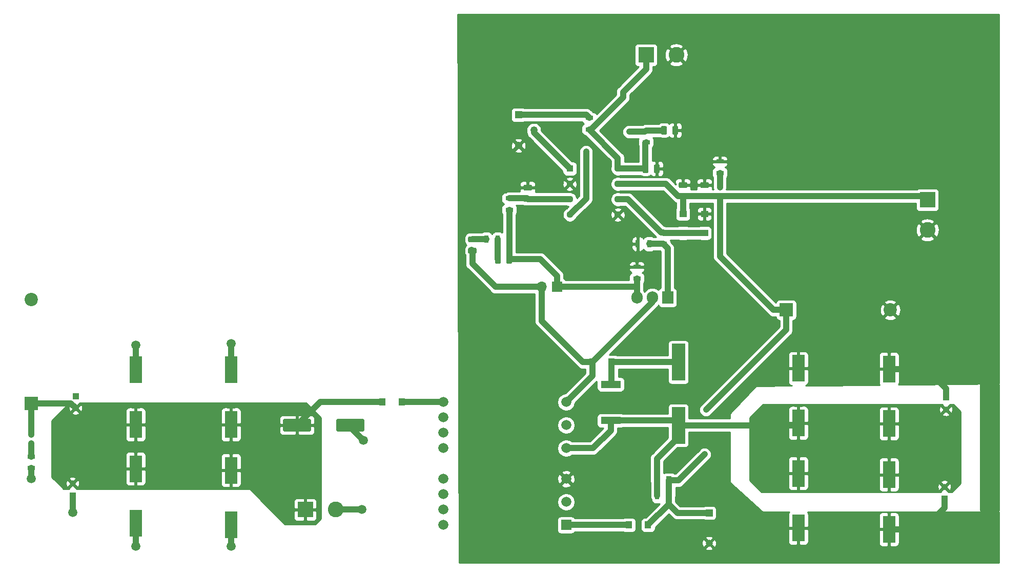
<source format=gbr>
G04 #@! TF.GenerationSoftware,KiCad,Pcbnew,(5.1.4)-1*
G04 #@! TF.CreationDate,2021-04-20T00:23:46+05:30*
G04 #@! TF.ProjectId,transformers-board,7472616e-7366-46f7-926d-6572732d626f,rev?*
G04 #@! TF.SameCoordinates,Original*
G04 #@! TF.FileFunction,Copper,L1,Top*
G04 #@! TF.FilePolarity,Positive*
%FSLAX46Y46*%
G04 Gerber Fmt 4.6, Leading zero omitted, Abs format (unit mm)*
G04 Created by KiCad (PCBNEW (5.1.4)-1) date 2021-04-20 00:23:46*
%MOMM*%
%LPD*%
G04 APERTURE LIST*
%ADD10C,1.665000*%
%ADD11R,1.665000X1.665000*%
%ADD12C,0.100000*%
%ADD13C,0.975000*%
%ADD14R,2.120000X4.460000*%
%ADD15C,2.100000*%
%ADD16C,2.600000*%
%ADD17R,2.600000X2.600000*%
%ADD18R,1.905000X2.000000*%
%ADD19O,1.905000X2.000000*%
%ADD20R,1.300000X0.700000*%
%ADD21R,0.700000X1.300000*%
%ADD22R,0.920000X1.420000*%
%ADD23R,3.320000X1.240000*%
%ADD24C,1.130000*%
%ADD25R,1.130000X1.130000*%
%ADD26R,1.008000X1.008000*%
%ADD27C,1.008000*%
%ADD28R,0.800000X0.800000*%
%ADD29R,1.220000X1.120000*%
%ADD30R,1.120000X1.220000*%
%ADD31C,2.200000*%
%ADD32R,2.200000X2.200000*%
%ADD33R,1.222000X1.222000*%
%ADD34C,1.222000*%
%ADD35R,1.700000X1.700000*%
%ADD36O,1.700000X1.700000*%
%ADD37C,1.150000*%
%ADD38R,1.150000X1.150000*%
%ADD39R,2.210000X6.060000*%
%ADD40C,0.800000*%
%ADD41C,1.500000*%
%ADD42C,1.000000*%
%ADD43C,0.254000*%
G04 APERTURE END LIST*
D10*
X130556000Y-126492000D03*
X130556000Y-123952000D03*
X130556000Y-121412000D03*
X130556000Y-118872000D03*
X130556000Y-113792000D03*
X130556000Y-111252000D03*
X130556000Y-108712000D03*
X130556000Y-106172000D03*
X150876000Y-106172000D03*
X150876000Y-109982000D03*
X150876000Y-113792000D03*
X150876000Y-118872000D03*
X150876000Y-122682000D03*
D11*
X150876000Y-126492000D03*
D12*
G36*
X170660142Y-71649674D02*
G01*
X170683803Y-71653184D01*
X170707007Y-71658996D01*
X170729529Y-71667054D01*
X170751153Y-71677282D01*
X170771670Y-71689579D01*
X170790883Y-71703829D01*
X170808607Y-71719893D01*
X170824671Y-71737617D01*
X170838921Y-71756830D01*
X170851218Y-71777347D01*
X170861446Y-71798971D01*
X170869504Y-71821493D01*
X170875316Y-71844697D01*
X170878826Y-71868358D01*
X170880000Y-71892250D01*
X170880000Y-72379750D01*
X170878826Y-72403642D01*
X170875316Y-72427303D01*
X170869504Y-72450507D01*
X170861446Y-72473029D01*
X170851218Y-72494653D01*
X170838921Y-72515170D01*
X170824671Y-72534383D01*
X170808607Y-72552107D01*
X170790883Y-72568171D01*
X170771670Y-72582421D01*
X170751153Y-72594718D01*
X170729529Y-72604946D01*
X170707007Y-72613004D01*
X170683803Y-72618816D01*
X170660142Y-72622326D01*
X170636250Y-72623500D01*
X169723750Y-72623500D01*
X169699858Y-72622326D01*
X169676197Y-72618816D01*
X169652993Y-72613004D01*
X169630471Y-72604946D01*
X169608847Y-72594718D01*
X169588330Y-72582421D01*
X169569117Y-72568171D01*
X169551393Y-72552107D01*
X169535329Y-72534383D01*
X169521079Y-72515170D01*
X169508782Y-72494653D01*
X169498554Y-72473029D01*
X169490496Y-72450507D01*
X169484684Y-72427303D01*
X169481174Y-72403642D01*
X169480000Y-72379750D01*
X169480000Y-71892250D01*
X169481174Y-71868358D01*
X169484684Y-71844697D01*
X169490496Y-71821493D01*
X169498554Y-71798971D01*
X169508782Y-71777347D01*
X169521079Y-71756830D01*
X169535329Y-71737617D01*
X169551393Y-71719893D01*
X169569117Y-71703829D01*
X169588330Y-71689579D01*
X169608847Y-71677282D01*
X169630471Y-71667054D01*
X169652993Y-71658996D01*
X169676197Y-71653184D01*
X169699858Y-71649674D01*
X169723750Y-71648500D01*
X170636250Y-71648500D01*
X170660142Y-71649674D01*
X170660142Y-71649674D01*
G37*
D13*
X170180000Y-72136000D03*
D12*
G36*
X170660142Y-69774674D02*
G01*
X170683803Y-69778184D01*
X170707007Y-69783996D01*
X170729529Y-69792054D01*
X170751153Y-69802282D01*
X170771670Y-69814579D01*
X170790883Y-69828829D01*
X170808607Y-69844893D01*
X170824671Y-69862617D01*
X170838921Y-69881830D01*
X170851218Y-69902347D01*
X170861446Y-69923971D01*
X170869504Y-69946493D01*
X170875316Y-69969697D01*
X170878826Y-69993358D01*
X170880000Y-70017250D01*
X170880000Y-70504750D01*
X170878826Y-70528642D01*
X170875316Y-70552303D01*
X170869504Y-70575507D01*
X170861446Y-70598029D01*
X170851218Y-70619653D01*
X170838921Y-70640170D01*
X170824671Y-70659383D01*
X170808607Y-70677107D01*
X170790883Y-70693171D01*
X170771670Y-70707421D01*
X170751153Y-70719718D01*
X170729529Y-70729946D01*
X170707007Y-70738004D01*
X170683803Y-70743816D01*
X170660142Y-70747326D01*
X170636250Y-70748500D01*
X169723750Y-70748500D01*
X169699858Y-70747326D01*
X169676197Y-70743816D01*
X169652993Y-70738004D01*
X169630471Y-70729946D01*
X169608847Y-70719718D01*
X169588330Y-70707421D01*
X169569117Y-70693171D01*
X169551393Y-70677107D01*
X169535329Y-70659383D01*
X169521079Y-70640170D01*
X169508782Y-70619653D01*
X169498554Y-70598029D01*
X169490496Y-70575507D01*
X169484684Y-70552303D01*
X169481174Y-70528642D01*
X169480000Y-70504750D01*
X169480000Y-70017250D01*
X169481174Y-69993358D01*
X169484684Y-69969697D01*
X169490496Y-69946493D01*
X169498554Y-69923971D01*
X169508782Y-69902347D01*
X169521079Y-69881830D01*
X169535329Y-69862617D01*
X169551393Y-69844893D01*
X169569117Y-69828829D01*
X169588330Y-69814579D01*
X169608847Y-69802282D01*
X169630471Y-69792054D01*
X169652993Y-69783996D01*
X169676197Y-69778184D01*
X169699858Y-69774674D01*
X169723750Y-69773500D01*
X170636250Y-69773500D01*
X170660142Y-69774674D01*
X170660142Y-69774674D01*
G37*
D13*
X170180000Y-70261000D03*
D12*
G36*
X174216142Y-69774674D02*
G01*
X174239803Y-69778184D01*
X174263007Y-69783996D01*
X174285529Y-69792054D01*
X174307153Y-69802282D01*
X174327670Y-69814579D01*
X174346883Y-69828829D01*
X174364607Y-69844893D01*
X174380671Y-69862617D01*
X174394921Y-69881830D01*
X174407218Y-69902347D01*
X174417446Y-69923971D01*
X174425504Y-69946493D01*
X174431316Y-69969697D01*
X174434826Y-69993358D01*
X174436000Y-70017250D01*
X174436000Y-70504750D01*
X174434826Y-70528642D01*
X174431316Y-70552303D01*
X174425504Y-70575507D01*
X174417446Y-70598029D01*
X174407218Y-70619653D01*
X174394921Y-70640170D01*
X174380671Y-70659383D01*
X174364607Y-70677107D01*
X174346883Y-70693171D01*
X174327670Y-70707421D01*
X174307153Y-70719718D01*
X174285529Y-70729946D01*
X174263007Y-70738004D01*
X174239803Y-70743816D01*
X174216142Y-70747326D01*
X174192250Y-70748500D01*
X173279750Y-70748500D01*
X173255858Y-70747326D01*
X173232197Y-70743816D01*
X173208993Y-70738004D01*
X173186471Y-70729946D01*
X173164847Y-70719718D01*
X173144330Y-70707421D01*
X173125117Y-70693171D01*
X173107393Y-70677107D01*
X173091329Y-70659383D01*
X173077079Y-70640170D01*
X173064782Y-70619653D01*
X173054554Y-70598029D01*
X173046496Y-70575507D01*
X173040684Y-70552303D01*
X173037174Y-70528642D01*
X173036000Y-70504750D01*
X173036000Y-70017250D01*
X173037174Y-69993358D01*
X173040684Y-69969697D01*
X173046496Y-69946493D01*
X173054554Y-69923971D01*
X173064782Y-69902347D01*
X173077079Y-69881830D01*
X173091329Y-69862617D01*
X173107393Y-69844893D01*
X173125117Y-69828829D01*
X173144330Y-69814579D01*
X173164847Y-69802282D01*
X173186471Y-69792054D01*
X173208993Y-69783996D01*
X173232197Y-69778184D01*
X173255858Y-69774674D01*
X173279750Y-69773500D01*
X174192250Y-69773500D01*
X174216142Y-69774674D01*
X174216142Y-69774674D01*
G37*
D13*
X173736000Y-70261000D03*
D12*
G36*
X174216142Y-71649674D02*
G01*
X174239803Y-71653184D01*
X174263007Y-71658996D01*
X174285529Y-71667054D01*
X174307153Y-71677282D01*
X174327670Y-71689579D01*
X174346883Y-71703829D01*
X174364607Y-71719893D01*
X174380671Y-71737617D01*
X174394921Y-71756830D01*
X174407218Y-71777347D01*
X174417446Y-71798971D01*
X174425504Y-71821493D01*
X174431316Y-71844697D01*
X174434826Y-71868358D01*
X174436000Y-71892250D01*
X174436000Y-72379750D01*
X174434826Y-72403642D01*
X174431316Y-72427303D01*
X174425504Y-72450507D01*
X174417446Y-72473029D01*
X174407218Y-72494653D01*
X174394921Y-72515170D01*
X174380671Y-72534383D01*
X174364607Y-72552107D01*
X174346883Y-72568171D01*
X174327670Y-72582421D01*
X174307153Y-72594718D01*
X174285529Y-72604946D01*
X174263007Y-72613004D01*
X174239803Y-72618816D01*
X174216142Y-72622326D01*
X174192250Y-72623500D01*
X173279750Y-72623500D01*
X173255858Y-72622326D01*
X173232197Y-72618816D01*
X173208993Y-72613004D01*
X173186471Y-72604946D01*
X173164847Y-72594718D01*
X173144330Y-72582421D01*
X173125117Y-72568171D01*
X173107393Y-72552107D01*
X173091329Y-72534383D01*
X173077079Y-72515170D01*
X173064782Y-72494653D01*
X173054554Y-72473029D01*
X173046496Y-72450507D01*
X173040684Y-72427303D01*
X173037174Y-72403642D01*
X173036000Y-72379750D01*
X173036000Y-71892250D01*
X173037174Y-71868358D01*
X173040684Y-71844697D01*
X173046496Y-71821493D01*
X173054554Y-71798971D01*
X173064782Y-71777347D01*
X173077079Y-71756830D01*
X173091329Y-71737617D01*
X173107393Y-71719893D01*
X173125117Y-71703829D01*
X173144330Y-71689579D01*
X173164847Y-71677282D01*
X173186471Y-71667054D01*
X173208993Y-71658996D01*
X173232197Y-71653184D01*
X173255858Y-71649674D01*
X173279750Y-71648500D01*
X174192250Y-71648500D01*
X174216142Y-71649674D01*
X174216142Y-71649674D01*
G37*
D13*
X173736000Y-72136000D03*
D12*
G36*
X164254642Y-66865174D02*
G01*
X164278303Y-66868684D01*
X164301507Y-66874496D01*
X164324029Y-66882554D01*
X164345653Y-66892782D01*
X164366170Y-66905079D01*
X164385383Y-66919329D01*
X164403107Y-66935393D01*
X164419171Y-66953117D01*
X164433421Y-66972330D01*
X164445718Y-66992847D01*
X164455946Y-67014471D01*
X164464004Y-67036993D01*
X164469816Y-67060197D01*
X164473326Y-67083858D01*
X164474500Y-67107750D01*
X164474500Y-68020250D01*
X164473326Y-68044142D01*
X164469816Y-68067803D01*
X164464004Y-68091007D01*
X164455946Y-68113529D01*
X164445718Y-68135153D01*
X164433421Y-68155670D01*
X164419171Y-68174883D01*
X164403107Y-68192607D01*
X164385383Y-68208671D01*
X164366170Y-68222921D01*
X164345653Y-68235218D01*
X164324029Y-68245446D01*
X164301507Y-68253504D01*
X164278303Y-68259316D01*
X164254642Y-68262826D01*
X164230750Y-68264000D01*
X163743250Y-68264000D01*
X163719358Y-68262826D01*
X163695697Y-68259316D01*
X163672493Y-68253504D01*
X163649971Y-68245446D01*
X163628347Y-68235218D01*
X163607830Y-68222921D01*
X163588617Y-68208671D01*
X163570893Y-68192607D01*
X163554829Y-68174883D01*
X163540579Y-68155670D01*
X163528282Y-68135153D01*
X163518054Y-68113529D01*
X163509996Y-68091007D01*
X163504184Y-68067803D01*
X163500674Y-68044142D01*
X163499500Y-68020250D01*
X163499500Y-67107750D01*
X163500674Y-67083858D01*
X163504184Y-67060197D01*
X163509996Y-67036993D01*
X163518054Y-67014471D01*
X163528282Y-66992847D01*
X163540579Y-66972330D01*
X163554829Y-66953117D01*
X163570893Y-66935393D01*
X163588617Y-66919329D01*
X163607830Y-66905079D01*
X163628347Y-66892782D01*
X163649971Y-66882554D01*
X163672493Y-66874496D01*
X163695697Y-66868684D01*
X163719358Y-66865174D01*
X163743250Y-66864000D01*
X164230750Y-66864000D01*
X164254642Y-66865174D01*
X164254642Y-66865174D01*
G37*
D13*
X163987000Y-67564000D03*
D12*
G36*
X166129642Y-66865174D02*
G01*
X166153303Y-66868684D01*
X166176507Y-66874496D01*
X166199029Y-66882554D01*
X166220653Y-66892782D01*
X166241170Y-66905079D01*
X166260383Y-66919329D01*
X166278107Y-66935393D01*
X166294171Y-66953117D01*
X166308421Y-66972330D01*
X166320718Y-66992847D01*
X166330946Y-67014471D01*
X166339004Y-67036993D01*
X166344816Y-67060197D01*
X166348326Y-67083858D01*
X166349500Y-67107750D01*
X166349500Y-68020250D01*
X166348326Y-68044142D01*
X166344816Y-68067803D01*
X166339004Y-68091007D01*
X166330946Y-68113529D01*
X166320718Y-68135153D01*
X166308421Y-68155670D01*
X166294171Y-68174883D01*
X166278107Y-68192607D01*
X166260383Y-68208671D01*
X166241170Y-68222921D01*
X166220653Y-68235218D01*
X166199029Y-68245446D01*
X166176507Y-68253504D01*
X166153303Y-68259316D01*
X166129642Y-68262826D01*
X166105750Y-68264000D01*
X165618250Y-68264000D01*
X165594358Y-68262826D01*
X165570697Y-68259316D01*
X165547493Y-68253504D01*
X165524971Y-68245446D01*
X165503347Y-68235218D01*
X165482830Y-68222921D01*
X165463617Y-68208671D01*
X165445893Y-68192607D01*
X165429829Y-68174883D01*
X165415579Y-68155670D01*
X165403282Y-68135153D01*
X165393054Y-68113529D01*
X165384996Y-68091007D01*
X165379184Y-68067803D01*
X165375674Y-68044142D01*
X165374500Y-68020250D01*
X165374500Y-67107750D01*
X165375674Y-67083858D01*
X165379184Y-67060197D01*
X165384996Y-67036993D01*
X165393054Y-67014471D01*
X165403282Y-66992847D01*
X165415579Y-66972330D01*
X165429829Y-66953117D01*
X165445893Y-66935393D01*
X165463617Y-66919329D01*
X165482830Y-66905079D01*
X165503347Y-66892782D01*
X165524971Y-66882554D01*
X165547493Y-66874496D01*
X165570697Y-66868684D01*
X165594358Y-66865174D01*
X165618250Y-66864000D01*
X166105750Y-66864000D01*
X166129642Y-66865174D01*
X166129642Y-66865174D01*
G37*
D13*
X165862000Y-67564000D03*
D12*
G36*
X169177642Y-60515174D02*
G01*
X169201303Y-60518684D01*
X169224507Y-60524496D01*
X169247029Y-60532554D01*
X169268653Y-60542782D01*
X169289170Y-60555079D01*
X169308383Y-60569329D01*
X169326107Y-60585393D01*
X169342171Y-60603117D01*
X169356421Y-60622330D01*
X169368718Y-60642847D01*
X169378946Y-60664471D01*
X169387004Y-60686993D01*
X169392816Y-60710197D01*
X169396326Y-60733858D01*
X169397500Y-60757750D01*
X169397500Y-61670250D01*
X169396326Y-61694142D01*
X169392816Y-61717803D01*
X169387004Y-61741007D01*
X169378946Y-61763529D01*
X169368718Y-61785153D01*
X169356421Y-61805670D01*
X169342171Y-61824883D01*
X169326107Y-61842607D01*
X169308383Y-61858671D01*
X169289170Y-61872921D01*
X169268653Y-61885218D01*
X169247029Y-61895446D01*
X169224507Y-61903504D01*
X169201303Y-61909316D01*
X169177642Y-61912826D01*
X169153750Y-61914000D01*
X168666250Y-61914000D01*
X168642358Y-61912826D01*
X168618697Y-61909316D01*
X168595493Y-61903504D01*
X168572971Y-61895446D01*
X168551347Y-61885218D01*
X168530830Y-61872921D01*
X168511617Y-61858671D01*
X168493893Y-61842607D01*
X168477829Y-61824883D01*
X168463579Y-61805670D01*
X168451282Y-61785153D01*
X168441054Y-61763529D01*
X168432996Y-61741007D01*
X168427184Y-61717803D01*
X168423674Y-61694142D01*
X168422500Y-61670250D01*
X168422500Y-60757750D01*
X168423674Y-60733858D01*
X168427184Y-60710197D01*
X168432996Y-60686993D01*
X168441054Y-60664471D01*
X168451282Y-60642847D01*
X168463579Y-60622330D01*
X168477829Y-60603117D01*
X168493893Y-60585393D01*
X168511617Y-60569329D01*
X168530830Y-60555079D01*
X168551347Y-60542782D01*
X168572971Y-60532554D01*
X168595493Y-60524496D01*
X168618697Y-60518684D01*
X168642358Y-60515174D01*
X168666250Y-60514000D01*
X169153750Y-60514000D01*
X169177642Y-60515174D01*
X169177642Y-60515174D01*
G37*
D13*
X168910000Y-61214000D03*
D12*
G36*
X167302642Y-60515174D02*
G01*
X167326303Y-60518684D01*
X167349507Y-60524496D01*
X167372029Y-60532554D01*
X167393653Y-60542782D01*
X167414170Y-60555079D01*
X167433383Y-60569329D01*
X167451107Y-60585393D01*
X167467171Y-60603117D01*
X167481421Y-60622330D01*
X167493718Y-60642847D01*
X167503946Y-60664471D01*
X167512004Y-60686993D01*
X167517816Y-60710197D01*
X167521326Y-60733858D01*
X167522500Y-60757750D01*
X167522500Y-61670250D01*
X167521326Y-61694142D01*
X167517816Y-61717803D01*
X167512004Y-61741007D01*
X167503946Y-61763529D01*
X167493718Y-61785153D01*
X167481421Y-61805670D01*
X167467171Y-61824883D01*
X167451107Y-61842607D01*
X167433383Y-61858671D01*
X167414170Y-61872921D01*
X167393653Y-61885218D01*
X167372029Y-61895446D01*
X167349507Y-61903504D01*
X167326303Y-61909316D01*
X167302642Y-61912826D01*
X167278750Y-61914000D01*
X166791250Y-61914000D01*
X166767358Y-61912826D01*
X166743697Y-61909316D01*
X166720493Y-61903504D01*
X166697971Y-61895446D01*
X166676347Y-61885218D01*
X166655830Y-61872921D01*
X166636617Y-61858671D01*
X166618893Y-61842607D01*
X166602829Y-61824883D01*
X166588579Y-61805670D01*
X166576282Y-61785153D01*
X166566054Y-61763529D01*
X166557996Y-61741007D01*
X166552184Y-61717803D01*
X166548674Y-61694142D01*
X166547500Y-61670250D01*
X166547500Y-60757750D01*
X166548674Y-60733858D01*
X166552184Y-60710197D01*
X166557996Y-60686993D01*
X166566054Y-60664471D01*
X166576282Y-60642847D01*
X166588579Y-60622330D01*
X166602829Y-60603117D01*
X166618893Y-60585393D01*
X166636617Y-60569329D01*
X166655830Y-60555079D01*
X166676347Y-60542782D01*
X166697971Y-60532554D01*
X166720493Y-60524496D01*
X166743697Y-60518684D01*
X166767358Y-60515174D01*
X166791250Y-60514000D01*
X167278750Y-60514000D01*
X167302642Y-60515174D01*
X167302642Y-60515174D01*
G37*
D13*
X167035000Y-61214000D03*
D12*
G36*
X145006142Y-72079174D02*
G01*
X145029803Y-72082684D01*
X145053007Y-72088496D01*
X145075529Y-72096554D01*
X145097153Y-72106782D01*
X145117670Y-72119079D01*
X145136883Y-72133329D01*
X145154607Y-72149393D01*
X145170671Y-72167117D01*
X145184921Y-72186330D01*
X145197218Y-72206847D01*
X145207446Y-72228471D01*
X145215504Y-72250993D01*
X145221316Y-72274197D01*
X145224826Y-72297858D01*
X145226000Y-72321750D01*
X145226000Y-72809250D01*
X145224826Y-72833142D01*
X145221316Y-72856803D01*
X145215504Y-72880007D01*
X145207446Y-72902529D01*
X145197218Y-72924153D01*
X145184921Y-72944670D01*
X145170671Y-72963883D01*
X145154607Y-72981607D01*
X145136883Y-72997671D01*
X145117670Y-73011921D01*
X145097153Y-73024218D01*
X145075529Y-73034446D01*
X145053007Y-73042504D01*
X145029803Y-73048316D01*
X145006142Y-73051826D01*
X144982250Y-73053000D01*
X144069750Y-73053000D01*
X144045858Y-73051826D01*
X144022197Y-73048316D01*
X143998993Y-73042504D01*
X143976471Y-73034446D01*
X143954847Y-73024218D01*
X143934330Y-73011921D01*
X143915117Y-72997671D01*
X143897393Y-72981607D01*
X143881329Y-72963883D01*
X143867079Y-72944670D01*
X143854782Y-72924153D01*
X143844554Y-72902529D01*
X143836496Y-72880007D01*
X143830684Y-72856803D01*
X143827174Y-72833142D01*
X143826000Y-72809250D01*
X143826000Y-72321750D01*
X143827174Y-72297858D01*
X143830684Y-72274197D01*
X143836496Y-72250993D01*
X143844554Y-72228471D01*
X143854782Y-72206847D01*
X143867079Y-72186330D01*
X143881329Y-72167117D01*
X143897393Y-72149393D01*
X143915117Y-72133329D01*
X143934330Y-72119079D01*
X143954847Y-72106782D01*
X143976471Y-72096554D01*
X143998993Y-72088496D01*
X144022197Y-72082684D01*
X144045858Y-72079174D01*
X144069750Y-72078000D01*
X144982250Y-72078000D01*
X145006142Y-72079174D01*
X145006142Y-72079174D01*
G37*
D13*
X144526000Y-72565500D03*
D12*
G36*
X145006142Y-70204174D02*
G01*
X145029803Y-70207684D01*
X145053007Y-70213496D01*
X145075529Y-70221554D01*
X145097153Y-70231782D01*
X145117670Y-70244079D01*
X145136883Y-70258329D01*
X145154607Y-70274393D01*
X145170671Y-70292117D01*
X145184921Y-70311330D01*
X145197218Y-70331847D01*
X145207446Y-70353471D01*
X145215504Y-70375993D01*
X145221316Y-70399197D01*
X145224826Y-70422858D01*
X145226000Y-70446750D01*
X145226000Y-70934250D01*
X145224826Y-70958142D01*
X145221316Y-70981803D01*
X145215504Y-71005007D01*
X145207446Y-71027529D01*
X145197218Y-71049153D01*
X145184921Y-71069670D01*
X145170671Y-71088883D01*
X145154607Y-71106607D01*
X145136883Y-71122671D01*
X145117670Y-71136921D01*
X145097153Y-71149218D01*
X145075529Y-71159446D01*
X145053007Y-71167504D01*
X145029803Y-71173316D01*
X145006142Y-71176826D01*
X144982250Y-71178000D01*
X144069750Y-71178000D01*
X144045858Y-71176826D01*
X144022197Y-71173316D01*
X143998993Y-71167504D01*
X143976471Y-71159446D01*
X143954847Y-71149218D01*
X143934330Y-71136921D01*
X143915117Y-71122671D01*
X143897393Y-71106607D01*
X143881329Y-71088883D01*
X143867079Y-71069670D01*
X143854782Y-71049153D01*
X143844554Y-71027529D01*
X143836496Y-71005007D01*
X143830684Y-70981803D01*
X143827174Y-70958142D01*
X143826000Y-70934250D01*
X143826000Y-70446750D01*
X143827174Y-70422858D01*
X143830684Y-70399197D01*
X143836496Y-70375993D01*
X143844554Y-70353471D01*
X143854782Y-70331847D01*
X143867079Y-70311330D01*
X143881329Y-70292117D01*
X143897393Y-70274393D01*
X143915117Y-70258329D01*
X143934330Y-70244079D01*
X143954847Y-70231782D01*
X143976471Y-70221554D01*
X143998993Y-70213496D01*
X144022197Y-70207684D01*
X144045858Y-70204174D01*
X144069750Y-70203000D01*
X144982250Y-70203000D01*
X145006142Y-70204174D01*
X145006142Y-70204174D01*
G37*
D13*
X144526000Y-70690500D03*
D14*
X204216000Y-127207000D03*
X204216000Y-118157000D03*
X204216000Y-109728000D03*
X204216000Y-100678000D03*
X189230000Y-127000000D03*
X189230000Y-117950000D03*
X189230000Y-109634000D03*
X189230000Y-100584000D03*
D12*
G36*
X135862142Y-78761674D02*
G01*
X135885803Y-78765184D01*
X135909007Y-78770996D01*
X135931529Y-78779054D01*
X135953153Y-78789282D01*
X135973670Y-78801579D01*
X135992883Y-78815829D01*
X136010607Y-78831893D01*
X136026671Y-78849617D01*
X136040921Y-78868830D01*
X136053218Y-78889347D01*
X136063446Y-78910971D01*
X136071504Y-78933493D01*
X136077316Y-78956697D01*
X136080826Y-78980358D01*
X136082000Y-79004250D01*
X136082000Y-79491750D01*
X136080826Y-79515642D01*
X136077316Y-79539303D01*
X136071504Y-79562507D01*
X136063446Y-79585029D01*
X136053218Y-79606653D01*
X136040921Y-79627170D01*
X136026671Y-79646383D01*
X136010607Y-79664107D01*
X135992883Y-79680171D01*
X135973670Y-79694421D01*
X135953153Y-79706718D01*
X135931529Y-79716946D01*
X135909007Y-79725004D01*
X135885803Y-79730816D01*
X135862142Y-79734326D01*
X135838250Y-79735500D01*
X134925750Y-79735500D01*
X134901858Y-79734326D01*
X134878197Y-79730816D01*
X134854993Y-79725004D01*
X134832471Y-79716946D01*
X134810847Y-79706718D01*
X134790330Y-79694421D01*
X134771117Y-79680171D01*
X134753393Y-79664107D01*
X134737329Y-79646383D01*
X134723079Y-79627170D01*
X134710782Y-79606653D01*
X134700554Y-79585029D01*
X134692496Y-79562507D01*
X134686684Y-79539303D01*
X134683174Y-79515642D01*
X134682000Y-79491750D01*
X134682000Y-79004250D01*
X134683174Y-78980358D01*
X134686684Y-78956697D01*
X134692496Y-78933493D01*
X134700554Y-78910971D01*
X134710782Y-78889347D01*
X134723079Y-78868830D01*
X134737329Y-78849617D01*
X134753393Y-78831893D01*
X134771117Y-78815829D01*
X134790330Y-78801579D01*
X134810847Y-78789282D01*
X134832471Y-78779054D01*
X134854993Y-78770996D01*
X134878197Y-78765184D01*
X134901858Y-78761674D01*
X134925750Y-78760500D01*
X135838250Y-78760500D01*
X135862142Y-78761674D01*
X135862142Y-78761674D01*
G37*
D13*
X135382000Y-79248000D03*
D12*
G36*
X135862142Y-80636674D02*
G01*
X135885803Y-80640184D01*
X135909007Y-80645996D01*
X135931529Y-80654054D01*
X135953153Y-80664282D01*
X135973670Y-80676579D01*
X135992883Y-80690829D01*
X136010607Y-80706893D01*
X136026671Y-80724617D01*
X136040921Y-80743830D01*
X136053218Y-80764347D01*
X136063446Y-80785971D01*
X136071504Y-80808493D01*
X136077316Y-80831697D01*
X136080826Y-80855358D01*
X136082000Y-80879250D01*
X136082000Y-81366750D01*
X136080826Y-81390642D01*
X136077316Y-81414303D01*
X136071504Y-81437507D01*
X136063446Y-81460029D01*
X136053218Y-81481653D01*
X136040921Y-81502170D01*
X136026671Y-81521383D01*
X136010607Y-81539107D01*
X135992883Y-81555171D01*
X135973670Y-81569421D01*
X135953153Y-81581718D01*
X135931529Y-81591946D01*
X135909007Y-81600004D01*
X135885803Y-81605816D01*
X135862142Y-81609326D01*
X135838250Y-81610500D01*
X134925750Y-81610500D01*
X134901858Y-81609326D01*
X134878197Y-81605816D01*
X134854993Y-81600004D01*
X134832471Y-81591946D01*
X134810847Y-81581718D01*
X134790330Y-81569421D01*
X134771117Y-81555171D01*
X134753393Y-81539107D01*
X134737329Y-81521383D01*
X134723079Y-81502170D01*
X134710782Y-81481653D01*
X134700554Y-81460029D01*
X134692496Y-81437507D01*
X134686684Y-81414303D01*
X134683174Y-81390642D01*
X134682000Y-81366750D01*
X134682000Y-80879250D01*
X134683174Y-80855358D01*
X134686684Y-80831697D01*
X134692496Y-80808493D01*
X134700554Y-80785971D01*
X134710782Y-80764347D01*
X134723079Y-80743830D01*
X134737329Y-80724617D01*
X134753393Y-80706893D01*
X134771117Y-80690829D01*
X134790330Y-80676579D01*
X134810847Y-80664282D01*
X134832471Y-80654054D01*
X134854993Y-80645996D01*
X134878197Y-80640184D01*
X134901858Y-80636674D01*
X134925750Y-80635500D01*
X135838250Y-80635500D01*
X135862142Y-80636674D01*
X135862142Y-80636674D01*
G37*
D13*
X135382000Y-81123000D03*
D12*
G36*
X139870642Y-81851174D02*
G01*
X139894303Y-81854684D01*
X139917507Y-81860496D01*
X139940029Y-81868554D01*
X139961653Y-81878782D01*
X139982170Y-81891079D01*
X140001383Y-81905329D01*
X140019107Y-81921393D01*
X140035171Y-81939117D01*
X140049421Y-81958330D01*
X140061718Y-81978847D01*
X140071946Y-82000471D01*
X140080004Y-82022993D01*
X140085816Y-82046197D01*
X140089326Y-82069858D01*
X140090500Y-82093750D01*
X140090500Y-83006250D01*
X140089326Y-83030142D01*
X140085816Y-83053803D01*
X140080004Y-83077007D01*
X140071946Y-83099529D01*
X140061718Y-83121153D01*
X140049421Y-83141670D01*
X140035171Y-83160883D01*
X140019107Y-83178607D01*
X140001383Y-83194671D01*
X139982170Y-83208921D01*
X139961653Y-83221218D01*
X139940029Y-83231446D01*
X139917507Y-83239504D01*
X139894303Y-83245316D01*
X139870642Y-83248826D01*
X139846750Y-83250000D01*
X139359250Y-83250000D01*
X139335358Y-83248826D01*
X139311697Y-83245316D01*
X139288493Y-83239504D01*
X139265971Y-83231446D01*
X139244347Y-83221218D01*
X139223830Y-83208921D01*
X139204617Y-83194671D01*
X139186893Y-83178607D01*
X139170829Y-83160883D01*
X139156579Y-83141670D01*
X139144282Y-83121153D01*
X139134054Y-83099529D01*
X139125996Y-83077007D01*
X139120184Y-83053803D01*
X139116674Y-83030142D01*
X139115500Y-83006250D01*
X139115500Y-82093750D01*
X139116674Y-82069858D01*
X139120184Y-82046197D01*
X139125996Y-82022993D01*
X139134054Y-82000471D01*
X139144282Y-81978847D01*
X139156579Y-81958330D01*
X139170829Y-81939117D01*
X139186893Y-81921393D01*
X139204617Y-81905329D01*
X139223830Y-81891079D01*
X139244347Y-81878782D01*
X139265971Y-81868554D01*
X139288493Y-81860496D01*
X139311697Y-81854684D01*
X139335358Y-81851174D01*
X139359250Y-81850000D01*
X139846750Y-81850000D01*
X139870642Y-81851174D01*
X139870642Y-81851174D01*
G37*
D13*
X139603000Y-82550000D03*
D12*
G36*
X141745642Y-81851174D02*
G01*
X141769303Y-81854684D01*
X141792507Y-81860496D01*
X141815029Y-81868554D01*
X141836653Y-81878782D01*
X141857170Y-81891079D01*
X141876383Y-81905329D01*
X141894107Y-81921393D01*
X141910171Y-81939117D01*
X141924421Y-81958330D01*
X141936718Y-81978847D01*
X141946946Y-82000471D01*
X141955004Y-82022993D01*
X141960816Y-82046197D01*
X141964326Y-82069858D01*
X141965500Y-82093750D01*
X141965500Y-83006250D01*
X141964326Y-83030142D01*
X141960816Y-83053803D01*
X141955004Y-83077007D01*
X141946946Y-83099529D01*
X141936718Y-83121153D01*
X141924421Y-83141670D01*
X141910171Y-83160883D01*
X141894107Y-83178607D01*
X141876383Y-83194671D01*
X141857170Y-83208921D01*
X141836653Y-83221218D01*
X141815029Y-83231446D01*
X141792507Y-83239504D01*
X141769303Y-83245316D01*
X141745642Y-83248826D01*
X141721750Y-83250000D01*
X141234250Y-83250000D01*
X141210358Y-83248826D01*
X141186697Y-83245316D01*
X141163493Y-83239504D01*
X141140971Y-83231446D01*
X141119347Y-83221218D01*
X141098830Y-83208921D01*
X141079617Y-83194671D01*
X141061893Y-83178607D01*
X141045829Y-83160883D01*
X141031579Y-83141670D01*
X141019282Y-83121153D01*
X141009054Y-83099529D01*
X141000996Y-83077007D01*
X140995184Y-83053803D01*
X140991674Y-83030142D01*
X140990500Y-83006250D01*
X140990500Y-82093750D01*
X140991674Y-82069858D01*
X140995184Y-82046197D01*
X141000996Y-82022993D01*
X141009054Y-82000471D01*
X141019282Y-81978847D01*
X141031579Y-81958330D01*
X141045829Y-81939117D01*
X141061893Y-81921393D01*
X141079617Y-81905329D01*
X141098830Y-81891079D01*
X141119347Y-81878782D01*
X141140971Y-81868554D01*
X141163493Y-81860496D01*
X141186697Y-81854684D01*
X141210358Y-81851174D01*
X141234250Y-81850000D01*
X141721750Y-81850000D01*
X141745642Y-81851174D01*
X141745642Y-81851174D01*
G37*
D13*
X141478000Y-82550000D03*
D12*
G36*
X108500504Y-108933204D02*
G01*
X108524773Y-108936804D01*
X108548571Y-108942765D01*
X108571671Y-108951030D01*
X108593849Y-108961520D01*
X108614893Y-108974133D01*
X108634598Y-108988747D01*
X108652777Y-109005223D01*
X108669253Y-109023402D01*
X108683867Y-109043107D01*
X108696480Y-109064151D01*
X108706970Y-109086329D01*
X108715235Y-109109429D01*
X108721196Y-109133227D01*
X108724796Y-109157496D01*
X108726000Y-109182000D01*
X108726000Y-110782000D01*
X108724796Y-110806504D01*
X108721196Y-110830773D01*
X108715235Y-110854571D01*
X108706970Y-110877671D01*
X108696480Y-110899849D01*
X108683867Y-110920893D01*
X108669253Y-110940598D01*
X108652777Y-110958777D01*
X108634598Y-110975253D01*
X108614893Y-110989867D01*
X108593849Y-111002480D01*
X108571671Y-111012970D01*
X108548571Y-111021235D01*
X108524773Y-111027196D01*
X108500504Y-111030796D01*
X108476000Y-111032000D01*
X104376000Y-111032000D01*
X104351496Y-111030796D01*
X104327227Y-111027196D01*
X104303429Y-111021235D01*
X104280329Y-111012970D01*
X104258151Y-111002480D01*
X104237107Y-110989867D01*
X104217402Y-110975253D01*
X104199223Y-110958777D01*
X104182747Y-110940598D01*
X104168133Y-110920893D01*
X104155520Y-110899849D01*
X104145030Y-110877671D01*
X104136765Y-110854571D01*
X104130804Y-110830773D01*
X104127204Y-110806504D01*
X104126000Y-110782000D01*
X104126000Y-109182000D01*
X104127204Y-109157496D01*
X104130804Y-109133227D01*
X104136765Y-109109429D01*
X104145030Y-109086329D01*
X104155520Y-109064151D01*
X104168133Y-109043107D01*
X104182747Y-109023402D01*
X104199223Y-109005223D01*
X104217402Y-108988747D01*
X104237107Y-108974133D01*
X104258151Y-108961520D01*
X104280329Y-108951030D01*
X104303429Y-108942765D01*
X104327227Y-108936804D01*
X104351496Y-108933204D01*
X104376000Y-108932000D01*
X108476000Y-108932000D01*
X108500504Y-108933204D01*
X108500504Y-108933204D01*
G37*
D15*
X106426000Y-109982000D03*
D12*
G36*
X117300504Y-108933204D02*
G01*
X117324773Y-108936804D01*
X117348571Y-108942765D01*
X117371671Y-108951030D01*
X117393849Y-108961520D01*
X117414893Y-108974133D01*
X117434598Y-108988747D01*
X117452777Y-109005223D01*
X117469253Y-109023402D01*
X117483867Y-109043107D01*
X117496480Y-109064151D01*
X117506970Y-109086329D01*
X117515235Y-109109429D01*
X117521196Y-109133227D01*
X117524796Y-109157496D01*
X117526000Y-109182000D01*
X117526000Y-110782000D01*
X117524796Y-110806504D01*
X117521196Y-110830773D01*
X117515235Y-110854571D01*
X117506970Y-110877671D01*
X117496480Y-110899849D01*
X117483867Y-110920893D01*
X117469253Y-110940598D01*
X117452777Y-110958777D01*
X117434598Y-110975253D01*
X117414893Y-110989867D01*
X117393849Y-111002480D01*
X117371671Y-111012970D01*
X117348571Y-111021235D01*
X117324773Y-111027196D01*
X117300504Y-111030796D01*
X117276000Y-111032000D01*
X113176000Y-111032000D01*
X113151496Y-111030796D01*
X113127227Y-111027196D01*
X113103429Y-111021235D01*
X113080329Y-111012970D01*
X113058151Y-111002480D01*
X113037107Y-110989867D01*
X113017402Y-110975253D01*
X112999223Y-110958777D01*
X112982747Y-110940598D01*
X112968133Y-110920893D01*
X112955520Y-110899849D01*
X112945030Y-110877671D01*
X112936765Y-110854571D01*
X112930804Y-110830773D01*
X112927204Y-110806504D01*
X112926000Y-110782000D01*
X112926000Y-109182000D01*
X112927204Y-109157496D01*
X112930804Y-109133227D01*
X112936765Y-109109429D01*
X112945030Y-109086329D01*
X112955520Y-109064151D01*
X112968133Y-109043107D01*
X112982747Y-109023402D01*
X112999223Y-109005223D01*
X113017402Y-108988747D01*
X113037107Y-108974133D01*
X113058151Y-108961520D01*
X113080329Y-108951030D01*
X113103429Y-108942765D01*
X113127227Y-108936804D01*
X113151496Y-108933204D01*
X113176000Y-108932000D01*
X117276000Y-108932000D01*
X117300504Y-108933204D01*
X117300504Y-108933204D01*
G37*
D15*
X115226000Y-109982000D03*
D14*
X95504000Y-100838000D03*
X95504000Y-109888000D03*
X95504000Y-117442000D03*
X95504000Y-126492000D03*
X79756000Y-126238000D03*
X79756000Y-117188000D03*
X79756000Y-109888000D03*
X79756000Y-100838000D03*
D16*
X210566000Y-77724000D03*
D17*
X210566000Y-72724000D03*
X164084000Y-48768000D03*
D16*
X169084000Y-48768000D03*
D17*
X107776000Y-123952000D03*
D16*
X112776000Y-123952000D03*
D18*
X167640000Y-88900000D03*
D19*
X165100000Y-88900000D03*
X162560000Y-88900000D03*
D20*
X176276000Y-68260000D03*
X176276000Y-66360000D03*
X154686000Y-61082000D03*
X154686000Y-59182000D03*
X164084000Y-61280000D03*
X164084000Y-63180000D03*
X166878000Y-78110000D03*
X166878000Y-80010000D03*
D21*
X164592000Y-80010000D03*
X162692000Y-80010000D03*
D20*
X141478000Y-74356000D03*
X141478000Y-72456000D03*
X162560000Y-85720000D03*
X162560000Y-83820000D03*
D22*
X167862000Y-119126000D03*
X165862000Y-119126000D03*
D21*
X167828000Y-121666000D03*
X165928000Y-121666000D03*
D23*
X158242000Y-109220000D03*
X158242000Y-103240000D03*
D21*
X139568000Y-79248000D03*
X137668000Y-79248000D03*
D20*
X62484000Y-115194000D03*
X62484000Y-117094000D03*
D24*
X159418000Y-67564000D03*
X159418000Y-70104000D03*
X159418000Y-72644000D03*
X159418000Y-75184000D03*
X151478000Y-75184000D03*
X151478000Y-72644000D03*
X151478000Y-70104000D03*
D25*
X151478000Y-67564000D03*
D26*
X213614000Y-105410000D03*
D27*
X213614000Y-107410000D03*
X213360000Y-120174000D03*
D26*
X213360000Y-122174000D03*
X69342000Y-121634000D03*
D27*
X69342000Y-119634000D03*
X69850000Y-107172000D03*
D26*
X69850000Y-105172000D03*
D28*
X176276000Y-70624000D03*
X176276000Y-72124000D03*
D29*
X170180000Y-78232000D03*
X170180000Y-75032000D03*
X173736000Y-78232000D03*
X173736000Y-75032000D03*
D30*
X164414000Y-126492000D03*
X161214000Y-126492000D03*
X155194000Y-99568000D03*
X158394000Y-99568000D03*
X120498000Y-106172000D03*
X123698000Y-106172000D03*
D28*
X62484000Y-111530000D03*
X62484000Y-113030000D03*
D31*
X204434000Y-90932000D03*
D32*
X187234000Y-90932000D03*
X62484000Y-106390000D03*
D31*
X62484000Y-89190000D03*
D33*
X143002000Y-58674000D03*
D34*
X145542000Y-61214000D03*
X143002000Y-63754000D03*
D35*
X149352000Y-87122000D03*
D36*
X146812000Y-87122000D03*
D37*
X174498000Y-129500000D03*
D38*
X174498000Y-124500000D03*
D39*
X169418000Y-110018000D03*
X169418000Y-99568000D03*
D40*
X173736000Y-114808000D03*
X173990000Y-107442000D03*
X154178000Y-64770000D03*
X161290000Y-61468000D03*
D41*
X62484000Y-118872000D03*
X69342000Y-124460000D03*
X79756000Y-130048000D03*
X95504000Y-130048000D03*
X117094000Y-123952000D03*
X117348000Y-112522000D03*
X79756000Y-96774000D03*
X95504000Y-96520000D03*
D42*
X176264000Y-72136000D02*
X176276000Y-72124000D01*
X173736000Y-72136000D02*
X176264000Y-72136000D01*
X170180000Y-72136000D02*
X173736000Y-72136000D01*
X170180000Y-75032000D02*
X170180000Y-72136000D01*
X209966000Y-72124000D02*
X210566000Y-72724000D01*
X176276000Y-72124000D02*
X209966000Y-72124000D01*
X167828000Y-123078000D02*
X167828000Y-121666000D01*
X164414000Y-126492000D02*
X167828000Y-123078000D01*
X167862000Y-121632000D02*
X167828000Y-121666000D01*
X167862000Y-119126000D02*
X167862000Y-121632000D01*
X164416500Y-126494500D02*
X164414000Y-126492000D01*
X164450000Y-126456000D02*
X164414000Y-126492000D01*
X160217030Y-70104000D02*
X159418000Y-70104000D01*
X167348000Y-70104000D02*
X160217030Y-70104000D01*
X169380000Y-72136000D02*
X167348000Y-70104000D01*
X170180000Y-72136000D02*
X169380000Y-72136000D01*
X176276000Y-82074000D02*
X176276000Y-78994000D01*
X185134000Y-90932000D02*
X176276000Y-82074000D01*
X187234000Y-90932000D02*
X185134000Y-90932000D01*
X176276000Y-79756000D02*
X176276000Y-78994000D01*
X176276000Y-78994000D02*
X176276000Y-72124000D01*
X169250000Y-124500000D02*
X174498000Y-124500000D01*
X167828000Y-123078000D02*
X169250000Y-124500000D01*
X167862000Y-119126000D02*
X169418000Y-119126000D01*
X169418000Y-119126000D02*
X173736000Y-114808000D01*
X187234000Y-94198000D02*
X187234000Y-90932000D01*
X173990000Y-107442000D02*
X187234000Y-94198000D01*
X206276000Y-100678000D02*
X204216000Y-100678000D01*
X210386000Y-100678000D02*
X206276000Y-100678000D01*
X213614000Y-103906000D02*
X210386000Y-100678000D01*
X213614000Y-105410000D02*
X213614000Y-103906000D01*
X206276000Y-127207000D02*
X204216000Y-127207000D01*
X209831000Y-127207000D02*
X206276000Y-127207000D01*
X213360000Y-123678000D02*
X209831000Y-127207000D01*
X213360000Y-122174000D02*
X213360000Y-123678000D01*
X159418000Y-67564000D02*
X163987000Y-67564000D01*
X163987000Y-63277000D02*
X164084000Y-63180000D01*
X163987000Y-67564000D02*
X163987000Y-63277000D01*
X164084000Y-51068000D02*
X160274000Y-54878000D01*
X164084000Y-48768000D02*
X164084000Y-51068000D01*
X154986000Y-61082000D02*
X154686000Y-61082000D01*
X160274000Y-55794000D02*
X154986000Y-61082000D01*
X160274000Y-54878000D02*
X160274000Y-55794000D01*
X159418000Y-65814000D02*
X154686000Y-61082000D01*
X159418000Y-67564000D02*
X159418000Y-65814000D01*
X166969000Y-61280000D02*
X167035000Y-61214000D01*
X164084000Y-61280000D02*
X166969000Y-61280000D01*
X151478000Y-75184000D02*
X154178000Y-72484000D01*
X154178000Y-72484000D02*
X154178000Y-64770000D01*
X163896000Y-61468000D02*
X164084000Y-61280000D01*
X161290000Y-61468000D02*
X163896000Y-61468000D01*
X151399500Y-72565500D02*
X151478000Y-72644000D01*
X144526000Y-72565500D02*
X151399500Y-72565500D01*
X144416500Y-72456000D02*
X144526000Y-72565500D01*
X141478000Y-72456000D02*
X144416500Y-72456000D01*
X165928000Y-119192000D02*
X165862000Y-119126000D01*
X165928000Y-121666000D02*
X165928000Y-119192000D01*
X158242000Y-110840000D02*
X158242000Y-109220000D01*
X155290000Y-113792000D02*
X158242000Y-110840000D01*
X150876000Y-113792000D02*
X155290000Y-113792000D01*
X168620000Y-109220000D02*
X169418000Y-110018000D01*
X158242000Y-109220000D02*
X168620000Y-109220000D01*
X165862000Y-117416000D02*
X165862000Y-119126000D01*
X165862000Y-115499000D02*
X165862000Y-117416000D01*
X169418000Y-111943000D02*
X165862000Y-115499000D01*
X169418000Y-110018000D02*
X169418000Y-111943000D01*
X188846000Y-110018000D02*
X189230000Y-109634000D01*
X169418000Y-110018000D02*
X188846000Y-110018000D01*
X157202000Y-103240000D02*
X158242000Y-103240000D01*
X158242000Y-103240000D02*
X158709000Y-103240000D01*
X158394000Y-103088000D02*
X158242000Y-103240000D01*
X158394000Y-99568000D02*
X158394000Y-103088000D01*
X158394000Y-99568000D02*
X169418000Y-99568000D01*
X137668000Y-79248000D02*
X135382000Y-79248000D01*
X135382000Y-81123000D02*
X135382000Y-83312000D01*
X135285000Y-81026000D02*
X135382000Y-81123000D01*
X139192000Y-87122000D02*
X146812000Y-87122000D01*
X135382000Y-83312000D02*
X139192000Y-87122000D01*
X153634000Y-99568000D02*
X155194000Y-99568000D01*
X146812000Y-92746000D02*
X153634000Y-99568000D01*
X146812000Y-87122000D02*
X146812000Y-92746000D01*
X155194000Y-101854000D02*
X150876000Y-106172000D01*
X155194000Y-99568000D02*
X155194000Y-101854000D01*
X165100000Y-89612000D02*
X165100000Y-88900000D01*
X155194000Y-99518000D02*
X165100000Y-89612000D01*
X155194000Y-99568000D02*
X155194000Y-99518000D01*
X139568000Y-82515000D02*
X139603000Y-82550000D01*
X139568000Y-79248000D02*
X139568000Y-82515000D01*
X141478000Y-74356000D02*
X141478000Y-82550000D01*
X149352000Y-85272000D02*
X149352000Y-87122000D01*
X146630000Y-82550000D02*
X149352000Y-85272000D01*
X141478000Y-82550000D02*
X146630000Y-82550000D01*
X162560000Y-88900000D02*
X162560000Y-85720000D01*
X162560000Y-87174000D02*
X162560000Y-88900000D01*
X162508000Y-87122000D02*
X162560000Y-87174000D01*
X149352000Y-87122000D02*
X162508000Y-87122000D01*
X62484000Y-111530000D02*
X62484000Y-106390000D01*
X110236000Y-106172000D02*
X106426000Y-109982000D01*
X120498000Y-106172000D02*
X110236000Y-106172000D01*
X69068000Y-106390000D02*
X69850000Y-107172000D01*
X62484000Y-106390000D02*
X69068000Y-106390000D01*
X62484000Y-117094000D02*
X62484000Y-118872000D01*
X69342000Y-121634000D02*
X69342000Y-124460000D01*
X79756000Y-126238000D02*
X79756000Y-130048000D01*
X95504000Y-126492000D02*
X95504000Y-130048000D01*
X112776000Y-123952000D02*
X117094000Y-123952000D01*
X115226000Y-109982000D02*
X115226000Y-110400000D01*
X115226000Y-110400000D02*
X117348000Y-112522000D01*
X79756000Y-100838000D02*
X79756000Y-96774000D01*
X95504000Y-100838000D02*
X95504000Y-96520000D01*
X164592000Y-80010000D02*
X166878000Y-80010000D01*
X167640000Y-80772000D02*
X166878000Y-80010000D01*
X167640000Y-88900000D02*
X167640000Y-80772000D01*
X176276000Y-70624000D02*
X176276000Y-68260000D01*
X154178000Y-58674000D02*
X154686000Y-59182000D01*
X143002000Y-58674000D02*
X154178000Y-58674000D01*
X170180000Y-78232000D02*
X173736000Y-78232000D01*
X167000000Y-78232000D02*
X166878000Y-78110000D01*
X170180000Y-78232000D02*
X167000000Y-78232000D01*
X166578000Y-78110000D02*
X161112000Y-72644000D01*
X166878000Y-78110000D02*
X166578000Y-78110000D01*
X161112000Y-72644000D02*
X159418000Y-72644000D01*
X62484000Y-115194000D02*
X62484000Y-113030000D01*
X123698000Y-106172000D02*
X130556000Y-106172000D01*
X159654000Y-126492000D02*
X150876000Y-126492000D01*
X161214000Y-126492000D02*
X159654000Y-126492000D01*
X145542000Y-61628000D02*
X151478000Y-67564000D01*
X145542000Y-61214000D02*
X145542000Y-61628000D01*
D43*
G36*
X69221518Y-106301812D02*
G01*
X69262741Y-106305872D01*
X69248573Y-106390968D01*
X69850000Y-106992395D01*
X70451427Y-106390968D01*
X70437259Y-106305872D01*
X70478482Y-106301812D01*
X70487752Y-106299000D01*
X107897394Y-106299000D01*
X110363000Y-108764606D01*
X110363000Y-125423394D01*
X109421394Y-126365000D01*
X104446606Y-126365000D01*
X103333606Y-125252000D01*
X105837928Y-125252000D01*
X105850188Y-125376482D01*
X105886498Y-125496180D01*
X105945463Y-125606494D01*
X106024815Y-125703185D01*
X106121506Y-125782537D01*
X106231820Y-125841502D01*
X106351518Y-125877812D01*
X106476000Y-125890072D01*
X107490250Y-125887000D01*
X107649000Y-125728250D01*
X107649000Y-124079000D01*
X107903000Y-124079000D01*
X107903000Y-125728250D01*
X108061750Y-125887000D01*
X109076000Y-125890072D01*
X109200482Y-125877812D01*
X109320180Y-125841502D01*
X109430494Y-125782537D01*
X109527185Y-125703185D01*
X109606537Y-125606494D01*
X109665502Y-125496180D01*
X109701812Y-125376482D01*
X109714072Y-125252000D01*
X109711000Y-124237750D01*
X109552250Y-124079000D01*
X107903000Y-124079000D01*
X107649000Y-124079000D01*
X105999750Y-124079000D01*
X105841000Y-124237750D01*
X105837928Y-125252000D01*
X103333606Y-125252000D01*
X100733606Y-122652000D01*
X105837928Y-122652000D01*
X105841000Y-123666250D01*
X105999750Y-123825000D01*
X107649000Y-123825000D01*
X107649000Y-122175750D01*
X107903000Y-122175750D01*
X107903000Y-123825000D01*
X109552250Y-123825000D01*
X109711000Y-123666250D01*
X109714072Y-122652000D01*
X109701812Y-122527518D01*
X109665502Y-122407820D01*
X109606537Y-122297506D01*
X109527185Y-122200815D01*
X109430494Y-122121463D01*
X109320180Y-122062498D01*
X109200482Y-122026188D01*
X109076000Y-122013928D01*
X108061750Y-122017000D01*
X107903000Y-122175750D01*
X107649000Y-122175750D01*
X107490250Y-122017000D01*
X106476000Y-122013928D01*
X106351518Y-122026188D01*
X106231820Y-122062498D01*
X106121506Y-122121463D01*
X106024815Y-122200815D01*
X105945463Y-122297506D01*
X105886498Y-122407820D01*
X105850188Y-122527518D01*
X105837928Y-122652000D01*
X100733606Y-122652000D01*
X98641803Y-120560197D01*
X98622557Y-120544403D01*
X98600601Y-120532667D01*
X98576776Y-120525440D01*
X98552000Y-120523000D01*
X70032497Y-120523000D01*
X69970482Y-120504188D01*
X69929259Y-120500128D01*
X69943427Y-120415032D01*
X69342000Y-119813605D01*
X68740573Y-120415032D01*
X68754741Y-120500128D01*
X68713518Y-120504188D01*
X68651503Y-120523000D01*
X67870606Y-120523000D01*
X67063852Y-119716246D01*
X68200448Y-119716246D01*
X68238428Y-119937371D01*
X68318819Y-120146838D01*
X68347140Y-120199827D01*
X68560968Y-120235427D01*
X69162395Y-119634000D01*
X69521605Y-119634000D01*
X70123032Y-120235427D01*
X70336860Y-120199827D01*
X70428131Y-119994867D01*
X70477663Y-119776039D01*
X70483552Y-119551754D01*
X70460579Y-119418000D01*
X78057928Y-119418000D01*
X78070188Y-119542482D01*
X78106498Y-119662180D01*
X78165463Y-119772494D01*
X78244815Y-119869185D01*
X78341506Y-119948537D01*
X78451820Y-120007502D01*
X78571518Y-120043812D01*
X78696000Y-120056072D01*
X79470250Y-120053000D01*
X79629000Y-119894250D01*
X79629000Y-117315000D01*
X79883000Y-117315000D01*
X79883000Y-119894250D01*
X80041750Y-120053000D01*
X80816000Y-120056072D01*
X80940482Y-120043812D01*
X81060180Y-120007502D01*
X81170494Y-119948537D01*
X81267185Y-119869185D01*
X81346537Y-119772494D01*
X81400253Y-119672000D01*
X93805928Y-119672000D01*
X93818188Y-119796482D01*
X93854498Y-119916180D01*
X93913463Y-120026494D01*
X93992815Y-120123185D01*
X94089506Y-120202537D01*
X94199820Y-120261502D01*
X94319518Y-120297812D01*
X94444000Y-120310072D01*
X95218250Y-120307000D01*
X95377000Y-120148250D01*
X95377000Y-117569000D01*
X95631000Y-117569000D01*
X95631000Y-120148250D01*
X95789750Y-120307000D01*
X96564000Y-120310072D01*
X96688482Y-120297812D01*
X96808180Y-120261502D01*
X96918494Y-120202537D01*
X97015185Y-120123185D01*
X97094537Y-120026494D01*
X97153502Y-119916180D01*
X97189812Y-119796482D01*
X97202072Y-119672000D01*
X97199000Y-117727750D01*
X97040250Y-117569000D01*
X95631000Y-117569000D01*
X95377000Y-117569000D01*
X93967750Y-117569000D01*
X93809000Y-117727750D01*
X93805928Y-119672000D01*
X81400253Y-119672000D01*
X81405502Y-119662180D01*
X81441812Y-119542482D01*
X81454072Y-119418000D01*
X81451000Y-117473750D01*
X81292250Y-117315000D01*
X79883000Y-117315000D01*
X79629000Y-117315000D01*
X78219750Y-117315000D01*
X78061000Y-117473750D01*
X78057928Y-119418000D01*
X70460579Y-119418000D01*
X70445572Y-119330629D01*
X70365181Y-119121162D01*
X70336860Y-119068173D01*
X70123032Y-119032573D01*
X69521605Y-119634000D01*
X69162395Y-119634000D01*
X68560968Y-119032573D01*
X68347140Y-119068173D01*
X68255869Y-119273133D01*
X68206337Y-119491961D01*
X68200448Y-119716246D01*
X67063852Y-119716246D01*
X66200574Y-118852968D01*
X68740573Y-118852968D01*
X69342000Y-119454395D01*
X69943427Y-118852968D01*
X69907827Y-118639140D01*
X69702867Y-118547869D01*
X69484039Y-118498337D01*
X69259754Y-118492448D01*
X69038629Y-118530428D01*
X68829162Y-118610819D01*
X68776173Y-118639140D01*
X68740573Y-118852968D01*
X66200574Y-118852968D01*
X65913000Y-118565394D01*
X65913000Y-114958000D01*
X78057928Y-114958000D01*
X78061000Y-116902250D01*
X78219750Y-117061000D01*
X79629000Y-117061000D01*
X79629000Y-114481750D01*
X79883000Y-114481750D01*
X79883000Y-117061000D01*
X81292250Y-117061000D01*
X81451000Y-116902250D01*
X81453670Y-115212000D01*
X93805928Y-115212000D01*
X93809000Y-117156250D01*
X93967750Y-117315000D01*
X95377000Y-117315000D01*
X95377000Y-114735750D01*
X95631000Y-114735750D01*
X95631000Y-117315000D01*
X97040250Y-117315000D01*
X97199000Y-117156250D01*
X97202072Y-115212000D01*
X97189812Y-115087518D01*
X97153502Y-114967820D01*
X97094537Y-114857506D01*
X97015185Y-114760815D01*
X96918494Y-114681463D01*
X96808180Y-114622498D01*
X96688482Y-114586188D01*
X96564000Y-114573928D01*
X95789750Y-114577000D01*
X95631000Y-114735750D01*
X95377000Y-114735750D01*
X95218250Y-114577000D01*
X94444000Y-114573928D01*
X94319518Y-114586188D01*
X94199820Y-114622498D01*
X94089506Y-114681463D01*
X93992815Y-114760815D01*
X93913463Y-114857506D01*
X93854498Y-114967820D01*
X93818188Y-115087518D01*
X93805928Y-115212000D01*
X81453670Y-115212000D01*
X81454072Y-114958000D01*
X81441812Y-114833518D01*
X81405502Y-114713820D01*
X81346537Y-114603506D01*
X81267185Y-114506815D01*
X81170494Y-114427463D01*
X81060180Y-114368498D01*
X80940482Y-114332188D01*
X80816000Y-114319928D01*
X80041750Y-114323000D01*
X79883000Y-114481750D01*
X79629000Y-114481750D01*
X79470250Y-114323000D01*
X78696000Y-114319928D01*
X78571518Y-114332188D01*
X78451820Y-114368498D01*
X78341506Y-114427463D01*
X78244815Y-114506815D01*
X78165463Y-114603506D01*
X78106498Y-114713820D01*
X78070188Y-114833518D01*
X78057928Y-114958000D01*
X65913000Y-114958000D01*
X65913000Y-112118000D01*
X78057928Y-112118000D01*
X78070188Y-112242482D01*
X78106498Y-112362180D01*
X78165463Y-112472494D01*
X78244815Y-112569185D01*
X78341506Y-112648537D01*
X78451820Y-112707502D01*
X78571518Y-112743812D01*
X78696000Y-112756072D01*
X79470250Y-112753000D01*
X79629000Y-112594250D01*
X79629000Y-110015000D01*
X79883000Y-110015000D01*
X79883000Y-112594250D01*
X80041750Y-112753000D01*
X80816000Y-112756072D01*
X80940482Y-112743812D01*
X81060180Y-112707502D01*
X81170494Y-112648537D01*
X81267185Y-112569185D01*
X81346537Y-112472494D01*
X81405502Y-112362180D01*
X81441812Y-112242482D01*
X81454072Y-112118000D01*
X93805928Y-112118000D01*
X93818188Y-112242482D01*
X93854498Y-112362180D01*
X93913463Y-112472494D01*
X93992815Y-112569185D01*
X94089506Y-112648537D01*
X94199820Y-112707502D01*
X94319518Y-112743812D01*
X94444000Y-112756072D01*
X95218250Y-112753000D01*
X95377000Y-112594250D01*
X95377000Y-110015000D01*
X95631000Y-110015000D01*
X95631000Y-112594250D01*
X95789750Y-112753000D01*
X96564000Y-112756072D01*
X96688482Y-112743812D01*
X96808180Y-112707502D01*
X96918494Y-112648537D01*
X97015185Y-112569185D01*
X97094537Y-112472494D01*
X97153502Y-112362180D01*
X97189812Y-112242482D01*
X97202072Y-112118000D01*
X97200357Y-111032000D01*
X103487928Y-111032000D01*
X103500188Y-111156482D01*
X103536498Y-111276180D01*
X103595463Y-111386494D01*
X103674815Y-111483185D01*
X103771506Y-111562537D01*
X103881820Y-111621502D01*
X104001518Y-111657812D01*
X104126000Y-111670072D01*
X106140250Y-111667000D01*
X106299000Y-111508250D01*
X106299000Y-110109000D01*
X106553000Y-110109000D01*
X106553000Y-111508250D01*
X106711750Y-111667000D01*
X108726000Y-111670072D01*
X108850482Y-111657812D01*
X108970180Y-111621502D01*
X109080494Y-111562537D01*
X109177185Y-111483185D01*
X109256537Y-111386494D01*
X109315502Y-111276180D01*
X109351812Y-111156482D01*
X109364072Y-111032000D01*
X109361000Y-110267750D01*
X109202250Y-110109000D01*
X106553000Y-110109000D01*
X106299000Y-110109000D01*
X103649750Y-110109000D01*
X103491000Y-110267750D01*
X103487928Y-111032000D01*
X97200357Y-111032000D01*
X97199000Y-110173750D01*
X97040250Y-110015000D01*
X95631000Y-110015000D01*
X95377000Y-110015000D01*
X93967750Y-110015000D01*
X93809000Y-110173750D01*
X93805928Y-112118000D01*
X81454072Y-112118000D01*
X81451000Y-110173750D01*
X81292250Y-110015000D01*
X79883000Y-110015000D01*
X79629000Y-110015000D01*
X78219750Y-110015000D01*
X78061000Y-110173750D01*
X78057928Y-112118000D01*
X65913000Y-112118000D01*
X65913000Y-109272606D01*
X67232574Y-107953032D01*
X69248573Y-107953032D01*
X69284173Y-108166860D01*
X69489133Y-108258131D01*
X69707961Y-108307663D01*
X69932246Y-108313552D01*
X70153371Y-108275572D01*
X70362838Y-108195181D01*
X70415827Y-108166860D01*
X70451427Y-107953032D01*
X69850000Y-107351605D01*
X69248573Y-107953032D01*
X67232574Y-107953032D01*
X67931360Y-107254246D01*
X68708448Y-107254246D01*
X68746428Y-107475371D01*
X68826819Y-107684838D01*
X68855140Y-107737827D01*
X69068968Y-107773427D01*
X69670395Y-107172000D01*
X70029605Y-107172000D01*
X70631032Y-107773427D01*
X70844860Y-107737827D01*
X70880407Y-107658000D01*
X78057928Y-107658000D01*
X78061000Y-109602250D01*
X78219750Y-109761000D01*
X79629000Y-109761000D01*
X79629000Y-107181750D01*
X79883000Y-107181750D01*
X79883000Y-109761000D01*
X81292250Y-109761000D01*
X81451000Y-109602250D01*
X81454072Y-107658000D01*
X93805928Y-107658000D01*
X93809000Y-109602250D01*
X93967750Y-109761000D01*
X95377000Y-109761000D01*
X95377000Y-107181750D01*
X95631000Y-107181750D01*
X95631000Y-109761000D01*
X97040250Y-109761000D01*
X97199000Y-109602250D01*
X97200059Y-108932000D01*
X103487928Y-108932000D01*
X103491000Y-109696250D01*
X103649750Y-109855000D01*
X106299000Y-109855000D01*
X106299000Y-108455750D01*
X106553000Y-108455750D01*
X106553000Y-109855000D01*
X109202250Y-109855000D01*
X109361000Y-109696250D01*
X109364072Y-108932000D01*
X109351812Y-108807518D01*
X109315502Y-108687820D01*
X109256537Y-108577506D01*
X109177185Y-108480815D01*
X109080494Y-108401463D01*
X108970180Y-108342498D01*
X108850482Y-108306188D01*
X108726000Y-108293928D01*
X106711750Y-108297000D01*
X106553000Y-108455750D01*
X106299000Y-108455750D01*
X106140250Y-108297000D01*
X104126000Y-108293928D01*
X104001518Y-108306188D01*
X103881820Y-108342498D01*
X103771506Y-108401463D01*
X103674815Y-108480815D01*
X103595463Y-108577506D01*
X103536498Y-108687820D01*
X103500188Y-108807518D01*
X103487928Y-108932000D01*
X97200059Y-108932000D01*
X97202072Y-107658000D01*
X97189812Y-107533518D01*
X97153502Y-107413820D01*
X97094537Y-107303506D01*
X97015185Y-107206815D01*
X96918494Y-107127463D01*
X96808180Y-107068498D01*
X96688482Y-107032188D01*
X96564000Y-107019928D01*
X95789750Y-107023000D01*
X95631000Y-107181750D01*
X95377000Y-107181750D01*
X95218250Y-107023000D01*
X94444000Y-107019928D01*
X94319518Y-107032188D01*
X94199820Y-107068498D01*
X94089506Y-107127463D01*
X93992815Y-107206815D01*
X93913463Y-107303506D01*
X93854498Y-107413820D01*
X93818188Y-107533518D01*
X93805928Y-107658000D01*
X81454072Y-107658000D01*
X81441812Y-107533518D01*
X81405502Y-107413820D01*
X81346537Y-107303506D01*
X81267185Y-107206815D01*
X81170494Y-107127463D01*
X81060180Y-107068498D01*
X80940482Y-107032188D01*
X80816000Y-107019928D01*
X80041750Y-107023000D01*
X79883000Y-107181750D01*
X79629000Y-107181750D01*
X79470250Y-107023000D01*
X78696000Y-107019928D01*
X78571518Y-107032188D01*
X78451820Y-107068498D01*
X78341506Y-107127463D01*
X78244815Y-107206815D01*
X78165463Y-107303506D01*
X78106498Y-107413820D01*
X78070188Y-107533518D01*
X78057928Y-107658000D01*
X70880407Y-107658000D01*
X70936131Y-107532867D01*
X70985663Y-107314039D01*
X70991552Y-107089754D01*
X70953572Y-106868629D01*
X70873181Y-106659162D01*
X70844860Y-106606173D01*
X70631032Y-106570573D01*
X70029605Y-107172000D01*
X69670395Y-107172000D01*
X69068968Y-106570573D01*
X68855140Y-106606173D01*
X68763869Y-106811133D01*
X68714337Y-107029961D01*
X68708448Y-107254246D01*
X67931360Y-107254246D01*
X68886606Y-106299000D01*
X69212248Y-106299000D01*
X69221518Y-106301812D01*
X69221518Y-106301812D01*
G37*
X69221518Y-106301812D02*
X69262741Y-106305872D01*
X69248573Y-106390968D01*
X69850000Y-106992395D01*
X70451427Y-106390968D01*
X70437259Y-106305872D01*
X70478482Y-106301812D01*
X70487752Y-106299000D01*
X107897394Y-106299000D01*
X110363000Y-108764606D01*
X110363000Y-125423394D01*
X109421394Y-126365000D01*
X104446606Y-126365000D01*
X103333606Y-125252000D01*
X105837928Y-125252000D01*
X105850188Y-125376482D01*
X105886498Y-125496180D01*
X105945463Y-125606494D01*
X106024815Y-125703185D01*
X106121506Y-125782537D01*
X106231820Y-125841502D01*
X106351518Y-125877812D01*
X106476000Y-125890072D01*
X107490250Y-125887000D01*
X107649000Y-125728250D01*
X107649000Y-124079000D01*
X107903000Y-124079000D01*
X107903000Y-125728250D01*
X108061750Y-125887000D01*
X109076000Y-125890072D01*
X109200482Y-125877812D01*
X109320180Y-125841502D01*
X109430494Y-125782537D01*
X109527185Y-125703185D01*
X109606537Y-125606494D01*
X109665502Y-125496180D01*
X109701812Y-125376482D01*
X109714072Y-125252000D01*
X109711000Y-124237750D01*
X109552250Y-124079000D01*
X107903000Y-124079000D01*
X107649000Y-124079000D01*
X105999750Y-124079000D01*
X105841000Y-124237750D01*
X105837928Y-125252000D01*
X103333606Y-125252000D01*
X100733606Y-122652000D01*
X105837928Y-122652000D01*
X105841000Y-123666250D01*
X105999750Y-123825000D01*
X107649000Y-123825000D01*
X107649000Y-122175750D01*
X107903000Y-122175750D01*
X107903000Y-123825000D01*
X109552250Y-123825000D01*
X109711000Y-123666250D01*
X109714072Y-122652000D01*
X109701812Y-122527518D01*
X109665502Y-122407820D01*
X109606537Y-122297506D01*
X109527185Y-122200815D01*
X109430494Y-122121463D01*
X109320180Y-122062498D01*
X109200482Y-122026188D01*
X109076000Y-122013928D01*
X108061750Y-122017000D01*
X107903000Y-122175750D01*
X107649000Y-122175750D01*
X107490250Y-122017000D01*
X106476000Y-122013928D01*
X106351518Y-122026188D01*
X106231820Y-122062498D01*
X106121506Y-122121463D01*
X106024815Y-122200815D01*
X105945463Y-122297506D01*
X105886498Y-122407820D01*
X105850188Y-122527518D01*
X105837928Y-122652000D01*
X100733606Y-122652000D01*
X98641803Y-120560197D01*
X98622557Y-120544403D01*
X98600601Y-120532667D01*
X98576776Y-120525440D01*
X98552000Y-120523000D01*
X70032497Y-120523000D01*
X69970482Y-120504188D01*
X69929259Y-120500128D01*
X69943427Y-120415032D01*
X69342000Y-119813605D01*
X68740573Y-120415032D01*
X68754741Y-120500128D01*
X68713518Y-120504188D01*
X68651503Y-120523000D01*
X67870606Y-120523000D01*
X67063852Y-119716246D01*
X68200448Y-119716246D01*
X68238428Y-119937371D01*
X68318819Y-120146838D01*
X68347140Y-120199827D01*
X68560968Y-120235427D01*
X69162395Y-119634000D01*
X69521605Y-119634000D01*
X70123032Y-120235427D01*
X70336860Y-120199827D01*
X70428131Y-119994867D01*
X70477663Y-119776039D01*
X70483552Y-119551754D01*
X70460579Y-119418000D01*
X78057928Y-119418000D01*
X78070188Y-119542482D01*
X78106498Y-119662180D01*
X78165463Y-119772494D01*
X78244815Y-119869185D01*
X78341506Y-119948537D01*
X78451820Y-120007502D01*
X78571518Y-120043812D01*
X78696000Y-120056072D01*
X79470250Y-120053000D01*
X79629000Y-119894250D01*
X79629000Y-117315000D01*
X79883000Y-117315000D01*
X79883000Y-119894250D01*
X80041750Y-120053000D01*
X80816000Y-120056072D01*
X80940482Y-120043812D01*
X81060180Y-120007502D01*
X81170494Y-119948537D01*
X81267185Y-119869185D01*
X81346537Y-119772494D01*
X81400253Y-119672000D01*
X93805928Y-119672000D01*
X93818188Y-119796482D01*
X93854498Y-119916180D01*
X93913463Y-120026494D01*
X93992815Y-120123185D01*
X94089506Y-120202537D01*
X94199820Y-120261502D01*
X94319518Y-120297812D01*
X94444000Y-120310072D01*
X95218250Y-120307000D01*
X95377000Y-120148250D01*
X95377000Y-117569000D01*
X95631000Y-117569000D01*
X95631000Y-120148250D01*
X95789750Y-120307000D01*
X96564000Y-120310072D01*
X96688482Y-120297812D01*
X96808180Y-120261502D01*
X96918494Y-120202537D01*
X97015185Y-120123185D01*
X97094537Y-120026494D01*
X97153502Y-119916180D01*
X97189812Y-119796482D01*
X97202072Y-119672000D01*
X97199000Y-117727750D01*
X97040250Y-117569000D01*
X95631000Y-117569000D01*
X95377000Y-117569000D01*
X93967750Y-117569000D01*
X93809000Y-117727750D01*
X93805928Y-119672000D01*
X81400253Y-119672000D01*
X81405502Y-119662180D01*
X81441812Y-119542482D01*
X81454072Y-119418000D01*
X81451000Y-117473750D01*
X81292250Y-117315000D01*
X79883000Y-117315000D01*
X79629000Y-117315000D01*
X78219750Y-117315000D01*
X78061000Y-117473750D01*
X78057928Y-119418000D01*
X70460579Y-119418000D01*
X70445572Y-119330629D01*
X70365181Y-119121162D01*
X70336860Y-119068173D01*
X70123032Y-119032573D01*
X69521605Y-119634000D01*
X69162395Y-119634000D01*
X68560968Y-119032573D01*
X68347140Y-119068173D01*
X68255869Y-119273133D01*
X68206337Y-119491961D01*
X68200448Y-119716246D01*
X67063852Y-119716246D01*
X66200574Y-118852968D01*
X68740573Y-118852968D01*
X69342000Y-119454395D01*
X69943427Y-118852968D01*
X69907827Y-118639140D01*
X69702867Y-118547869D01*
X69484039Y-118498337D01*
X69259754Y-118492448D01*
X69038629Y-118530428D01*
X68829162Y-118610819D01*
X68776173Y-118639140D01*
X68740573Y-118852968D01*
X66200574Y-118852968D01*
X65913000Y-118565394D01*
X65913000Y-114958000D01*
X78057928Y-114958000D01*
X78061000Y-116902250D01*
X78219750Y-117061000D01*
X79629000Y-117061000D01*
X79629000Y-114481750D01*
X79883000Y-114481750D01*
X79883000Y-117061000D01*
X81292250Y-117061000D01*
X81451000Y-116902250D01*
X81453670Y-115212000D01*
X93805928Y-115212000D01*
X93809000Y-117156250D01*
X93967750Y-117315000D01*
X95377000Y-117315000D01*
X95377000Y-114735750D01*
X95631000Y-114735750D01*
X95631000Y-117315000D01*
X97040250Y-117315000D01*
X97199000Y-117156250D01*
X97202072Y-115212000D01*
X97189812Y-115087518D01*
X97153502Y-114967820D01*
X97094537Y-114857506D01*
X97015185Y-114760815D01*
X96918494Y-114681463D01*
X96808180Y-114622498D01*
X96688482Y-114586188D01*
X96564000Y-114573928D01*
X95789750Y-114577000D01*
X95631000Y-114735750D01*
X95377000Y-114735750D01*
X95218250Y-114577000D01*
X94444000Y-114573928D01*
X94319518Y-114586188D01*
X94199820Y-114622498D01*
X94089506Y-114681463D01*
X93992815Y-114760815D01*
X93913463Y-114857506D01*
X93854498Y-114967820D01*
X93818188Y-115087518D01*
X93805928Y-115212000D01*
X81453670Y-115212000D01*
X81454072Y-114958000D01*
X81441812Y-114833518D01*
X81405502Y-114713820D01*
X81346537Y-114603506D01*
X81267185Y-114506815D01*
X81170494Y-114427463D01*
X81060180Y-114368498D01*
X80940482Y-114332188D01*
X80816000Y-114319928D01*
X80041750Y-114323000D01*
X79883000Y-114481750D01*
X79629000Y-114481750D01*
X79470250Y-114323000D01*
X78696000Y-114319928D01*
X78571518Y-114332188D01*
X78451820Y-114368498D01*
X78341506Y-114427463D01*
X78244815Y-114506815D01*
X78165463Y-114603506D01*
X78106498Y-114713820D01*
X78070188Y-114833518D01*
X78057928Y-114958000D01*
X65913000Y-114958000D01*
X65913000Y-112118000D01*
X78057928Y-112118000D01*
X78070188Y-112242482D01*
X78106498Y-112362180D01*
X78165463Y-112472494D01*
X78244815Y-112569185D01*
X78341506Y-112648537D01*
X78451820Y-112707502D01*
X78571518Y-112743812D01*
X78696000Y-112756072D01*
X79470250Y-112753000D01*
X79629000Y-112594250D01*
X79629000Y-110015000D01*
X79883000Y-110015000D01*
X79883000Y-112594250D01*
X80041750Y-112753000D01*
X80816000Y-112756072D01*
X80940482Y-112743812D01*
X81060180Y-112707502D01*
X81170494Y-112648537D01*
X81267185Y-112569185D01*
X81346537Y-112472494D01*
X81405502Y-112362180D01*
X81441812Y-112242482D01*
X81454072Y-112118000D01*
X93805928Y-112118000D01*
X93818188Y-112242482D01*
X93854498Y-112362180D01*
X93913463Y-112472494D01*
X93992815Y-112569185D01*
X94089506Y-112648537D01*
X94199820Y-112707502D01*
X94319518Y-112743812D01*
X94444000Y-112756072D01*
X95218250Y-112753000D01*
X95377000Y-112594250D01*
X95377000Y-110015000D01*
X95631000Y-110015000D01*
X95631000Y-112594250D01*
X95789750Y-112753000D01*
X96564000Y-112756072D01*
X96688482Y-112743812D01*
X96808180Y-112707502D01*
X96918494Y-112648537D01*
X97015185Y-112569185D01*
X97094537Y-112472494D01*
X97153502Y-112362180D01*
X97189812Y-112242482D01*
X97202072Y-112118000D01*
X97200357Y-111032000D01*
X103487928Y-111032000D01*
X103500188Y-111156482D01*
X103536498Y-111276180D01*
X103595463Y-111386494D01*
X103674815Y-111483185D01*
X103771506Y-111562537D01*
X103881820Y-111621502D01*
X104001518Y-111657812D01*
X104126000Y-111670072D01*
X106140250Y-111667000D01*
X106299000Y-111508250D01*
X106299000Y-110109000D01*
X106553000Y-110109000D01*
X106553000Y-111508250D01*
X106711750Y-111667000D01*
X108726000Y-111670072D01*
X108850482Y-111657812D01*
X108970180Y-111621502D01*
X109080494Y-111562537D01*
X109177185Y-111483185D01*
X109256537Y-111386494D01*
X109315502Y-111276180D01*
X109351812Y-111156482D01*
X109364072Y-111032000D01*
X109361000Y-110267750D01*
X109202250Y-110109000D01*
X106553000Y-110109000D01*
X106299000Y-110109000D01*
X103649750Y-110109000D01*
X103491000Y-110267750D01*
X103487928Y-111032000D01*
X97200357Y-111032000D01*
X97199000Y-110173750D01*
X97040250Y-110015000D01*
X95631000Y-110015000D01*
X95377000Y-110015000D01*
X93967750Y-110015000D01*
X93809000Y-110173750D01*
X93805928Y-112118000D01*
X81454072Y-112118000D01*
X81451000Y-110173750D01*
X81292250Y-110015000D01*
X79883000Y-110015000D01*
X79629000Y-110015000D01*
X78219750Y-110015000D01*
X78061000Y-110173750D01*
X78057928Y-112118000D01*
X65913000Y-112118000D01*
X65913000Y-109272606D01*
X67232574Y-107953032D01*
X69248573Y-107953032D01*
X69284173Y-108166860D01*
X69489133Y-108258131D01*
X69707961Y-108307663D01*
X69932246Y-108313552D01*
X70153371Y-108275572D01*
X70362838Y-108195181D01*
X70415827Y-108166860D01*
X70451427Y-107953032D01*
X69850000Y-107351605D01*
X69248573Y-107953032D01*
X67232574Y-107953032D01*
X67931360Y-107254246D01*
X68708448Y-107254246D01*
X68746428Y-107475371D01*
X68826819Y-107684838D01*
X68855140Y-107737827D01*
X69068968Y-107773427D01*
X69670395Y-107172000D01*
X70029605Y-107172000D01*
X70631032Y-107773427D01*
X70844860Y-107737827D01*
X70880407Y-107658000D01*
X78057928Y-107658000D01*
X78061000Y-109602250D01*
X78219750Y-109761000D01*
X79629000Y-109761000D01*
X79629000Y-107181750D01*
X79883000Y-107181750D01*
X79883000Y-109761000D01*
X81292250Y-109761000D01*
X81451000Y-109602250D01*
X81454072Y-107658000D01*
X93805928Y-107658000D01*
X93809000Y-109602250D01*
X93967750Y-109761000D01*
X95377000Y-109761000D01*
X95377000Y-107181750D01*
X95631000Y-107181750D01*
X95631000Y-109761000D01*
X97040250Y-109761000D01*
X97199000Y-109602250D01*
X97200059Y-108932000D01*
X103487928Y-108932000D01*
X103491000Y-109696250D01*
X103649750Y-109855000D01*
X106299000Y-109855000D01*
X106299000Y-108455750D01*
X106553000Y-108455750D01*
X106553000Y-109855000D01*
X109202250Y-109855000D01*
X109361000Y-109696250D01*
X109364072Y-108932000D01*
X109351812Y-108807518D01*
X109315502Y-108687820D01*
X109256537Y-108577506D01*
X109177185Y-108480815D01*
X109080494Y-108401463D01*
X108970180Y-108342498D01*
X108850482Y-108306188D01*
X108726000Y-108293928D01*
X106711750Y-108297000D01*
X106553000Y-108455750D01*
X106299000Y-108455750D01*
X106140250Y-108297000D01*
X104126000Y-108293928D01*
X104001518Y-108306188D01*
X103881820Y-108342498D01*
X103771506Y-108401463D01*
X103674815Y-108480815D01*
X103595463Y-108577506D01*
X103536498Y-108687820D01*
X103500188Y-108807518D01*
X103487928Y-108932000D01*
X97200059Y-108932000D01*
X97202072Y-107658000D01*
X97189812Y-107533518D01*
X97153502Y-107413820D01*
X97094537Y-107303506D01*
X97015185Y-107206815D01*
X96918494Y-107127463D01*
X96808180Y-107068498D01*
X96688482Y-107032188D01*
X96564000Y-107019928D01*
X95789750Y-107023000D01*
X95631000Y-107181750D01*
X95377000Y-107181750D01*
X95218250Y-107023000D01*
X94444000Y-107019928D01*
X94319518Y-107032188D01*
X94199820Y-107068498D01*
X94089506Y-107127463D01*
X93992815Y-107206815D01*
X93913463Y-107303506D01*
X93854498Y-107413820D01*
X93818188Y-107533518D01*
X93805928Y-107658000D01*
X81454072Y-107658000D01*
X81441812Y-107533518D01*
X81405502Y-107413820D01*
X81346537Y-107303506D01*
X81267185Y-107206815D01*
X81170494Y-107127463D01*
X81060180Y-107068498D01*
X80940482Y-107032188D01*
X80816000Y-107019928D01*
X80041750Y-107023000D01*
X79883000Y-107181750D01*
X79629000Y-107181750D01*
X79470250Y-107023000D01*
X78696000Y-107019928D01*
X78571518Y-107032188D01*
X78451820Y-107068498D01*
X78341506Y-107127463D01*
X78244815Y-107206815D01*
X78165463Y-107303506D01*
X78106498Y-107413820D01*
X78070188Y-107533518D01*
X78057928Y-107658000D01*
X70880407Y-107658000D01*
X70936131Y-107532867D01*
X70985663Y-107314039D01*
X70991552Y-107089754D01*
X70953572Y-106868629D01*
X70873181Y-106659162D01*
X70844860Y-106606173D01*
X70631032Y-106570573D01*
X70029605Y-107172000D01*
X69670395Y-107172000D01*
X69068968Y-106570573D01*
X68855140Y-106606173D01*
X68763869Y-106811133D01*
X68714337Y-107029961D01*
X68708448Y-107254246D01*
X67931360Y-107254246D01*
X68886606Y-106299000D01*
X69212248Y-106299000D01*
X69221518Y-106301812D01*
G36*
X213012573Y-106628968D02*
G01*
X213614000Y-107230395D01*
X214215427Y-106628968D01*
X214202779Y-106553000D01*
X214831394Y-106553000D01*
X216027000Y-107748606D01*
X216027000Y-119581394D01*
X214577394Y-121031000D01*
X213948779Y-121031000D01*
X213961427Y-120955032D01*
X213360000Y-120353605D01*
X212758573Y-120955032D01*
X212771221Y-121031000D01*
X183186606Y-121031000D01*
X182335606Y-120180000D01*
X187531928Y-120180000D01*
X187544188Y-120304482D01*
X187580498Y-120424180D01*
X187639463Y-120534494D01*
X187718815Y-120631185D01*
X187815506Y-120710537D01*
X187925820Y-120769502D01*
X188045518Y-120805812D01*
X188170000Y-120818072D01*
X188944250Y-120815000D01*
X189103000Y-120656250D01*
X189103000Y-118077000D01*
X189357000Y-118077000D01*
X189357000Y-120656250D01*
X189515750Y-120815000D01*
X190290000Y-120818072D01*
X190414482Y-120805812D01*
X190534180Y-120769502D01*
X190644494Y-120710537D01*
X190741185Y-120631185D01*
X190820537Y-120534494D01*
X190879502Y-120424180D01*
X190890780Y-120387000D01*
X202517928Y-120387000D01*
X202530188Y-120511482D01*
X202566498Y-120631180D01*
X202625463Y-120741494D01*
X202704815Y-120838185D01*
X202801506Y-120917537D01*
X202911820Y-120976502D01*
X203031518Y-121012812D01*
X203156000Y-121025072D01*
X203930250Y-121022000D01*
X204089000Y-120863250D01*
X204089000Y-118284000D01*
X204343000Y-118284000D01*
X204343000Y-120863250D01*
X204501750Y-121022000D01*
X205276000Y-121025072D01*
X205400482Y-121012812D01*
X205520180Y-120976502D01*
X205630494Y-120917537D01*
X205727185Y-120838185D01*
X205806537Y-120741494D01*
X205865502Y-120631180D01*
X205901812Y-120511482D01*
X205914072Y-120387000D01*
X205913866Y-120256246D01*
X212218448Y-120256246D01*
X212256428Y-120477371D01*
X212336819Y-120686838D01*
X212365140Y-120739827D01*
X212578968Y-120775427D01*
X213180395Y-120174000D01*
X213539605Y-120174000D01*
X214141032Y-120775427D01*
X214354860Y-120739827D01*
X214446131Y-120534867D01*
X214495663Y-120316039D01*
X214501552Y-120091754D01*
X214463572Y-119870629D01*
X214383181Y-119661162D01*
X214354860Y-119608173D01*
X214141032Y-119572573D01*
X213539605Y-120174000D01*
X213180395Y-120174000D01*
X212578968Y-119572573D01*
X212365140Y-119608173D01*
X212273869Y-119813133D01*
X212224337Y-120031961D01*
X212218448Y-120256246D01*
X205913866Y-120256246D01*
X205912502Y-119392968D01*
X212758573Y-119392968D01*
X213360000Y-119994395D01*
X213961427Y-119392968D01*
X213925827Y-119179140D01*
X213720867Y-119087869D01*
X213502039Y-119038337D01*
X213277754Y-119032448D01*
X213056629Y-119070428D01*
X212847162Y-119150819D01*
X212794173Y-119179140D01*
X212758573Y-119392968D01*
X205912502Y-119392968D01*
X205911000Y-118442750D01*
X205752250Y-118284000D01*
X204343000Y-118284000D01*
X204089000Y-118284000D01*
X202679750Y-118284000D01*
X202521000Y-118442750D01*
X202517928Y-120387000D01*
X190890780Y-120387000D01*
X190915812Y-120304482D01*
X190928072Y-120180000D01*
X190925000Y-118235750D01*
X190766250Y-118077000D01*
X189357000Y-118077000D01*
X189103000Y-118077000D01*
X187693750Y-118077000D01*
X187535000Y-118235750D01*
X187531928Y-120180000D01*
X182335606Y-120180000D01*
X181229000Y-119073394D01*
X181229000Y-115720000D01*
X187531928Y-115720000D01*
X187535000Y-117664250D01*
X187693750Y-117823000D01*
X189103000Y-117823000D01*
X189103000Y-115243750D01*
X189357000Y-115243750D01*
X189357000Y-117823000D01*
X190766250Y-117823000D01*
X190925000Y-117664250D01*
X190927744Y-115927000D01*
X202517928Y-115927000D01*
X202521000Y-117871250D01*
X202679750Y-118030000D01*
X204089000Y-118030000D01*
X204089000Y-115450750D01*
X204343000Y-115450750D01*
X204343000Y-118030000D01*
X205752250Y-118030000D01*
X205911000Y-117871250D01*
X205914072Y-115927000D01*
X205901812Y-115802518D01*
X205865502Y-115682820D01*
X205806537Y-115572506D01*
X205727185Y-115475815D01*
X205630494Y-115396463D01*
X205520180Y-115337498D01*
X205400482Y-115301188D01*
X205276000Y-115288928D01*
X204501750Y-115292000D01*
X204343000Y-115450750D01*
X204089000Y-115450750D01*
X203930250Y-115292000D01*
X203156000Y-115288928D01*
X203031518Y-115301188D01*
X202911820Y-115337498D01*
X202801506Y-115396463D01*
X202704815Y-115475815D01*
X202625463Y-115572506D01*
X202566498Y-115682820D01*
X202530188Y-115802518D01*
X202517928Y-115927000D01*
X190927744Y-115927000D01*
X190928072Y-115720000D01*
X190915812Y-115595518D01*
X190879502Y-115475820D01*
X190820537Y-115365506D01*
X190741185Y-115268815D01*
X190644494Y-115189463D01*
X190534180Y-115130498D01*
X190414482Y-115094188D01*
X190290000Y-115081928D01*
X189515750Y-115085000D01*
X189357000Y-115243750D01*
X189103000Y-115243750D01*
X188944250Y-115085000D01*
X188170000Y-115081928D01*
X188045518Y-115094188D01*
X187925820Y-115130498D01*
X187815506Y-115189463D01*
X187718815Y-115268815D01*
X187639463Y-115365506D01*
X187580498Y-115475820D01*
X187544188Y-115595518D01*
X187531928Y-115720000D01*
X181229000Y-115720000D01*
X181229000Y-111864000D01*
X187531928Y-111864000D01*
X187544188Y-111988482D01*
X187580498Y-112108180D01*
X187639463Y-112218494D01*
X187718815Y-112315185D01*
X187815506Y-112394537D01*
X187925820Y-112453502D01*
X188045518Y-112489812D01*
X188170000Y-112502072D01*
X188944250Y-112499000D01*
X189103000Y-112340250D01*
X189103000Y-109761000D01*
X189357000Y-109761000D01*
X189357000Y-112340250D01*
X189515750Y-112499000D01*
X190290000Y-112502072D01*
X190414482Y-112489812D01*
X190534180Y-112453502D01*
X190644494Y-112394537D01*
X190741185Y-112315185D01*
X190820537Y-112218494D01*
X190879502Y-112108180D01*
X190915812Y-111988482D01*
X190918814Y-111958000D01*
X202517928Y-111958000D01*
X202530188Y-112082482D01*
X202566498Y-112202180D01*
X202625463Y-112312494D01*
X202704815Y-112409185D01*
X202801506Y-112488537D01*
X202911820Y-112547502D01*
X203031518Y-112583812D01*
X203156000Y-112596072D01*
X203930250Y-112593000D01*
X204089000Y-112434250D01*
X204089000Y-109855000D01*
X204343000Y-109855000D01*
X204343000Y-112434250D01*
X204501750Y-112593000D01*
X205276000Y-112596072D01*
X205400482Y-112583812D01*
X205520180Y-112547502D01*
X205630494Y-112488537D01*
X205727185Y-112409185D01*
X205806537Y-112312494D01*
X205865502Y-112202180D01*
X205901812Y-112082482D01*
X205914072Y-111958000D01*
X205911000Y-110013750D01*
X205752250Y-109855000D01*
X204343000Y-109855000D01*
X204089000Y-109855000D01*
X202679750Y-109855000D01*
X202521000Y-110013750D01*
X202517928Y-111958000D01*
X190918814Y-111958000D01*
X190928072Y-111864000D01*
X190925000Y-109919750D01*
X190766250Y-109761000D01*
X189357000Y-109761000D01*
X189103000Y-109761000D01*
X187693750Y-109761000D01*
X187535000Y-109919750D01*
X187531928Y-111864000D01*
X181229000Y-111864000D01*
X181229000Y-108764606D01*
X182589606Y-107404000D01*
X187531928Y-107404000D01*
X187535000Y-109348250D01*
X187693750Y-109507000D01*
X189103000Y-109507000D01*
X189103000Y-106927750D01*
X189357000Y-106927750D01*
X189357000Y-109507000D01*
X190766250Y-109507000D01*
X190925000Y-109348250D01*
X190927923Y-107498000D01*
X202517928Y-107498000D01*
X202521000Y-109442250D01*
X202679750Y-109601000D01*
X204089000Y-109601000D01*
X204089000Y-107021750D01*
X204343000Y-107021750D01*
X204343000Y-109601000D01*
X205752250Y-109601000D01*
X205911000Y-109442250D01*
X205912976Y-108191032D01*
X213012573Y-108191032D01*
X213048173Y-108404860D01*
X213253133Y-108496131D01*
X213471961Y-108545663D01*
X213696246Y-108551552D01*
X213917371Y-108513572D01*
X214126838Y-108433181D01*
X214179827Y-108404860D01*
X214215427Y-108191032D01*
X213614000Y-107589605D01*
X213012573Y-108191032D01*
X205912976Y-108191032D01*
X205914072Y-107498000D01*
X205913506Y-107492246D01*
X212472448Y-107492246D01*
X212510428Y-107713371D01*
X212590819Y-107922838D01*
X212619140Y-107975827D01*
X212832968Y-108011427D01*
X213434395Y-107410000D01*
X213793605Y-107410000D01*
X214395032Y-108011427D01*
X214608860Y-107975827D01*
X214700131Y-107770867D01*
X214749663Y-107552039D01*
X214755552Y-107327754D01*
X214717572Y-107106629D01*
X214637181Y-106897162D01*
X214608860Y-106844173D01*
X214395032Y-106808573D01*
X213793605Y-107410000D01*
X213434395Y-107410000D01*
X212832968Y-106808573D01*
X212619140Y-106844173D01*
X212527869Y-107049133D01*
X212478337Y-107267961D01*
X212472448Y-107492246D01*
X205913506Y-107492246D01*
X205901812Y-107373518D01*
X205865502Y-107253820D01*
X205806537Y-107143506D01*
X205727185Y-107046815D01*
X205630494Y-106967463D01*
X205520180Y-106908498D01*
X205400482Y-106872188D01*
X205276000Y-106859928D01*
X204501750Y-106863000D01*
X204343000Y-107021750D01*
X204089000Y-107021750D01*
X203930250Y-106863000D01*
X203156000Y-106859928D01*
X203031518Y-106872188D01*
X202911820Y-106908498D01*
X202801506Y-106967463D01*
X202704815Y-107046815D01*
X202625463Y-107143506D01*
X202566498Y-107253820D01*
X202530188Y-107373518D01*
X202517928Y-107498000D01*
X190927923Y-107498000D01*
X190928072Y-107404000D01*
X190915812Y-107279518D01*
X190879502Y-107159820D01*
X190820537Y-107049506D01*
X190741185Y-106952815D01*
X190644494Y-106873463D01*
X190534180Y-106814498D01*
X190414482Y-106778188D01*
X190290000Y-106765928D01*
X189515750Y-106769000D01*
X189357000Y-106927750D01*
X189103000Y-106927750D01*
X188944250Y-106769000D01*
X188170000Y-106765928D01*
X188045518Y-106778188D01*
X187925820Y-106814498D01*
X187815506Y-106873463D01*
X187718815Y-106952815D01*
X187639463Y-107049506D01*
X187580498Y-107159820D01*
X187544188Y-107279518D01*
X187531928Y-107404000D01*
X182589606Y-107404000D01*
X183440606Y-106553000D01*
X213025221Y-106553000D01*
X213012573Y-106628968D01*
X213012573Y-106628968D01*
G37*
X213012573Y-106628968D02*
X213614000Y-107230395D01*
X214215427Y-106628968D01*
X214202779Y-106553000D01*
X214831394Y-106553000D01*
X216027000Y-107748606D01*
X216027000Y-119581394D01*
X214577394Y-121031000D01*
X213948779Y-121031000D01*
X213961427Y-120955032D01*
X213360000Y-120353605D01*
X212758573Y-120955032D01*
X212771221Y-121031000D01*
X183186606Y-121031000D01*
X182335606Y-120180000D01*
X187531928Y-120180000D01*
X187544188Y-120304482D01*
X187580498Y-120424180D01*
X187639463Y-120534494D01*
X187718815Y-120631185D01*
X187815506Y-120710537D01*
X187925820Y-120769502D01*
X188045518Y-120805812D01*
X188170000Y-120818072D01*
X188944250Y-120815000D01*
X189103000Y-120656250D01*
X189103000Y-118077000D01*
X189357000Y-118077000D01*
X189357000Y-120656250D01*
X189515750Y-120815000D01*
X190290000Y-120818072D01*
X190414482Y-120805812D01*
X190534180Y-120769502D01*
X190644494Y-120710537D01*
X190741185Y-120631185D01*
X190820537Y-120534494D01*
X190879502Y-120424180D01*
X190890780Y-120387000D01*
X202517928Y-120387000D01*
X202530188Y-120511482D01*
X202566498Y-120631180D01*
X202625463Y-120741494D01*
X202704815Y-120838185D01*
X202801506Y-120917537D01*
X202911820Y-120976502D01*
X203031518Y-121012812D01*
X203156000Y-121025072D01*
X203930250Y-121022000D01*
X204089000Y-120863250D01*
X204089000Y-118284000D01*
X204343000Y-118284000D01*
X204343000Y-120863250D01*
X204501750Y-121022000D01*
X205276000Y-121025072D01*
X205400482Y-121012812D01*
X205520180Y-120976502D01*
X205630494Y-120917537D01*
X205727185Y-120838185D01*
X205806537Y-120741494D01*
X205865502Y-120631180D01*
X205901812Y-120511482D01*
X205914072Y-120387000D01*
X205913866Y-120256246D01*
X212218448Y-120256246D01*
X212256428Y-120477371D01*
X212336819Y-120686838D01*
X212365140Y-120739827D01*
X212578968Y-120775427D01*
X213180395Y-120174000D01*
X213539605Y-120174000D01*
X214141032Y-120775427D01*
X214354860Y-120739827D01*
X214446131Y-120534867D01*
X214495663Y-120316039D01*
X214501552Y-120091754D01*
X214463572Y-119870629D01*
X214383181Y-119661162D01*
X214354860Y-119608173D01*
X214141032Y-119572573D01*
X213539605Y-120174000D01*
X213180395Y-120174000D01*
X212578968Y-119572573D01*
X212365140Y-119608173D01*
X212273869Y-119813133D01*
X212224337Y-120031961D01*
X212218448Y-120256246D01*
X205913866Y-120256246D01*
X205912502Y-119392968D01*
X212758573Y-119392968D01*
X213360000Y-119994395D01*
X213961427Y-119392968D01*
X213925827Y-119179140D01*
X213720867Y-119087869D01*
X213502039Y-119038337D01*
X213277754Y-119032448D01*
X213056629Y-119070428D01*
X212847162Y-119150819D01*
X212794173Y-119179140D01*
X212758573Y-119392968D01*
X205912502Y-119392968D01*
X205911000Y-118442750D01*
X205752250Y-118284000D01*
X204343000Y-118284000D01*
X204089000Y-118284000D01*
X202679750Y-118284000D01*
X202521000Y-118442750D01*
X202517928Y-120387000D01*
X190890780Y-120387000D01*
X190915812Y-120304482D01*
X190928072Y-120180000D01*
X190925000Y-118235750D01*
X190766250Y-118077000D01*
X189357000Y-118077000D01*
X189103000Y-118077000D01*
X187693750Y-118077000D01*
X187535000Y-118235750D01*
X187531928Y-120180000D01*
X182335606Y-120180000D01*
X181229000Y-119073394D01*
X181229000Y-115720000D01*
X187531928Y-115720000D01*
X187535000Y-117664250D01*
X187693750Y-117823000D01*
X189103000Y-117823000D01*
X189103000Y-115243750D01*
X189357000Y-115243750D01*
X189357000Y-117823000D01*
X190766250Y-117823000D01*
X190925000Y-117664250D01*
X190927744Y-115927000D01*
X202517928Y-115927000D01*
X202521000Y-117871250D01*
X202679750Y-118030000D01*
X204089000Y-118030000D01*
X204089000Y-115450750D01*
X204343000Y-115450750D01*
X204343000Y-118030000D01*
X205752250Y-118030000D01*
X205911000Y-117871250D01*
X205914072Y-115927000D01*
X205901812Y-115802518D01*
X205865502Y-115682820D01*
X205806537Y-115572506D01*
X205727185Y-115475815D01*
X205630494Y-115396463D01*
X205520180Y-115337498D01*
X205400482Y-115301188D01*
X205276000Y-115288928D01*
X204501750Y-115292000D01*
X204343000Y-115450750D01*
X204089000Y-115450750D01*
X203930250Y-115292000D01*
X203156000Y-115288928D01*
X203031518Y-115301188D01*
X202911820Y-115337498D01*
X202801506Y-115396463D01*
X202704815Y-115475815D01*
X202625463Y-115572506D01*
X202566498Y-115682820D01*
X202530188Y-115802518D01*
X202517928Y-115927000D01*
X190927744Y-115927000D01*
X190928072Y-115720000D01*
X190915812Y-115595518D01*
X190879502Y-115475820D01*
X190820537Y-115365506D01*
X190741185Y-115268815D01*
X190644494Y-115189463D01*
X190534180Y-115130498D01*
X190414482Y-115094188D01*
X190290000Y-115081928D01*
X189515750Y-115085000D01*
X189357000Y-115243750D01*
X189103000Y-115243750D01*
X188944250Y-115085000D01*
X188170000Y-115081928D01*
X188045518Y-115094188D01*
X187925820Y-115130498D01*
X187815506Y-115189463D01*
X187718815Y-115268815D01*
X187639463Y-115365506D01*
X187580498Y-115475820D01*
X187544188Y-115595518D01*
X187531928Y-115720000D01*
X181229000Y-115720000D01*
X181229000Y-111864000D01*
X187531928Y-111864000D01*
X187544188Y-111988482D01*
X187580498Y-112108180D01*
X187639463Y-112218494D01*
X187718815Y-112315185D01*
X187815506Y-112394537D01*
X187925820Y-112453502D01*
X188045518Y-112489812D01*
X188170000Y-112502072D01*
X188944250Y-112499000D01*
X189103000Y-112340250D01*
X189103000Y-109761000D01*
X189357000Y-109761000D01*
X189357000Y-112340250D01*
X189515750Y-112499000D01*
X190290000Y-112502072D01*
X190414482Y-112489812D01*
X190534180Y-112453502D01*
X190644494Y-112394537D01*
X190741185Y-112315185D01*
X190820537Y-112218494D01*
X190879502Y-112108180D01*
X190915812Y-111988482D01*
X190918814Y-111958000D01*
X202517928Y-111958000D01*
X202530188Y-112082482D01*
X202566498Y-112202180D01*
X202625463Y-112312494D01*
X202704815Y-112409185D01*
X202801506Y-112488537D01*
X202911820Y-112547502D01*
X203031518Y-112583812D01*
X203156000Y-112596072D01*
X203930250Y-112593000D01*
X204089000Y-112434250D01*
X204089000Y-109855000D01*
X204343000Y-109855000D01*
X204343000Y-112434250D01*
X204501750Y-112593000D01*
X205276000Y-112596072D01*
X205400482Y-112583812D01*
X205520180Y-112547502D01*
X205630494Y-112488537D01*
X205727185Y-112409185D01*
X205806537Y-112312494D01*
X205865502Y-112202180D01*
X205901812Y-112082482D01*
X205914072Y-111958000D01*
X205911000Y-110013750D01*
X205752250Y-109855000D01*
X204343000Y-109855000D01*
X204089000Y-109855000D01*
X202679750Y-109855000D01*
X202521000Y-110013750D01*
X202517928Y-111958000D01*
X190918814Y-111958000D01*
X190928072Y-111864000D01*
X190925000Y-109919750D01*
X190766250Y-109761000D01*
X189357000Y-109761000D01*
X189103000Y-109761000D01*
X187693750Y-109761000D01*
X187535000Y-109919750D01*
X187531928Y-111864000D01*
X181229000Y-111864000D01*
X181229000Y-108764606D01*
X182589606Y-107404000D01*
X187531928Y-107404000D01*
X187535000Y-109348250D01*
X187693750Y-109507000D01*
X189103000Y-109507000D01*
X189103000Y-106927750D01*
X189357000Y-106927750D01*
X189357000Y-109507000D01*
X190766250Y-109507000D01*
X190925000Y-109348250D01*
X190927923Y-107498000D01*
X202517928Y-107498000D01*
X202521000Y-109442250D01*
X202679750Y-109601000D01*
X204089000Y-109601000D01*
X204089000Y-107021750D01*
X204343000Y-107021750D01*
X204343000Y-109601000D01*
X205752250Y-109601000D01*
X205911000Y-109442250D01*
X205912976Y-108191032D01*
X213012573Y-108191032D01*
X213048173Y-108404860D01*
X213253133Y-108496131D01*
X213471961Y-108545663D01*
X213696246Y-108551552D01*
X213917371Y-108513572D01*
X214126838Y-108433181D01*
X214179827Y-108404860D01*
X214215427Y-108191032D01*
X213614000Y-107589605D01*
X213012573Y-108191032D01*
X205912976Y-108191032D01*
X205914072Y-107498000D01*
X205913506Y-107492246D01*
X212472448Y-107492246D01*
X212510428Y-107713371D01*
X212590819Y-107922838D01*
X212619140Y-107975827D01*
X212832968Y-108011427D01*
X213434395Y-107410000D01*
X213793605Y-107410000D01*
X214395032Y-108011427D01*
X214608860Y-107975827D01*
X214700131Y-107770867D01*
X214749663Y-107552039D01*
X214755552Y-107327754D01*
X214717572Y-107106629D01*
X214637181Y-106897162D01*
X214608860Y-106844173D01*
X214395032Y-106808573D01*
X213793605Y-107410000D01*
X213434395Y-107410000D01*
X212832968Y-106808573D01*
X212619140Y-106844173D01*
X212527869Y-107049133D01*
X212478337Y-107267961D01*
X212472448Y-107492246D01*
X205913506Y-107492246D01*
X205901812Y-107373518D01*
X205865502Y-107253820D01*
X205806537Y-107143506D01*
X205727185Y-107046815D01*
X205630494Y-106967463D01*
X205520180Y-106908498D01*
X205400482Y-106872188D01*
X205276000Y-106859928D01*
X204501750Y-106863000D01*
X204343000Y-107021750D01*
X204089000Y-107021750D01*
X203930250Y-106863000D01*
X203156000Y-106859928D01*
X203031518Y-106872188D01*
X202911820Y-106908498D01*
X202801506Y-106967463D01*
X202704815Y-107046815D01*
X202625463Y-107143506D01*
X202566498Y-107253820D01*
X202530188Y-107373518D01*
X202517928Y-107498000D01*
X190927923Y-107498000D01*
X190928072Y-107404000D01*
X190915812Y-107279518D01*
X190879502Y-107159820D01*
X190820537Y-107049506D01*
X190741185Y-106952815D01*
X190644494Y-106873463D01*
X190534180Y-106814498D01*
X190414482Y-106778188D01*
X190290000Y-106765928D01*
X189515750Y-106769000D01*
X189357000Y-106927750D01*
X189103000Y-106927750D01*
X188944250Y-106769000D01*
X188170000Y-106765928D01*
X188045518Y-106778188D01*
X187925820Y-106814498D01*
X187815506Y-106873463D01*
X187718815Y-106952815D01*
X187639463Y-107049506D01*
X187580498Y-107159820D01*
X187544188Y-107279518D01*
X187531928Y-107404000D01*
X182589606Y-107404000D01*
X183440606Y-106553000D01*
X213025221Y-106553000D01*
X213012573Y-106628968D01*
G36*
X222352000Y-103126464D02*
G01*
X208278876Y-103251005D01*
X208278755Y-103251006D01*
X205795989Y-103275347D01*
X205806537Y-103262494D01*
X205865502Y-103152180D01*
X205901812Y-103032482D01*
X205914072Y-102908000D01*
X205911000Y-100963750D01*
X205752250Y-100805000D01*
X204343000Y-100805000D01*
X204343000Y-100825000D01*
X204089000Y-100825000D01*
X204089000Y-100805000D01*
X202679750Y-100805000D01*
X202521000Y-100963750D01*
X202517928Y-102908000D01*
X202530188Y-103032482D01*
X202566498Y-103152180D01*
X202625463Y-103262494D01*
X202661233Y-103306080D01*
X190461038Y-103425690D01*
X190534180Y-103403502D01*
X190644494Y-103344537D01*
X190741185Y-103265185D01*
X190820537Y-103168494D01*
X190879502Y-103058180D01*
X190915812Y-102938482D01*
X190928072Y-102814000D01*
X190925000Y-100869750D01*
X190766250Y-100711000D01*
X189357000Y-100711000D01*
X189357000Y-100731000D01*
X189103000Y-100731000D01*
X189103000Y-100711000D01*
X187693750Y-100711000D01*
X187535000Y-100869750D01*
X187531928Y-102814000D01*
X187544188Y-102938482D01*
X187580498Y-103058180D01*
X187639463Y-103168494D01*
X187718815Y-103265185D01*
X187815506Y-103344537D01*
X187925820Y-103403502D01*
X188045518Y-103439812D01*
X188133789Y-103448506D01*
X182370755Y-103505006D01*
X182346004Y-103507689D01*
X182322251Y-103515149D01*
X182300411Y-103527100D01*
X182279669Y-103544799D01*
X177961669Y-108116799D01*
X177946431Y-108136487D01*
X177935327Y-108158770D01*
X177928783Y-108182791D01*
X177927000Y-108204000D01*
X177927000Y-108883000D01*
X171161072Y-108883000D01*
X171161072Y-106988000D01*
X171148812Y-106863518D01*
X171112502Y-106743820D01*
X171053537Y-106633506D01*
X170974185Y-106536815D01*
X170877494Y-106457463D01*
X170767180Y-106398498D01*
X170647482Y-106362188D01*
X170523000Y-106349928D01*
X168313000Y-106349928D01*
X168188518Y-106362188D01*
X168068820Y-106398498D01*
X167958506Y-106457463D01*
X167861815Y-106536815D01*
X167782463Y-106633506D01*
X167723498Y-106743820D01*
X167687188Y-106863518D01*
X167674928Y-106988000D01*
X167674928Y-108085000D01*
X160275426Y-108085000D01*
X160256494Y-108069463D01*
X160146180Y-108010498D01*
X160026482Y-107974188D01*
X159902000Y-107961928D01*
X156582000Y-107961928D01*
X156457518Y-107974188D01*
X156337820Y-108010498D01*
X156227506Y-108069463D01*
X156130815Y-108148815D01*
X156051463Y-108245506D01*
X155992498Y-108355820D01*
X155956188Y-108475518D01*
X155943928Y-108600000D01*
X155943928Y-109840000D01*
X155956188Y-109964482D01*
X155992498Y-110084180D01*
X156051463Y-110194494D01*
X156130815Y-110291185D01*
X156227506Y-110370537D01*
X156337820Y-110429502D01*
X156457518Y-110465812D01*
X156582000Y-110478072D01*
X156998796Y-110478072D01*
X154819869Y-112657000D01*
X151816359Y-112657000D01*
X151811477Y-112652118D01*
X151571122Y-112491518D01*
X151304054Y-112380895D01*
X151020536Y-112324500D01*
X150731464Y-112324500D01*
X150447946Y-112380895D01*
X150180878Y-112491518D01*
X149940523Y-112652118D01*
X149736118Y-112856523D01*
X149575518Y-113096878D01*
X149464895Y-113363946D01*
X149408500Y-113647464D01*
X149408500Y-113936536D01*
X149464895Y-114220054D01*
X149575518Y-114487122D01*
X149736118Y-114727477D01*
X149940523Y-114931882D01*
X150180878Y-115092482D01*
X150447946Y-115203105D01*
X150731464Y-115259500D01*
X151020536Y-115259500D01*
X151304054Y-115203105D01*
X151571122Y-115092482D01*
X151811477Y-114931882D01*
X151816359Y-114927000D01*
X155234249Y-114927000D01*
X155290000Y-114932491D01*
X155345751Y-114927000D01*
X155345752Y-114927000D01*
X155512499Y-114910577D01*
X155726447Y-114845676D01*
X155923623Y-114740284D01*
X156096449Y-114598449D01*
X156131996Y-114555135D01*
X159005141Y-111681991D01*
X159048449Y-111646449D01*
X159190284Y-111473623D01*
X159295676Y-111276447D01*
X159360577Y-111062499D01*
X159377000Y-110895752D01*
X159377000Y-110895743D01*
X159382490Y-110840001D01*
X159377000Y-110784259D01*
X159377000Y-110478072D01*
X159902000Y-110478072D01*
X160026482Y-110465812D01*
X160146180Y-110429502D01*
X160256494Y-110370537D01*
X160275426Y-110355000D01*
X167674928Y-110355000D01*
X167674928Y-112080940D01*
X165098865Y-114657004D01*
X165055551Y-114692551D01*
X164913716Y-114865377D01*
X164825457Y-115030500D01*
X164808324Y-115062554D01*
X164743423Y-115276502D01*
X164721509Y-115499000D01*
X164727000Y-115554752D01*
X164727001Y-117360239D01*
X164727000Y-117360249D01*
X164727000Y-119070248D01*
X164721509Y-119126000D01*
X164743423Y-119348498D01*
X164763928Y-119416093D01*
X164763928Y-119836000D01*
X164776188Y-119960482D01*
X164793001Y-120015906D01*
X164793000Y-121721751D01*
X164809423Y-121888498D01*
X164874324Y-122102446D01*
X164939928Y-122225184D01*
X164939928Y-122316000D01*
X164952188Y-122440482D01*
X164988498Y-122560180D01*
X165047463Y-122670494D01*
X165126815Y-122767185D01*
X165223506Y-122846537D01*
X165333820Y-122905502D01*
X165453518Y-122941812D01*
X165578000Y-122954072D01*
X166278000Y-122954072D01*
X166354312Y-122946556D01*
X164056941Y-125243928D01*
X163854000Y-125243928D01*
X163729518Y-125256188D01*
X163609820Y-125292498D01*
X163499506Y-125351463D01*
X163402815Y-125430815D01*
X163323463Y-125527506D01*
X163264498Y-125637820D01*
X163228188Y-125757518D01*
X163215928Y-125882000D01*
X163215928Y-127102000D01*
X163228188Y-127226482D01*
X163264498Y-127346180D01*
X163323463Y-127456494D01*
X163402815Y-127553185D01*
X163499506Y-127632537D01*
X163609820Y-127691502D01*
X163729518Y-127727812D01*
X163854000Y-127740072D01*
X164974000Y-127740072D01*
X165098482Y-127727812D01*
X165218180Y-127691502D01*
X165328494Y-127632537D01*
X165425185Y-127553185D01*
X165504537Y-127456494D01*
X165563502Y-127346180D01*
X165599812Y-127226482D01*
X165612072Y-127102000D01*
X165612072Y-126899059D01*
X167828000Y-124683132D01*
X168408013Y-125263146D01*
X168443551Y-125306449D01*
X168486854Y-125341987D01*
X168486856Y-125341989D01*
X168616377Y-125448284D01*
X168813553Y-125553676D01*
X169027501Y-125618577D01*
X169250000Y-125640491D01*
X169305752Y-125635000D01*
X173623627Y-125635000D01*
X173678820Y-125664502D01*
X173798518Y-125700812D01*
X173923000Y-125713072D01*
X175073000Y-125713072D01*
X175197482Y-125700812D01*
X175317180Y-125664502D01*
X175427494Y-125605537D01*
X175524185Y-125526185D01*
X175603537Y-125429494D01*
X175662502Y-125319180D01*
X175698812Y-125199482D01*
X175711072Y-125075000D01*
X175711072Y-123925000D01*
X175698812Y-123800518D01*
X175662502Y-123680820D01*
X175603537Y-123570506D01*
X175524185Y-123473815D01*
X175427494Y-123394463D01*
X175317180Y-123335498D01*
X175197482Y-123299188D01*
X175073000Y-123286928D01*
X173923000Y-123286928D01*
X173798518Y-123299188D01*
X173678820Y-123335498D01*
X173623627Y-123365000D01*
X169720133Y-123365000D01*
X168963000Y-122607869D01*
X168963000Y-121912442D01*
X168980577Y-121854499D01*
X168997000Y-121687752D01*
X168997000Y-121687742D01*
X169002490Y-121632001D01*
X168997000Y-121576259D01*
X168997000Y-120261000D01*
X169362249Y-120261000D01*
X169418000Y-120266491D01*
X169473751Y-120261000D01*
X169473752Y-120261000D01*
X169640499Y-120244577D01*
X169854447Y-120179676D01*
X170051623Y-120074284D01*
X170224449Y-119932449D01*
X170259996Y-119889135D01*
X174577988Y-115571144D01*
X174684283Y-115441623D01*
X174789675Y-115244447D01*
X174854577Y-115030500D01*
X174876490Y-114808001D01*
X174854577Y-114585502D01*
X174789675Y-114371554D01*
X174684283Y-114174378D01*
X174542448Y-114001552D01*
X174369622Y-113859717D01*
X174172446Y-113754325D01*
X173958498Y-113689423D01*
X173735999Y-113667510D01*
X173513500Y-113689423D01*
X173299553Y-113754325D01*
X173102377Y-113859717D01*
X172972856Y-113966012D01*
X168947869Y-117991000D01*
X168794674Y-117991000D01*
X168773185Y-117964815D01*
X168676494Y-117885463D01*
X168566180Y-117826498D01*
X168446482Y-117790188D01*
X168322000Y-117777928D01*
X167402000Y-117777928D01*
X167277518Y-117790188D01*
X167157820Y-117826498D01*
X167047506Y-117885463D01*
X166997000Y-117926912D01*
X166997000Y-115969131D01*
X169280060Y-113686072D01*
X170523000Y-113686072D01*
X170647482Y-113673812D01*
X170767180Y-113637502D01*
X170877494Y-113578537D01*
X170974185Y-113499185D01*
X171053537Y-113402494D01*
X171112502Y-113292180D01*
X171148812Y-113172482D01*
X171161072Y-113048000D01*
X171161072Y-111153000D01*
X177927000Y-111153000D01*
X177927000Y-119380000D01*
X177929440Y-119404776D01*
X177936667Y-119428601D01*
X177948403Y-119450557D01*
X177968794Y-119474175D01*
X183302794Y-124300175D01*
X183322804Y-124314988D01*
X183345319Y-124325613D01*
X183369475Y-124331642D01*
X183388000Y-124333000D01*
X187707174Y-124333000D01*
X187639463Y-124415506D01*
X187580498Y-124525820D01*
X187544188Y-124645518D01*
X187531928Y-124770000D01*
X187535000Y-126714250D01*
X187693750Y-126873000D01*
X189103000Y-126873000D01*
X189103000Y-126853000D01*
X189357000Y-126853000D01*
X189357000Y-126873000D01*
X190766250Y-126873000D01*
X190925000Y-126714250D01*
X190927744Y-124977000D01*
X202517928Y-124977000D01*
X202521000Y-126921250D01*
X202679750Y-127080000D01*
X204089000Y-127080000D01*
X204089000Y-124500750D01*
X204343000Y-124500750D01*
X204343000Y-127080000D01*
X205752250Y-127080000D01*
X205911000Y-126921250D01*
X205914072Y-124977000D01*
X205901812Y-124852518D01*
X205865502Y-124732820D01*
X205806537Y-124622506D01*
X205727185Y-124525815D01*
X205630494Y-124446463D01*
X205520180Y-124387498D01*
X205400482Y-124351188D01*
X205276000Y-124338928D01*
X204501750Y-124342000D01*
X204343000Y-124500750D01*
X204089000Y-124500750D01*
X203930250Y-124342000D01*
X203156000Y-124338928D01*
X203031518Y-124351188D01*
X202911820Y-124387498D01*
X202801506Y-124446463D01*
X202704815Y-124525815D01*
X202625463Y-124622506D01*
X202566498Y-124732820D01*
X202530188Y-124852518D01*
X202517928Y-124977000D01*
X190927744Y-124977000D01*
X190928072Y-124770000D01*
X190915812Y-124645518D01*
X190879502Y-124525820D01*
X190820537Y-124415506D01*
X190752826Y-124333000D01*
X222352000Y-124333000D01*
X222352000Y-132690000D01*
X133205581Y-132690000D01*
X133199927Y-130331874D01*
X173845731Y-130331874D01*
X173889993Y-130552916D01*
X174107089Y-130651301D01*
X174339208Y-130705442D01*
X174577429Y-130713258D01*
X174812598Y-130674450D01*
X175035677Y-130590509D01*
X175106007Y-130552916D01*
X175150269Y-130331874D01*
X174498000Y-129679605D01*
X173845731Y-130331874D01*
X133199927Y-130331874D01*
X133198122Y-129579429D01*
X173284742Y-129579429D01*
X173323550Y-129814598D01*
X173407491Y-130037677D01*
X173445084Y-130108007D01*
X173666126Y-130152269D01*
X174318395Y-129500000D01*
X174677605Y-129500000D01*
X175329874Y-130152269D01*
X175550916Y-130108007D01*
X175649301Y-129890911D01*
X175703442Y-129658792D01*
X175711258Y-129420571D01*
X175679810Y-129230000D01*
X187531928Y-129230000D01*
X187544188Y-129354482D01*
X187580498Y-129474180D01*
X187639463Y-129584494D01*
X187718815Y-129681185D01*
X187815506Y-129760537D01*
X187925820Y-129819502D01*
X188045518Y-129855812D01*
X188170000Y-129868072D01*
X188944250Y-129865000D01*
X189103000Y-129706250D01*
X189103000Y-127127000D01*
X189357000Y-127127000D01*
X189357000Y-129706250D01*
X189515750Y-129865000D01*
X190290000Y-129868072D01*
X190414482Y-129855812D01*
X190534180Y-129819502D01*
X190644494Y-129760537D01*
X190741185Y-129681185D01*
X190820537Y-129584494D01*
X190879502Y-129474180D01*
X190890780Y-129437000D01*
X202517928Y-129437000D01*
X202530188Y-129561482D01*
X202566498Y-129681180D01*
X202625463Y-129791494D01*
X202704815Y-129888185D01*
X202801506Y-129967537D01*
X202911820Y-130026502D01*
X203031518Y-130062812D01*
X203156000Y-130075072D01*
X203930250Y-130072000D01*
X204089000Y-129913250D01*
X204089000Y-127334000D01*
X204343000Y-127334000D01*
X204343000Y-129913250D01*
X204501750Y-130072000D01*
X205276000Y-130075072D01*
X205400482Y-130062812D01*
X205520180Y-130026502D01*
X205630494Y-129967537D01*
X205727185Y-129888185D01*
X205806537Y-129791494D01*
X205865502Y-129681180D01*
X205901812Y-129561482D01*
X205914072Y-129437000D01*
X205911000Y-127492750D01*
X205752250Y-127334000D01*
X204343000Y-127334000D01*
X204089000Y-127334000D01*
X202679750Y-127334000D01*
X202521000Y-127492750D01*
X202517928Y-129437000D01*
X190890780Y-129437000D01*
X190915812Y-129354482D01*
X190928072Y-129230000D01*
X190925000Y-127285750D01*
X190766250Y-127127000D01*
X189357000Y-127127000D01*
X189103000Y-127127000D01*
X187693750Y-127127000D01*
X187535000Y-127285750D01*
X187531928Y-129230000D01*
X175679810Y-129230000D01*
X175672450Y-129185402D01*
X175588509Y-128962323D01*
X175550916Y-128891993D01*
X175329874Y-128847731D01*
X174677605Y-129500000D01*
X174318395Y-129500000D01*
X173666126Y-128847731D01*
X173445084Y-128891993D01*
X173346699Y-129109089D01*
X173292558Y-129341208D01*
X173284742Y-129579429D01*
X133198122Y-129579429D01*
X133195937Y-128668126D01*
X173845731Y-128668126D01*
X174498000Y-129320395D01*
X175150269Y-128668126D01*
X175106007Y-128447084D01*
X174888911Y-128348699D01*
X174656792Y-128294558D01*
X174418571Y-128286742D01*
X174183402Y-128325550D01*
X173960323Y-128409491D01*
X173889993Y-128447084D01*
X173845731Y-128668126D01*
X133195937Y-128668126D01*
X133188722Y-125659500D01*
X149405428Y-125659500D01*
X149405428Y-127324500D01*
X149417688Y-127448982D01*
X149453998Y-127568680D01*
X149512963Y-127678994D01*
X149592315Y-127775685D01*
X149689006Y-127855037D01*
X149799320Y-127914002D01*
X149919018Y-127950312D01*
X150043500Y-127962572D01*
X151708500Y-127962572D01*
X151832982Y-127950312D01*
X151952680Y-127914002D01*
X152062994Y-127855037D01*
X152159685Y-127775685D01*
X152239037Y-127678994D01*
X152266829Y-127627000D01*
X160292759Y-127627000D01*
X160299506Y-127632537D01*
X160409820Y-127691502D01*
X160529518Y-127727812D01*
X160654000Y-127740072D01*
X161774000Y-127740072D01*
X161898482Y-127727812D01*
X162018180Y-127691502D01*
X162128494Y-127632537D01*
X162225185Y-127553185D01*
X162304537Y-127456494D01*
X162363502Y-127346180D01*
X162399812Y-127226482D01*
X162412072Y-127102000D01*
X162412072Y-125882000D01*
X162399812Y-125757518D01*
X162363502Y-125637820D01*
X162304537Y-125527506D01*
X162225185Y-125430815D01*
X162128494Y-125351463D01*
X162018180Y-125292498D01*
X161898482Y-125256188D01*
X161774000Y-125243928D01*
X160654000Y-125243928D01*
X160529518Y-125256188D01*
X160409820Y-125292498D01*
X160299506Y-125351463D01*
X160292759Y-125357000D01*
X152266829Y-125357000D01*
X152239037Y-125305006D01*
X152159685Y-125208315D01*
X152062994Y-125128963D01*
X151952680Y-125069998D01*
X151832982Y-125033688D01*
X151708500Y-125021428D01*
X150043500Y-125021428D01*
X149919018Y-125033688D01*
X149799320Y-125069998D01*
X149689006Y-125128963D01*
X149592315Y-125208315D01*
X149512963Y-125305006D01*
X149453998Y-125415320D01*
X149417688Y-125535018D01*
X149405428Y-125659500D01*
X133188722Y-125659500D01*
X133181236Y-122537464D01*
X149408500Y-122537464D01*
X149408500Y-122826536D01*
X149464895Y-123110054D01*
X149575518Y-123377122D01*
X149736118Y-123617477D01*
X149940523Y-123821882D01*
X150180878Y-123982482D01*
X150447946Y-124093105D01*
X150731464Y-124149500D01*
X151020536Y-124149500D01*
X151304054Y-124093105D01*
X151571122Y-123982482D01*
X151811477Y-123821882D01*
X152015882Y-123617477D01*
X152176482Y-123377122D01*
X152287105Y-123110054D01*
X152343500Y-122826536D01*
X152343500Y-122537464D01*
X152287105Y-122253946D01*
X152176482Y-121986878D01*
X152015882Y-121746523D01*
X151811477Y-121542118D01*
X151571122Y-121381518D01*
X151304054Y-121270895D01*
X151020536Y-121214500D01*
X150731464Y-121214500D01*
X150447946Y-121270895D01*
X150180878Y-121381518D01*
X149940523Y-121542118D01*
X149736118Y-121746523D01*
X149575518Y-121986878D01*
X149464895Y-122253946D01*
X149408500Y-122537464D01*
X133181236Y-122537464D01*
X133174882Y-119887906D01*
X150039699Y-119887906D01*
X150115217Y-120135193D01*
X150376273Y-120259343D01*
X150656532Y-120330177D01*
X150945226Y-120344974D01*
X151231259Y-120303166D01*
X151503639Y-120206359D01*
X151636783Y-120135193D01*
X151712301Y-119887906D01*
X150876000Y-119051605D01*
X150039699Y-119887906D01*
X133174882Y-119887906D01*
X133172611Y-118941226D01*
X149403026Y-118941226D01*
X149444834Y-119227259D01*
X149541641Y-119499639D01*
X149612807Y-119632783D01*
X149860094Y-119708301D01*
X150696395Y-118872000D01*
X151055605Y-118872000D01*
X151891906Y-119708301D01*
X152139193Y-119632783D01*
X152263343Y-119371727D01*
X152334177Y-119091468D01*
X152348974Y-118802774D01*
X152307166Y-118516741D01*
X152210359Y-118244361D01*
X152139193Y-118111217D01*
X151891906Y-118035699D01*
X151055605Y-118872000D01*
X150696395Y-118872000D01*
X149860094Y-118035699D01*
X149612807Y-118111217D01*
X149488657Y-118372273D01*
X149417823Y-118652532D01*
X149403026Y-118941226D01*
X133172611Y-118941226D01*
X133170009Y-117856094D01*
X150039699Y-117856094D01*
X150876000Y-118692395D01*
X151712301Y-117856094D01*
X151636783Y-117608807D01*
X151375727Y-117484657D01*
X151095468Y-117413823D01*
X150806774Y-117399026D01*
X150520741Y-117440834D01*
X150248361Y-117537641D01*
X150115217Y-117608807D01*
X150039699Y-117856094D01*
X133170009Y-117856094D01*
X133150780Y-109837464D01*
X149408500Y-109837464D01*
X149408500Y-110126536D01*
X149464895Y-110410054D01*
X149575518Y-110677122D01*
X149736118Y-110917477D01*
X149940523Y-111121882D01*
X150180878Y-111282482D01*
X150447946Y-111393105D01*
X150731464Y-111449500D01*
X151020536Y-111449500D01*
X151304054Y-111393105D01*
X151571122Y-111282482D01*
X151811477Y-111121882D01*
X152015882Y-110917477D01*
X152176482Y-110677122D01*
X152287105Y-110410054D01*
X152343500Y-110126536D01*
X152343500Y-109837464D01*
X152287105Y-109553946D01*
X152176482Y-109286878D01*
X152015882Y-109046523D01*
X151811477Y-108842118D01*
X151571122Y-108681518D01*
X151304054Y-108570895D01*
X151020536Y-108514500D01*
X150731464Y-108514500D01*
X150447946Y-108570895D01*
X150180878Y-108681518D01*
X149940523Y-108842118D01*
X149736118Y-109046523D01*
X149575518Y-109286878D01*
X149464895Y-109553946D01*
X149408500Y-109837464D01*
X133150780Y-109837464D01*
X133076838Y-79004250D01*
X134043928Y-79004250D01*
X134043928Y-79491750D01*
X134060872Y-79663785D01*
X134111053Y-79829209D01*
X134192542Y-79981664D01*
X134302208Y-80115292D01*
X134387756Y-80185500D01*
X134302208Y-80255708D01*
X134192542Y-80389336D01*
X134111053Y-80541791D01*
X134060872Y-80707215D01*
X134043928Y-80879250D01*
X134043928Y-81366750D01*
X134060872Y-81538785D01*
X134111053Y-81704209D01*
X134192542Y-81856664D01*
X134247000Y-81923022D01*
X134247001Y-83256239D01*
X134241509Y-83312000D01*
X134263423Y-83534498D01*
X134328324Y-83748446D01*
X134328325Y-83748447D01*
X134433717Y-83945623D01*
X134575552Y-84118449D01*
X134618860Y-84153991D01*
X138350013Y-87885146D01*
X138385551Y-87928449D01*
X138428854Y-87963987D01*
X138428856Y-87963989D01*
X138558377Y-88070284D01*
X138755553Y-88175676D01*
X138969501Y-88240577D01*
X139192000Y-88262491D01*
X139247752Y-88257000D01*
X145677000Y-88257000D01*
X145677001Y-92690239D01*
X145671509Y-92746000D01*
X145693423Y-92968498D01*
X145758324Y-93182446D01*
X145758325Y-93182447D01*
X145863717Y-93379623D01*
X146005552Y-93552449D01*
X146048860Y-93587991D01*
X152792009Y-100331141D01*
X152827551Y-100374449D01*
X153000377Y-100516284D01*
X153197553Y-100621676D01*
X153411501Y-100686577D01*
X153634000Y-100708491D01*
X153689751Y-100703000D01*
X154059000Y-100703000D01*
X154059001Y-101383867D01*
X150738369Y-104704500D01*
X150731464Y-104704500D01*
X150447946Y-104760895D01*
X150180878Y-104871518D01*
X149940523Y-105032118D01*
X149736118Y-105236523D01*
X149575518Y-105476878D01*
X149464895Y-105743946D01*
X149408500Y-106027464D01*
X149408500Y-106316536D01*
X149464895Y-106600054D01*
X149575518Y-106867122D01*
X149736118Y-107107477D01*
X149940523Y-107311882D01*
X150180878Y-107472482D01*
X150447946Y-107583105D01*
X150731464Y-107639500D01*
X151020536Y-107639500D01*
X151304054Y-107583105D01*
X151571122Y-107472482D01*
X151811477Y-107311882D01*
X152015882Y-107107477D01*
X152176482Y-106867122D01*
X152287105Y-106600054D01*
X152343500Y-106316536D01*
X152343500Y-106309631D01*
X155943928Y-102709204D01*
X155943928Y-103860000D01*
X155956188Y-103984482D01*
X155992498Y-104104180D01*
X156051463Y-104214494D01*
X156130815Y-104311185D01*
X156227506Y-104390537D01*
X156337820Y-104449502D01*
X156457518Y-104485812D01*
X156582000Y-104498072D01*
X159902000Y-104498072D01*
X160026482Y-104485812D01*
X160146180Y-104449502D01*
X160256494Y-104390537D01*
X160353185Y-104311185D01*
X160432537Y-104214494D01*
X160491502Y-104104180D01*
X160527812Y-103984482D01*
X160540072Y-103860000D01*
X160540072Y-102620000D01*
X160527812Y-102495518D01*
X160491502Y-102375820D01*
X160432537Y-102265506D01*
X160353185Y-102168815D01*
X160256494Y-102089463D01*
X160146180Y-102030498D01*
X160026482Y-101994188D01*
X159902000Y-101981928D01*
X159529000Y-101981928D01*
X159529000Y-100703000D01*
X167674928Y-100703000D01*
X167674928Y-102598000D01*
X167687188Y-102722482D01*
X167723498Y-102842180D01*
X167782463Y-102952494D01*
X167861815Y-103049185D01*
X167958506Y-103128537D01*
X168068820Y-103187502D01*
X168188518Y-103223812D01*
X168313000Y-103236072D01*
X170523000Y-103236072D01*
X170647482Y-103223812D01*
X170767180Y-103187502D01*
X170877494Y-103128537D01*
X170974185Y-103049185D01*
X171053537Y-102952494D01*
X171112502Y-102842180D01*
X171148812Y-102722482D01*
X171161072Y-102598000D01*
X171161072Y-96538000D01*
X171148812Y-96413518D01*
X171112502Y-96293820D01*
X171053537Y-96183506D01*
X170974185Y-96086815D01*
X170877494Y-96007463D01*
X170767180Y-95948498D01*
X170647482Y-95912188D01*
X170523000Y-95899928D01*
X168313000Y-95899928D01*
X168188518Y-95912188D01*
X168068820Y-95948498D01*
X167958506Y-96007463D01*
X167861815Y-96086815D01*
X167782463Y-96183506D01*
X167723498Y-96293820D01*
X167687188Y-96413518D01*
X167674928Y-96538000D01*
X167674928Y-98433000D01*
X159315241Y-98433000D01*
X159308494Y-98427463D01*
X159198180Y-98368498D01*
X159078482Y-98332188D01*
X158954000Y-98319928D01*
X157997203Y-98319928D01*
X165863146Y-90453987D01*
X165906449Y-90418449D01*
X165961652Y-90351185D01*
X166048284Y-90245623D01*
X166069900Y-90205182D01*
X166112095Y-90170553D01*
X166156963Y-90254494D01*
X166236315Y-90351185D01*
X166333006Y-90430537D01*
X166443320Y-90489502D01*
X166563018Y-90525812D01*
X166687500Y-90538072D01*
X168592500Y-90538072D01*
X168716982Y-90525812D01*
X168836680Y-90489502D01*
X168946994Y-90430537D01*
X169043685Y-90351185D01*
X169123037Y-90254494D01*
X169182002Y-90144180D01*
X169218312Y-90024482D01*
X169230572Y-89900000D01*
X169230572Y-87900000D01*
X169218312Y-87775518D01*
X169182002Y-87655820D01*
X169123037Y-87545506D01*
X169043685Y-87448815D01*
X168946994Y-87369463D01*
X168836680Y-87310498D01*
X168775000Y-87291788D01*
X168775000Y-80827752D01*
X168780491Y-80772000D01*
X168758577Y-80549501D01*
X168693676Y-80335553D01*
X168588284Y-80138377D01*
X168538501Y-80077717D01*
X168446449Y-79965551D01*
X168403140Y-79930008D01*
X168166072Y-79692940D01*
X168166072Y-79660000D01*
X168153812Y-79535518D01*
X168117502Y-79415820D01*
X168091407Y-79367000D01*
X169298689Y-79367000D01*
X169325820Y-79381502D01*
X169445518Y-79417812D01*
X169570000Y-79430072D01*
X170790000Y-79430072D01*
X170914482Y-79417812D01*
X171034180Y-79381502D01*
X171061311Y-79367000D01*
X172854689Y-79367000D01*
X172881820Y-79381502D01*
X173001518Y-79417812D01*
X173126000Y-79430072D01*
X174346000Y-79430072D01*
X174470482Y-79417812D01*
X174590180Y-79381502D01*
X174700494Y-79322537D01*
X174797185Y-79243185D01*
X174876537Y-79146494D01*
X174935502Y-79036180D01*
X174971812Y-78916482D01*
X174984072Y-78792000D01*
X174984072Y-77672000D01*
X174971812Y-77547518D01*
X174935502Y-77427820D01*
X174876537Y-77317506D01*
X174797185Y-77220815D01*
X174700494Y-77141463D01*
X174590180Y-77082498D01*
X174470482Y-77046188D01*
X174346000Y-77033928D01*
X173126000Y-77033928D01*
X173001518Y-77046188D01*
X172881820Y-77082498D01*
X172854689Y-77097000D01*
X171061311Y-77097000D01*
X171034180Y-77082498D01*
X170914482Y-77046188D01*
X170790000Y-77033928D01*
X169570000Y-77033928D01*
X169445518Y-77046188D01*
X169325820Y-77082498D01*
X169298689Y-77097000D01*
X167390547Y-77097000D01*
X167314447Y-77056324D01*
X167100499Y-76991423D01*
X167060628Y-76987496D01*
X161953996Y-71880865D01*
X161918449Y-71837551D01*
X161745623Y-71695716D01*
X161548447Y-71590324D01*
X161334499Y-71525423D01*
X161167752Y-71509000D01*
X161167751Y-71509000D01*
X161112000Y-71503509D01*
X161056249Y-71509000D01*
X159813617Y-71509000D01*
X159768027Y-71490116D01*
X159536190Y-71444000D01*
X159299810Y-71444000D01*
X159067973Y-71490116D01*
X158849587Y-71580574D01*
X158653045Y-71711899D01*
X158485899Y-71879045D01*
X158354574Y-72075587D01*
X158264116Y-72293973D01*
X158218000Y-72525810D01*
X158218000Y-72762190D01*
X158264116Y-72994027D01*
X158354574Y-73212413D01*
X158485899Y-73408955D01*
X158653045Y-73576101D01*
X158849587Y-73707426D01*
X159067973Y-73797884D01*
X159299810Y-73844000D01*
X159536190Y-73844000D01*
X159768027Y-73797884D01*
X159813617Y-73779000D01*
X160641869Y-73779000D01*
X165736009Y-78873141D01*
X165737535Y-78875000D01*
X165351981Y-78875000D01*
X165296494Y-78829463D01*
X165186180Y-78770498D01*
X165066482Y-78734188D01*
X164942000Y-78721928D01*
X164242000Y-78721928D01*
X164117518Y-78734188D01*
X163997820Y-78770498D01*
X163887506Y-78829463D01*
X163790815Y-78908815D01*
X163711463Y-79005506D01*
X163652498Y-79115820D01*
X163642000Y-79150427D01*
X163631502Y-79115820D01*
X163572537Y-79005506D01*
X163493185Y-78908815D01*
X163396494Y-78829463D01*
X163286180Y-78770498D01*
X163166482Y-78734188D01*
X163042000Y-78721928D01*
X162977750Y-78725000D01*
X162819000Y-78883750D01*
X162819000Y-79883000D01*
X162839000Y-79883000D01*
X162839000Y-80137000D01*
X162819000Y-80137000D01*
X162819000Y-81136250D01*
X162977750Y-81295000D01*
X163042000Y-81298072D01*
X163166482Y-81285812D01*
X163286180Y-81249502D01*
X163396494Y-81190537D01*
X163493185Y-81111185D01*
X163572537Y-81014494D01*
X163631502Y-80904180D01*
X163642000Y-80869573D01*
X163652498Y-80904180D01*
X163711463Y-81014494D01*
X163790815Y-81111185D01*
X163887506Y-81190537D01*
X163997820Y-81249502D01*
X164117518Y-81285812D01*
X164242000Y-81298072D01*
X164942000Y-81298072D01*
X165066482Y-81285812D01*
X165186180Y-81249502D01*
X165296494Y-81190537D01*
X165351981Y-81145000D01*
X166407869Y-81145000D01*
X166505001Y-81242132D01*
X166505000Y-87291788D01*
X166443320Y-87310498D01*
X166333006Y-87369463D01*
X166236315Y-87448815D01*
X166156963Y-87545506D01*
X166112095Y-87629446D01*
X165986235Y-87526155D01*
X165710449Y-87378745D01*
X165411204Y-87287970D01*
X165100000Y-87257319D01*
X164788797Y-87287970D01*
X164489552Y-87378745D01*
X164213766Y-87526155D01*
X163972037Y-87724537D01*
X163830000Y-87897609D01*
X163695000Y-87733112D01*
X163695000Y-87229751D01*
X163700491Y-87173999D01*
X163695000Y-87118248D01*
X163695000Y-86479981D01*
X163740537Y-86424494D01*
X163799502Y-86314180D01*
X163835812Y-86194482D01*
X163848072Y-86070000D01*
X163848072Y-85370000D01*
X163835812Y-85245518D01*
X163799502Y-85125820D01*
X163740537Y-85015506D01*
X163661185Y-84918815D01*
X163564494Y-84839463D01*
X163454180Y-84780498D01*
X163419573Y-84770000D01*
X163454180Y-84759502D01*
X163564494Y-84700537D01*
X163661185Y-84621185D01*
X163740537Y-84524494D01*
X163799502Y-84414180D01*
X163835812Y-84294482D01*
X163848072Y-84170000D01*
X163845000Y-84105750D01*
X163686250Y-83947000D01*
X162687000Y-83947000D01*
X162687000Y-83967000D01*
X162433000Y-83967000D01*
X162433000Y-83947000D01*
X161433750Y-83947000D01*
X161275000Y-84105750D01*
X161271928Y-84170000D01*
X161284188Y-84294482D01*
X161320498Y-84414180D01*
X161379463Y-84524494D01*
X161458815Y-84621185D01*
X161555506Y-84700537D01*
X161665820Y-84759502D01*
X161700427Y-84770000D01*
X161665820Y-84780498D01*
X161555506Y-84839463D01*
X161458815Y-84918815D01*
X161379463Y-85015506D01*
X161320498Y-85125820D01*
X161284188Y-85245518D01*
X161271928Y-85370000D01*
X161271928Y-85987000D01*
X150769683Y-85987000D01*
X150732537Y-85917506D01*
X150653185Y-85820815D01*
X150556494Y-85741463D01*
X150487000Y-85704317D01*
X150487000Y-85327741D01*
X150492490Y-85271999D01*
X150487000Y-85216257D01*
X150487000Y-85216248D01*
X150470577Y-85049501D01*
X150405676Y-84835553D01*
X150300284Y-84638377D01*
X150158449Y-84465551D01*
X150115141Y-84430009D01*
X149155132Y-83470000D01*
X161271928Y-83470000D01*
X161275000Y-83534250D01*
X161433750Y-83693000D01*
X162433000Y-83693000D01*
X162433000Y-82993750D01*
X162687000Y-82993750D01*
X162687000Y-83693000D01*
X163686250Y-83693000D01*
X163845000Y-83534250D01*
X163848072Y-83470000D01*
X163835812Y-83345518D01*
X163799502Y-83225820D01*
X163740537Y-83115506D01*
X163661185Y-83018815D01*
X163564494Y-82939463D01*
X163454180Y-82880498D01*
X163334482Y-82844188D01*
X163210000Y-82831928D01*
X162845750Y-82835000D01*
X162687000Y-82993750D01*
X162433000Y-82993750D01*
X162274250Y-82835000D01*
X161910000Y-82831928D01*
X161785518Y-82844188D01*
X161665820Y-82880498D01*
X161555506Y-82939463D01*
X161458815Y-83018815D01*
X161379463Y-83115506D01*
X161320498Y-83225820D01*
X161284188Y-83345518D01*
X161271928Y-83470000D01*
X149155132Y-83470000D01*
X147471996Y-81786865D01*
X147436449Y-81743551D01*
X147263623Y-81601716D01*
X147066447Y-81496324D01*
X146852499Y-81431423D01*
X146685752Y-81415000D01*
X146685751Y-81415000D01*
X146630000Y-81409509D01*
X146574249Y-81415000D01*
X142613000Y-81415000D01*
X142613000Y-80660000D01*
X161703928Y-80660000D01*
X161716188Y-80784482D01*
X161752498Y-80904180D01*
X161811463Y-81014494D01*
X161890815Y-81111185D01*
X161987506Y-81190537D01*
X162097820Y-81249502D01*
X162217518Y-81285812D01*
X162342000Y-81298072D01*
X162406250Y-81295000D01*
X162565000Y-81136250D01*
X162565000Y-80137000D01*
X161865750Y-80137000D01*
X161707000Y-80295750D01*
X161703928Y-80660000D01*
X142613000Y-80660000D01*
X142613000Y-79360000D01*
X161703928Y-79360000D01*
X161707000Y-79724250D01*
X161865750Y-79883000D01*
X162565000Y-79883000D01*
X162565000Y-78883750D01*
X162406250Y-78725000D01*
X162342000Y-78721928D01*
X162217518Y-78734188D01*
X162097820Y-78770498D01*
X161987506Y-78829463D01*
X161890815Y-78908815D01*
X161811463Y-79005506D01*
X161752498Y-79115820D01*
X161716188Y-79235518D01*
X161703928Y-79360000D01*
X142613000Y-79360000D01*
X142613000Y-75115981D01*
X142658537Y-75060494D01*
X142717502Y-74950180D01*
X142753812Y-74830482D01*
X142766072Y-74706000D01*
X142766072Y-74006000D01*
X142753812Y-73881518D01*
X142717502Y-73761820D01*
X142658537Y-73651506D01*
X142608881Y-73591000D01*
X143670652Y-73591000D01*
X143732291Y-73623947D01*
X143897715Y-73674128D01*
X144069750Y-73691072D01*
X144374523Y-73691072D01*
X144470248Y-73700500D01*
X144470258Y-73700500D01*
X144525999Y-73705990D01*
X144581741Y-73700500D01*
X150899221Y-73700500D01*
X150909587Y-73707426D01*
X151127973Y-73797884D01*
X151237248Y-73819621D01*
X150955180Y-74101689D01*
X150909587Y-74120574D01*
X150713045Y-74251899D01*
X150545899Y-74419045D01*
X150414574Y-74615587D01*
X150324116Y-74833973D01*
X150278000Y-75065810D01*
X150278000Y-75302190D01*
X150324116Y-75534027D01*
X150414574Y-75752413D01*
X150545899Y-75948955D01*
X150713045Y-76116101D01*
X150909587Y-76247426D01*
X151127973Y-76337884D01*
X151359810Y-76384000D01*
X151596190Y-76384000D01*
X151828027Y-76337884D01*
X152046413Y-76247426D01*
X152242955Y-76116101D01*
X152350340Y-76008716D01*
X158772889Y-76008716D01*
X158815933Y-76228740D01*
X159031320Y-76326123D01*
X159261567Y-76379615D01*
X159497826Y-76387160D01*
X159731017Y-76348468D01*
X159952179Y-76265027D01*
X160020067Y-76228740D01*
X160063111Y-76008716D01*
X159418000Y-75363605D01*
X158772889Y-76008716D01*
X152350340Y-76008716D01*
X152410101Y-75948955D01*
X152541426Y-75752413D01*
X152560311Y-75706820D01*
X153003305Y-75263826D01*
X158214840Y-75263826D01*
X158253532Y-75497017D01*
X158336973Y-75718179D01*
X158373260Y-75786067D01*
X158593284Y-75829111D01*
X159238395Y-75184000D01*
X159597605Y-75184000D01*
X160242716Y-75829111D01*
X160462740Y-75786067D01*
X160560123Y-75570680D01*
X160613615Y-75340433D01*
X160621160Y-75104174D01*
X160582468Y-74870983D01*
X160499027Y-74649821D01*
X160462740Y-74581933D01*
X160242716Y-74538889D01*
X159597605Y-75184000D01*
X159238395Y-75184000D01*
X158593284Y-74538889D01*
X158373260Y-74581933D01*
X158275877Y-74797320D01*
X158222385Y-75027567D01*
X158214840Y-75263826D01*
X153003305Y-75263826D01*
X153907847Y-74359284D01*
X158772889Y-74359284D01*
X159418000Y-75004395D01*
X160063111Y-74359284D01*
X160020067Y-74139260D01*
X159804680Y-74041877D01*
X159574433Y-73988385D01*
X159338174Y-73980840D01*
X159104983Y-74019532D01*
X158883821Y-74102973D01*
X158815933Y-74139260D01*
X158772889Y-74359284D01*
X153907847Y-74359284D01*
X154941146Y-73325987D01*
X154984449Y-73290449D01*
X155022054Y-73244628D01*
X155126284Y-73117623D01*
X155231676Y-72920447D01*
X155296577Y-72706499D01*
X155318491Y-72484000D01*
X155313000Y-72428248D01*
X155313000Y-69985810D01*
X158218000Y-69985810D01*
X158218000Y-70222190D01*
X158264116Y-70454027D01*
X158354574Y-70672413D01*
X158485899Y-70868955D01*
X158653045Y-71036101D01*
X158849587Y-71167426D01*
X159067973Y-71257884D01*
X159299810Y-71304000D01*
X159536190Y-71304000D01*
X159768027Y-71257884D01*
X159813617Y-71239000D01*
X166877869Y-71239000D01*
X168538009Y-72899141D01*
X168573551Y-72942449D01*
X168746377Y-73084284D01*
X168943553Y-73189676D01*
X169045001Y-73220450D01*
X169045000Y-74110759D01*
X169039463Y-74117506D01*
X168980498Y-74227820D01*
X168944188Y-74347518D01*
X168931928Y-74472000D01*
X168931928Y-75592000D01*
X168944188Y-75716482D01*
X168980498Y-75836180D01*
X169039463Y-75946494D01*
X169118815Y-76043185D01*
X169215506Y-76122537D01*
X169325820Y-76181502D01*
X169445518Y-76217812D01*
X169570000Y-76230072D01*
X170790000Y-76230072D01*
X170914482Y-76217812D01*
X171034180Y-76181502D01*
X171144494Y-76122537D01*
X171241185Y-76043185D01*
X171320537Y-75946494D01*
X171379502Y-75836180D01*
X171415812Y-75716482D01*
X171428072Y-75592000D01*
X172487928Y-75592000D01*
X172500188Y-75716482D01*
X172536498Y-75836180D01*
X172595463Y-75946494D01*
X172674815Y-76043185D01*
X172771506Y-76122537D01*
X172881820Y-76181502D01*
X173001518Y-76217812D01*
X173126000Y-76230072D01*
X173450250Y-76227000D01*
X173609000Y-76068250D01*
X173609000Y-75159000D01*
X173863000Y-75159000D01*
X173863000Y-76068250D01*
X174021750Y-76227000D01*
X174346000Y-76230072D01*
X174470482Y-76217812D01*
X174590180Y-76181502D01*
X174700494Y-76122537D01*
X174797185Y-76043185D01*
X174876537Y-75946494D01*
X174935502Y-75836180D01*
X174971812Y-75716482D01*
X174984072Y-75592000D01*
X174981000Y-75317750D01*
X174822250Y-75159000D01*
X173863000Y-75159000D01*
X173609000Y-75159000D01*
X172649750Y-75159000D01*
X172491000Y-75317750D01*
X172487928Y-75592000D01*
X171428072Y-75592000D01*
X171428072Y-74472000D01*
X172487928Y-74472000D01*
X172491000Y-74746250D01*
X172649750Y-74905000D01*
X173609000Y-74905000D01*
X173609000Y-73995750D01*
X173863000Y-73995750D01*
X173863000Y-74905000D01*
X174822250Y-74905000D01*
X174981000Y-74746250D01*
X174984072Y-74472000D01*
X174971812Y-74347518D01*
X174935502Y-74227820D01*
X174876537Y-74117506D01*
X174797185Y-74020815D01*
X174700494Y-73941463D01*
X174590180Y-73882498D01*
X174470482Y-73846188D01*
X174346000Y-73833928D01*
X174021750Y-73837000D01*
X173863000Y-73995750D01*
X173609000Y-73995750D01*
X173450250Y-73837000D01*
X173126000Y-73833928D01*
X173001518Y-73846188D01*
X172881820Y-73882498D01*
X172771506Y-73941463D01*
X172674815Y-74020815D01*
X172595463Y-74117506D01*
X172536498Y-74227820D01*
X172500188Y-74347518D01*
X172487928Y-74472000D01*
X171428072Y-74472000D01*
X171415812Y-74347518D01*
X171379502Y-74227820D01*
X171320537Y-74117506D01*
X171315000Y-74110759D01*
X171315000Y-73271000D01*
X175141001Y-73271000D01*
X175141000Y-78938248D01*
X175141000Y-79811751D01*
X175141001Y-79811758D01*
X175141000Y-82018248D01*
X175135509Y-82074000D01*
X175141000Y-82129751D01*
X175157423Y-82296498D01*
X175222324Y-82510446D01*
X175327716Y-82707623D01*
X175469551Y-82880449D01*
X175512865Y-82915996D01*
X184292013Y-91695146D01*
X184327551Y-91738449D01*
X184370854Y-91773987D01*
X184370856Y-91773989D01*
X184500377Y-91880284D01*
X184697553Y-91985676D01*
X184911501Y-92050577D01*
X185134000Y-92072491D01*
X185189752Y-92067000D01*
X185499375Y-92067000D01*
X185508188Y-92156482D01*
X185544498Y-92276180D01*
X185603463Y-92386494D01*
X185682815Y-92483185D01*
X185779506Y-92562537D01*
X185889820Y-92621502D01*
X186009518Y-92657812D01*
X186099000Y-92666625D01*
X186099000Y-93727868D01*
X173148012Y-106678857D01*
X173041717Y-106808378D01*
X172936324Y-107005554D01*
X172871423Y-107219502D01*
X172849509Y-107442000D01*
X172871423Y-107664498D01*
X172936324Y-107878446D01*
X173041717Y-108075622D01*
X173183552Y-108248448D01*
X173356378Y-108390283D01*
X173553554Y-108495676D01*
X173767502Y-108560577D01*
X173990000Y-108582491D01*
X174212498Y-108560577D01*
X174426446Y-108495676D01*
X174623622Y-108390283D01*
X174753143Y-108283988D01*
X184683131Y-98354000D01*
X187531928Y-98354000D01*
X187535000Y-100298250D01*
X187693750Y-100457000D01*
X189103000Y-100457000D01*
X189103000Y-97877750D01*
X189357000Y-97877750D01*
X189357000Y-100457000D01*
X190766250Y-100457000D01*
X190925000Y-100298250D01*
X190927923Y-98448000D01*
X202517928Y-98448000D01*
X202521000Y-100392250D01*
X202679750Y-100551000D01*
X204089000Y-100551000D01*
X204089000Y-97971750D01*
X204343000Y-97971750D01*
X204343000Y-100551000D01*
X205752250Y-100551000D01*
X205911000Y-100392250D01*
X205914072Y-98448000D01*
X205901812Y-98323518D01*
X205865502Y-98203820D01*
X205806537Y-98093506D01*
X205727185Y-97996815D01*
X205630494Y-97917463D01*
X205520180Y-97858498D01*
X205400482Y-97822188D01*
X205276000Y-97809928D01*
X204501750Y-97813000D01*
X204343000Y-97971750D01*
X204089000Y-97971750D01*
X203930250Y-97813000D01*
X203156000Y-97809928D01*
X203031518Y-97822188D01*
X202911820Y-97858498D01*
X202801506Y-97917463D01*
X202704815Y-97996815D01*
X202625463Y-98093506D01*
X202566498Y-98203820D01*
X202530188Y-98323518D01*
X202517928Y-98448000D01*
X190927923Y-98448000D01*
X190928072Y-98354000D01*
X190915812Y-98229518D01*
X190879502Y-98109820D01*
X190820537Y-97999506D01*
X190741185Y-97902815D01*
X190644494Y-97823463D01*
X190534180Y-97764498D01*
X190414482Y-97728188D01*
X190290000Y-97715928D01*
X189515750Y-97719000D01*
X189357000Y-97877750D01*
X189103000Y-97877750D01*
X188944250Y-97719000D01*
X188170000Y-97715928D01*
X188045518Y-97728188D01*
X187925820Y-97764498D01*
X187815506Y-97823463D01*
X187718815Y-97902815D01*
X187639463Y-97999506D01*
X187580498Y-98109820D01*
X187544188Y-98229518D01*
X187531928Y-98354000D01*
X184683131Y-98354000D01*
X187997141Y-95039991D01*
X188040449Y-95004449D01*
X188182284Y-94831623D01*
X188287676Y-94634447D01*
X188352577Y-94420499D01*
X188369000Y-94253752D01*
X188369000Y-94253743D01*
X188374490Y-94198001D01*
X188369000Y-94142259D01*
X188369000Y-92666625D01*
X188458482Y-92657812D01*
X188578180Y-92621502D01*
X188688494Y-92562537D01*
X188785185Y-92483185D01*
X188864537Y-92386494D01*
X188923502Y-92276180D01*
X188959812Y-92156482D01*
X188961562Y-92138712D01*
X203406893Y-92138712D01*
X203514726Y-92413338D01*
X203821384Y-92564216D01*
X204151585Y-92652369D01*
X204492639Y-92674409D01*
X204831439Y-92629489D01*
X205154966Y-92519336D01*
X205353274Y-92413338D01*
X205461107Y-92138712D01*
X204434000Y-91111605D01*
X203406893Y-92138712D01*
X188961562Y-92138712D01*
X188972072Y-92032000D01*
X188972072Y-90990639D01*
X202691591Y-90990639D01*
X202736511Y-91329439D01*
X202846664Y-91652966D01*
X202952662Y-91851274D01*
X203227288Y-91959107D01*
X204254395Y-90932000D01*
X204613605Y-90932000D01*
X205640712Y-91959107D01*
X205915338Y-91851274D01*
X206066216Y-91544616D01*
X206154369Y-91214415D01*
X206176409Y-90873361D01*
X206131489Y-90534561D01*
X206021336Y-90211034D01*
X205915338Y-90012726D01*
X205640712Y-89904893D01*
X204613605Y-90932000D01*
X204254395Y-90932000D01*
X203227288Y-89904893D01*
X202952662Y-90012726D01*
X202801784Y-90319384D01*
X202713631Y-90649585D01*
X202691591Y-90990639D01*
X188972072Y-90990639D01*
X188972072Y-89832000D01*
X188961563Y-89725288D01*
X203406893Y-89725288D01*
X204434000Y-90752395D01*
X205461107Y-89725288D01*
X205353274Y-89450662D01*
X205046616Y-89299784D01*
X204716415Y-89211631D01*
X204375361Y-89189591D01*
X204036561Y-89234511D01*
X203713034Y-89344664D01*
X203514726Y-89450662D01*
X203406893Y-89725288D01*
X188961563Y-89725288D01*
X188959812Y-89707518D01*
X188923502Y-89587820D01*
X188864537Y-89477506D01*
X188785185Y-89380815D01*
X188688494Y-89301463D01*
X188578180Y-89242498D01*
X188458482Y-89206188D01*
X188334000Y-89193928D01*
X186134000Y-89193928D01*
X186009518Y-89206188D01*
X185889820Y-89242498D01*
X185779506Y-89301463D01*
X185682815Y-89380815D01*
X185603463Y-89477506D01*
X185544498Y-89587820D01*
X185509692Y-89702559D01*
X177411000Y-81603869D01*
X177411000Y-79073224D01*
X209396381Y-79073224D01*
X209528317Y-79368312D01*
X209869045Y-79539159D01*
X210236557Y-79640250D01*
X210616729Y-79667701D01*
X210994951Y-79620457D01*
X211356690Y-79500333D01*
X211603683Y-79368312D01*
X211735619Y-79073224D01*
X210566000Y-77903605D01*
X209396381Y-79073224D01*
X177411000Y-79073224D01*
X177411000Y-77774729D01*
X208622299Y-77774729D01*
X208669543Y-78152951D01*
X208789667Y-78514690D01*
X208921688Y-78761683D01*
X209216776Y-78893619D01*
X210386395Y-77724000D01*
X210745605Y-77724000D01*
X211915224Y-78893619D01*
X212210312Y-78761683D01*
X212381159Y-78420955D01*
X212482250Y-78053443D01*
X212509701Y-77673271D01*
X212462457Y-77295049D01*
X212342333Y-76933310D01*
X212210312Y-76686317D01*
X211915224Y-76554381D01*
X210745605Y-77724000D01*
X210386395Y-77724000D01*
X209216776Y-76554381D01*
X208921688Y-76686317D01*
X208750841Y-77027045D01*
X208649750Y-77394557D01*
X208622299Y-77774729D01*
X177411000Y-77774729D01*
X177411000Y-76374776D01*
X209396381Y-76374776D01*
X210566000Y-77544395D01*
X211735619Y-76374776D01*
X211603683Y-76079688D01*
X211262955Y-75908841D01*
X210895443Y-75807750D01*
X210515271Y-75780299D01*
X210137049Y-75827543D01*
X209775310Y-75947667D01*
X209528317Y-76079688D01*
X209396381Y-76374776D01*
X177411000Y-76374776D01*
X177411000Y-73259000D01*
X208627928Y-73259000D01*
X208627928Y-74024000D01*
X208640188Y-74148482D01*
X208676498Y-74268180D01*
X208735463Y-74378494D01*
X208814815Y-74475185D01*
X208911506Y-74554537D01*
X209021820Y-74613502D01*
X209141518Y-74649812D01*
X209266000Y-74662072D01*
X211866000Y-74662072D01*
X211990482Y-74649812D01*
X212110180Y-74613502D01*
X212220494Y-74554537D01*
X212317185Y-74475185D01*
X212396537Y-74378494D01*
X212455502Y-74268180D01*
X212491812Y-74148482D01*
X212504072Y-74024000D01*
X212504072Y-71424000D01*
X212491812Y-71299518D01*
X212455502Y-71179820D01*
X212396537Y-71069506D01*
X212317185Y-70972815D01*
X212220494Y-70893463D01*
X212110180Y-70834498D01*
X211990482Y-70798188D01*
X211866000Y-70785928D01*
X209266000Y-70785928D01*
X209141518Y-70798188D01*
X209021820Y-70834498D01*
X208911506Y-70893463D01*
X208814815Y-70972815D01*
X208801532Y-70989000D01*
X177351349Y-70989000D01*
X177394577Y-70846499D01*
X177411000Y-70679752D01*
X177411000Y-69019981D01*
X177456537Y-68964494D01*
X177515502Y-68854180D01*
X177551812Y-68734482D01*
X177564072Y-68610000D01*
X177564072Y-67910000D01*
X177551812Y-67785518D01*
X177515502Y-67665820D01*
X177456537Y-67555506D01*
X177377185Y-67458815D01*
X177280494Y-67379463D01*
X177170180Y-67320498D01*
X177135573Y-67310000D01*
X177170180Y-67299502D01*
X177280494Y-67240537D01*
X177377185Y-67161185D01*
X177456537Y-67064494D01*
X177515502Y-66954180D01*
X177551812Y-66834482D01*
X177564072Y-66710000D01*
X177561000Y-66645750D01*
X177402250Y-66487000D01*
X176403000Y-66487000D01*
X176403000Y-66507000D01*
X176149000Y-66507000D01*
X176149000Y-66487000D01*
X175149750Y-66487000D01*
X174991000Y-66645750D01*
X174987928Y-66710000D01*
X175000188Y-66834482D01*
X175036498Y-66954180D01*
X175095463Y-67064494D01*
X175174815Y-67161185D01*
X175271506Y-67240537D01*
X175381820Y-67299502D01*
X175416427Y-67310000D01*
X175381820Y-67320498D01*
X175271506Y-67379463D01*
X175174815Y-67458815D01*
X175095463Y-67555506D01*
X175036498Y-67665820D01*
X175000188Y-67785518D01*
X174987928Y-67910000D01*
X174987928Y-68610000D01*
X175000188Y-68734482D01*
X175036498Y-68854180D01*
X175095463Y-68964494D01*
X175141001Y-69019982D01*
X175141000Y-70679751D01*
X175157423Y-70846498D01*
X175204291Y-71001000D01*
X175021055Y-71001000D01*
X175025502Y-70992680D01*
X175061812Y-70872982D01*
X175074072Y-70748500D01*
X175071000Y-70546750D01*
X174912250Y-70388000D01*
X173863000Y-70388000D01*
X173863000Y-70408000D01*
X173609000Y-70408000D01*
X173609000Y-70388000D01*
X172559750Y-70388000D01*
X172401000Y-70546750D01*
X172397928Y-70748500D01*
X172410188Y-70872982D01*
X172446498Y-70992680D01*
X172450945Y-71001000D01*
X171465055Y-71001000D01*
X171469502Y-70992680D01*
X171505812Y-70872982D01*
X171518072Y-70748500D01*
X171515000Y-70546750D01*
X171356250Y-70388000D01*
X170307000Y-70388000D01*
X170307000Y-70408000D01*
X170053000Y-70408000D01*
X170053000Y-70388000D01*
X170033000Y-70388000D01*
X170033000Y-70134000D01*
X170053000Y-70134000D01*
X170053000Y-69297250D01*
X170307000Y-69297250D01*
X170307000Y-70134000D01*
X171356250Y-70134000D01*
X171515000Y-69975250D01*
X171518072Y-69773500D01*
X172397928Y-69773500D01*
X172401000Y-69975250D01*
X172559750Y-70134000D01*
X173609000Y-70134000D01*
X173609000Y-69297250D01*
X173863000Y-69297250D01*
X173863000Y-70134000D01*
X174912250Y-70134000D01*
X175071000Y-69975250D01*
X175074072Y-69773500D01*
X175061812Y-69649018D01*
X175025502Y-69529320D01*
X174966537Y-69419006D01*
X174887185Y-69322315D01*
X174790494Y-69242963D01*
X174680180Y-69183998D01*
X174560482Y-69147688D01*
X174436000Y-69135428D01*
X174021750Y-69138500D01*
X173863000Y-69297250D01*
X173609000Y-69297250D01*
X173450250Y-69138500D01*
X173036000Y-69135428D01*
X172911518Y-69147688D01*
X172791820Y-69183998D01*
X172681506Y-69242963D01*
X172584815Y-69322315D01*
X172505463Y-69419006D01*
X172446498Y-69529320D01*
X172410188Y-69649018D01*
X172397928Y-69773500D01*
X171518072Y-69773500D01*
X171505812Y-69649018D01*
X171469502Y-69529320D01*
X171410537Y-69419006D01*
X171331185Y-69322315D01*
X171234494Y-69242963D01*
X171124180Y-69183998D01*
X171004482Y-69147688D01*
X170880000Y-69135428D01*
X170465750Y-69138500D01*
X170307000Y-69297250D01*
X170053000Y-69297250D01*
X169894250Y-69138500D01*
X169480000Y-69135428D01*
X169355518Y-69147688D01*
X169235820Y-69183998D01*
X169125506Y-69242963D01*
X169028815Y-69322315D01*
X168949463Y-69419006D01*
X168890498Y-69529320D01*
X168854188Y-69649018D01*
X168841928Y-69773500D01*
X168845000Y-69975250D01*
X169003748Y-70133998D01*
X168983130Y-70133998D01*
X168189996Y-69340865D01*
X168154449Y-69297551D01*
X167981623Y-69155716D01*
X167784447Y-69050324D01*
X167570499Y-68985423D01*
X167403752Y-68969000D01*
X167403751Y-68969000D01*
X167348000Y-68963509D01*
X167292249Y-68969000D01*
X159813617Y-68969000D01*
X159768027Y-68950116D01*
X159536190Y-68904000D01*
X159299810Y-68904000D01*
X159067973Y-68950116D01*
X158849587Y-69040574D01*
X158653045Y-69171899D01*
X158485899Y-69339045D01*
X158354574Y-69535587D01*
X158264116Y-69753973D01*
X158218000Y-69985810D01*
X155313000Y-69985810D01*
X155313000Y-64714248D01*
X155296577Y-64547501D01*
X155231676Y-64333553D01*
X155126284Y-64136377D01*
X154984449Y-63963551D01*
X154811623Y-63821716D01*
X154614447Y-63716324D01*
X154400499Y-63651423D01*
X154178000Y-63629509D01*
X153955502Y-63651423D01*
X153741554Y-63716324D01*
X153544378Y-63821716D01*
X153371552Y-63963551D01*
X153229717Y-64136377D01*
X153124325Y-64333553D01*
X153059424Y-64547501D01*
X153043001Y-64714248D01*
X153043000Y-72013867D01*
X152653620Y-72403247D01*
X152631884Y-72293973D01*
X152541426Y-72075587D01*
X152410101Y-71879045D01*
X152242955Y-71711899D01*
X152046413Y-71580574D01*
X151828027Y-71490116D01*
X151643169Y-71453345D01*
X151621999Y-71446923D01*
X151599984Y-71444755D01*
X151596190Y-71444000D01*
X151592321Y-71444000D01*
X151455252Y-71430500D01*
X151455251Y-71430500D01*
X151399500Y-71425009D01*
X151343749Y-71430500D01*
X145811055Y-71430500D01*
X145815502Y-71422180D01*
X145851812Y-71302482D01*
X145864072Y-71178000D01*
X145861000Y-70976250D01*
X145813466Y-70928716D01*
X150832889Y-70928716D01*
X150875933Y-71148740D01*
X151091320Y-71246123D01*
X151321567Y-71299615D01*
X151557826Y-71307160D01*
X151791017Y-71268468D01*
X152012179Y-71185027D01*
X152080067Y-71148740D01*
X152123111Y-70928716D01*
X151478000Y-70283605D01*
X150832889Y-70928716D01*
X145813466Y-70928716D01*
X145702250Y-70817500D01*
X144653000Y-70817500D01*
X144653000Y-70837500D01*
X144399000Y-70837500D01*
X144399000Y-70817500D01*
X143349750Y-70817500D01*
X143191000Y-70976250D01*
X143187928Y-71178000D01*
X143200188Y-71302482D01*
X143205805Y-71321000D01*
X141422248Y-71321000D01*
X141255501Y-71337423D01*
X141041553Y-71402324D01*
X140918816Y-71467928D01*
X140828000Y-71467928D01*
X140703518Y-71480188D01*
X140583820Y-71516498D01*
X140473506Y-71575463D01*
X140376815Y-71654815D01*
X140297463Y-71751506D01*
X140238498Y-71861820D01*
X140202188Y-71981518D01*
X140189928Y-72106000D01*
X140189928Y-72806000D01*
X140202188Y-72930482D01*
X140238498Y-73050180D01*
X140297463Y-73160494D01*
X140376815Y-73257185D01*
X140473506Y-73336537D01*
X140583820Y-73395502D01*
X140618427Y-73406000D01*
X140583820Y-73416498D01*
X140473506Y-73475463D01*
X140376815Y-73554815D01*
X140297463Y-73651506D01*
X140238498Y-73761820D01*
X140202188Y-73881518D01*
X140189928Y-74006000D01*
X140189928Y-74706000D01*
X140202188Y-74830482D01*
X140238498Y-74950180D01*
X140297463Y-75060494D01*
X140343000Y-75115981D01*
X140343000Y-78125326D01*
X140272494Y-78067463D01*
X140162180Y-78008498D01*
X140042482Y-77972188D01*
X139918000Y-77959928D01*
X139218000Y-77959928D01*
X139093518Y-77972188D01*
X138973820Y-78008498D01*
X138863506Y-78067463D01*
X138766815Y-78146815D01*
X138687463Y-78243506D01*
X138628498Y-78353820D01*
X138618000Y-78388427D01*
X138607502Y-78353820D01*
X138548537Y-78243506D01*
X138469185Y-78146815D01*
X138372494Y-78067463D01*
X138262180Y-78008498D01*
X138142482Y-77972188D01*
X138018000Y-77959928D01*
X137318000Y-77959928D01*
X137193518Y-77972188D01*
X137073820Y-78008498D01*
X136963506Y-78067463D01*
X136908019Y-78113000D01*
X135326248Y-78113000D01*
X135230523Y-78122428D01*
X134925750Y-78122428D01*
X134753715Y-78139372D01*
X134588291Y-78189553D01*
X134435836Y-78271042D01*
X134302208Y-78380708D01*
X134192542Y-78514336D01*
X134111053Y-78666791D01*
X134060872Y-78832215D01*
X134043928Y-79004250D01*
X133076838Y-79004250D01*
X133055733Y-70203000D01*
X143187928Y-70203000D01*
X143191000Y-70404750D01*
X143349750Y-70563500D01*
X144399000Y-70563500D01*
X144399000Y-69726750D01*
X144653000Y-69726750D01*
X144653000Y-70563500D01*
X145702250Y-70563500D01*
X145861000Y-70404750D01*
X145864072Y-70203000D01*
X145862184Y-70183826D01*
X150274840Y-70183826D01*
X150313532Y-70417017D01*
X150396973Y-70638179D01*
X150433260Y-70706067D01*
X150653284Y-70749111D01*
X151298395Y-70104000D01*
X151657605Y-70104000D01*
X152302716Y-70749111D01*
X152522740Y-70706067D01*
X152620123Y-70490680D01*
X152673615Y-70260433D01*
X152681160Y-70024174D01*
X152642468Y-69790983D01*
X152559027Y-69569821D01*
X152522740Y-69501933D01*
X152302716Y-69458889D01*
X151657605Y-70104000D01*
X151298395Y-70104000D01*
X150653284Y-69458889D01*
X150433260Y-69501933D01*
X150335877Y-69717320D01*
X150282385Y-69947567D01*
X150274840Y-70183826D01*
X145862184Y-70183826D01*
X145851812Y-70078518D01*
X145815502Y-69958820D01*
X145756537Y-69848506D01*
X145677185Y-69751815D01*
X145580494Y-69672463D01*
X145470180Y-69613498D01*
X145350482Y-69577188D01*
X145226000Y-69564928D01*
X144811750Y-69568000D01*
X144653000Y-69726750D01*
X144399000Y-69726750D01*
X144240250Y-69568000D01*
X143826000Y-69564928D01*
X143701518Y-69577188D01*
X143581820Y-69613498D01*
X143471506Y-69672463D01*
X143374815Y-69751815D01*
X143295463Y-69848506D01*
X143236498Y-69958820D01*
X143200188Y-70078518D01*
X143187928Y-70203000D01*
X133055733Y-70203000D01*
X133053518Y-69279284D01*
X150832889Y-69279284D01*
X151478000Y-69924395D01*
X152123111Y-69279284D01*
X152080067Y-69059260D01*
X151864680Y-68961877D01*
X151634433Y-68908385D01*
X151398174Y-68900840D01*
X151164983Y-68939532D01*
X150943821Y-69022973D01*
X150875933Y-69059260D01*
X150832889Y-69279284D01*
X133053518Y-69279284D01*
X133042324Y-64611634D01*
X142323971Y-64611634D01*
X142372617Y-64836337D01*
X142595864Y-64938327D01*
X142834719Y-64994803D01*
X143080002Y-65003596D01*
X143322288Y-64964368D01*
X143552265Y-64878626D01*
X143631383Y-64836337D01*
X143680029Y-64611634D01*
X143002000Y-63933605D01*
X142323971Y-64611634D01*
X133042324Y-64611634D01*
X133040454Y-63832002D01*
X141752404Y-63832002D01*
X141791632Y-64074288D01*
X141877374Y-64304265D01*
X141919663Y-64383383D01*
X142144366Y-64432029D01*
X142822395Y-63754000D01*
X143181605Y-63754000D01*
X143859634Y-64432029D01*
X144084337Y-64383383D01*
X144186327Y-64160136D01*
X144242803Y-63921281D01*
X144251596Y-63675998D01*
X144212368Y-63433712D01*
X144126626Y-63203735D01*
X144084337Y-63124617D01*
X143859634Y-63075971D01*
X143181605Y-63754000D01*
X142822395Y-63754000D01*
X142144366Y-63075971D01*
X141919663Y-63124617D01*
X141817673Y-63347864D01*
X141761197Y-63586719D01*
X141752404Y-63832002D01*
X133040454Y-63832002D01*
X133038211Y-62896366D01*
X142323971Y-62896366D01*
X143002000Y-63574395D01*
X143680029Y-62896366D01*
X143631383Y-62671663D01*
X143408136Y-62569673D01*
X143169281Y-62513197D01*
X142923998Y-62504404D01*
X142681712Y-62543632D01*
X142451735Y-62629374D01*
X142372617Y-62671663D01*
X142323971Y-62896366D01*
X133038211Y-62896366D01*
X133033883Y-61091280D01*
X144296000Y-61091280D01*
X144296000Y-61336720D01*
X144343883Y-61577445D01*
X144412953Y-61744194D01*
X144423423Y-61850499D01*
X144488324Y-62064447D01*
X144593717Y-62261623D01*
X144735552Y-62434449D01*
X144778860Y-62469991D01*
X150274928Y-67966061D01*
X150274928Y-68129000D01*
X150287188Y-68253482D01*
X150323498Y-68373180D01*
X150382463Y-68483494D01*
X150461815Y-68580185D01*
X150558506Y-68659537D01*
X150668820Y-68718502D01*
X150788518Y-68754812D01*
X150913000Y-68767072D01*
X152043000Y-68767072D01*
X152167482Y-68754812D01*
X152287180Y-68718502D01*
X152397494Y-68659537D01*
X152494185Y-68580185D01*
X152573537Y-68483494D01*
X152632502Y-68373180D01*
X152668812Y-68253482D01*
X152681072Y-68129000D01*
X152681072Y-66999000D01*
X152668812Y-66874518D01*
X152632502Y-66754820D01*
X152573537Y-66644506D01*
X152494185Y-66547815D01*
X152397494Y-66468463D01*
X152287180Y-66409498D01*
X152167482Y-66373188D01*
X152043000Y-66360928D01*
X151880061Y-66360928D01*
X146788000Y-61268869D01*
X146788000Y-61091280D01*
X146740117Y-60850555D01*
X146646191Y-60623798D01*
X146509832Y-60419721D01*
X146336279Y-60246168D01*
X146132202Y-60109809D01*
X145905445Y-60015883D01*
X145664720Y-59968000D01*
X145419280Y-59968000D01*
X145178555Y-60015883D01*
X144951798Y-60109809D01*
X144747721Y-60246168D01*
X144574168Y-60419721D01*
X144437809Y-60623798D01*
X144343883Y-60850555D01*
X144296000Y-61091280D01*
X133033883Y-61091280D01*
X133026620Y-58063000D01*
X141752928Y-58063000D01*
X141752928Y-59285000D01*
X141765188Y-59409482D01*
X141801498Y-59529180D01*
X141860463Y-59639494D01*
X141939815Y-59736185D01*
X142036506Y-59815537D01*
X142146820Y-59874502D01*
X142266518Y-59910812D01*
X142391000Y-59923072D01*
X143613000Y-59923072D01*
X143737482Y-59910812D01*
X143857180Y-59874502D01*
X143967494Y-59815537D01*
X143975459Y-59809000D01*
X153464041Y-59809000D01*
X153505463Y-59886494D01*
X153584815Y-59983185D01*
X153681506Y-60062537D01*
X153791820Y-60121502D01*
X153826427Y-60132000D01*
X153791820Y-60142498D01*
X153681506Y-60201463D01*
X153584815Y-60280815D01*
X153505463Y-60377506D01*
X153446498Y-60487820D01*
X153410188Y-60607518D01*
X153397928Y-60732000D01*
X153397928Y-61432000D01*
X153410188Y-61556482D01*
X153446498Y-61676180D01*
X153505463Y-61786494D01*
X153584815Y-61883185D01*
X153681506Y-61962537D01*
X153791820Y-62021502D01*
X153911518Y-62057812D01*
X154036000Y-62070072D01*
X154068941Y-62070072D01*
X158283000Y-66284133D01*
X158283000Y-67168383D01*
X158264116Y-67213973D01*
X158218000Y-67445810D01*
X158218000Y-67682190D01*
X158264116Y-67914027D01*
X158354574Y-68132413D01*
X158485899Y-68328955D01*
X158653045Y-68496101D01*
X158849587Y-68627426D01*
X159067973Y-68717884D01*
X159299810Y-68764000D01*
X159536190Y-68764000D01*
X159768027Y-68717884D01*
X159813617Y-68699000D01*
X163186979Y-68699000D01*
X163253336Y-68753458D01*
X163405791Y-68834947D01*
X163571215Y-68885128D01*
X163743250Y-68902072D01*
X164230750Y-68902072D01*
X164402785Y-68885128D01*
X164568209Y-68834947D01*
X164720664Y-68753458D01*
X164854292Y-68643792D01*
X164859508Y-68637436D01*
X164923315Y-68715185D01*
X165020006Y-68794537D01*
X165130320Y-68853502D01*
X165250018Y-68889812D01*
X165374500Y-68902072D01*
X165576250Y-68899000D01*
X165735000Y-68740250D01*
X165735000Y-67691000D01*
X165989000Y-67691000D01*
X165989000Y-68740250D01*
X166147750Y-68899000D01*
X166349500Y-68902072D01*
X166473982Y-68889812D01*
X166593680Y-68853502D01*
X166703994Y-68794537D01*
X166800685Y-68715185D01*
X166880037Y-68618494D01*
X166939002Y-68508180D01*
X166975312Y-68388482D01*
X166987572Y-68264000D01*
X166984500Y-67849750D01*
X166825750Y-67691000D01*
X165989000Y-67691000D01*
X165735000Y-67691000D01*
X165715000Y-67691000D01*
X165715000Y-67437000D01*
X165735000Y-67437000D01*
X165735000Y-66387750D01*
X165989000Y-66387750D01*
X165989000Y-67437000D01*
X166825750Y-67437000D01*
X166984500Y-67278250D01*
X166987572Y-66864000D01*
X166975312Y-66739518D01*
X166939002Y-66619820D01*
X166880037Y-66509506D01*
X166800685Y-66412815D01*
X166703994Y-66333463D01*
X166593680Y-66274498D01*
X166473982Y-66238188D01*
X166349500Y-66225928D01*
X166147750Y-66229000D01*
X165989000Y-66387750D01*
X165735000Y-66387750D01*
X165576250Y-66229000D01*
X165374500Y-66225928D01*
X165250018Y-66238188D01*
X165130320Y-66274498D01*
X165122000Y-66278945D01*
X165122000Y-66010000D01*
X174987928Y-66010000D01*
X174991000Y-66074250D01*
X175149750Y-66233000D01*
X176149000Y-66233000D01*
X176149000Y-65533750D01*
X176403000Y-65533750D01*
X176403000Y-66233000D01*
X177402250Y-66233000D01*
X177561000Y-66074250D01*
X177564072Y-66010000D01*
X177551812Y-65885518D01*
X177515502Y-65765820D01*
X177456537Y-65655506D01*
X177377185Y-65558815D01*
X177280494Y-65479463D01*
X177170180Y-65420498D01*
X177050482Y-65384188D01*
X176926000Y-65371928D01*
X176561750Y-65375000D01*
X176403000Y-65533750D01*
X176149000Y-65533750D01*
X175990250Y-65375000D01*
X175626000Y-65371928D01*
X175501518Y-65384188D01*
X175381820Y-65420498D01*
X175271506Y-65479463D01*
X175174815Y-65558815D01*
X175095463Y-65655506D01*
X175036498Y-65765820D01*
X175000188Y-65885518D01*
X174987928Y-66010000D01*
X165122000Y-66010000D01*
X165122000Y-64033039D01*
X165185185Y-63981185D01*
X165264537Y-63884494D01*
X165323502Y-63774180D01*
X165359812Y-63654482D01*
X165372072Y-63530000D01*
X165372072Y-62830000D01*
X165359812Y-62705518D01*
X165323502Y-62585820D01*
X165264537Y-62475506D01*
X165214881Y-62415000D01*
X166322930Y-62415000D01*
X166453791Y-62484947D01*
X166619215Y-62535128D01*
X166791250Y-62552072D01*
X167278750Y-62552072D01*
X167450785Y-62535128D01*
X167616209Y-62484947D01*
X167768664Y-62403458D01*
X167902292Y-62293792D01*
X167907508Y-62287436D01*
X167971315Y-62365185D01*
X168068006Y-62444537D01*
X168178320Y-62503502D01*
X168298018Y-62539812D01*
X168422500Y-62552072D01*
X168624250Y-62549000D01*
X168783000Y-62390250D01*
X168783000Y-61341000D01*
X169037000Y-61341000D01*
X169037000Y-62390250D01*
X169195750Y-62549000D01*
X169397500Y-62552072D01*
X169521982Y-62539812D01*
X169641680Y-62503502D01*
X169751994Y-62444537D01*
X169848685Y-62365185D01*
X169928037Y-62268494D01*
X169987002Y-62158180D01*
X170023312Y-62038482D01*
X170035572Y-61914000D01*
X170032500Y-61499750D01*
X169873750Y-61341000D01*
X169037000Y-61341000D01*
X168783000Y-61341000D01*
X168763000Y-61341000D01*
X168763000Y-61087000D01*
X168783000Y-61087000D01*
X168783000Y-60037750D01*
X169037000Y-60037750D01*
X169037000Y-61087000D01*
X169873750Y-61087000D01*
X170032500Y-60928250D01*
X170035572Y-60514000D01*
X170023312Y-60389518D01*
X169987002Y-60269820D01*
X169928037Y-60159506D01*
X169848685Y-60062815D01*
X169751994Y-59983463D01*
X169641680Y-59924498D01*
X169521982Y-59888188D01*
X169397500Y-59875928D01*
X169195750Y-59879000D01*
X169037000Y-60037750D01*
X168783000Y-60037750D01*
X168624250Y-59879000D01*
X168422500Y-59875928D01*
X168298018Y-59888188D01*
X168178320Y-59924498D01*
X168068006Y-59983463D01*
X167971315Y-60062815D01*
X167907508Y-60140564D01*
X167902292Y-60134208D01*
X167768664Y-60024542D01*
X167616209Y-59943053D01*
X167450785Y-59892872D01*
X167278750Y-59875928D01*
X166791250Y-59875928D01*
X166619215Y-59892872D01*
X166453791Y-59943053D01*
X166301336Y-60024542D01*
X166167708Y-60134208D01*
X166158851Y-60145000D01*
X164139751Y-60145000D01*
X164083999Y-60139509D01*
X164028248Y-60145000D01*
X163861501Y-60161423D01*
X163647553Y-60226324D01*
X163524816Y-60291928D01*
X163434000Y-60291928D01*
X163309518Y-60304188D01*
X163214538Y-60333000D01*
X161234248Y-60333000D01*
X161067501Y-60349423D01*
X160853553Y-60414324D01*
X160656377Y-60519716D01*
X160483551Y-60661551D01*
X160341716Y-60834377D01*
X160236324Y-61031553D01*
X160171423Y-61245501D01*
X160149509Y-61468000D01*
X160171423Y-61690499D01*
X160236324Y-61904447D01*
X160341716Y-62101623D01*
X160483551Y-62274449D01*
X160656377Y-62416284D01*
X160853553Y-62521676D01*
X161067501Y-62586577D01*
X161234248Y-62603000D01*
X162839287Y-62603000D01*
X162808188Y-62705518D01*
X162795928Y-62830000D01*
X162795928Y-63530000D01*
X162808188Y-63654482D01*
X162844498Y-63774180D01*
X162852001Y-63788217D01*
X162852000Y-66429000D01*
X160553000Y-66429000D01*
X160553000Y-65869752D01*
X160558491Y-65814000D01*
X160536577Y-65591501D01*
X160471676Y-65377553D01*
X160366284Y-65180377D01*
X160259989Y-65050856D01*
X160259987Y-65050854D01*
X160224449Y-65007551D01*
X160181146Y-64972013D01*
X156441131Y-61232000D01*
X161037141Y-56635991D01*
X161080449Y-56600449D01*
X161222284Y-56427623D01*
X161327676Y-56230447D01*
X161392577Y-56016499D01*
X161409000Y-55849751D01*
X161409000Y-55849743D01*
X161414490Y-55794001D01*
X161409000Y-55738259D01*
X161409000Y-55348131D01*
X164847146Y-51909987D01*
X164890449Y-51874449D01*
X165032284Y-51701623D01*
X165137676Y-51504447D01*
X165202577Y-51290499D01*
X165219000Y-51123752D01*
X165224491Y-51068000D01*
X165219000Y-51012248D01*
X165219000Y-50706072D01*
X165384000Y-50706072D01*
X165508482Y-50693812D01*
X165628180Y-50657502D01*
X165738494Y-50598537D01*
X165835185Y-50519185D01*
X165914537Y-50422494D01*
X165973502Y-50312180D01*
X166009812Y-50192482D01*
X166017224Y-50117224D01*
X167914381Y-50117224D01*
X168046317Y-50412312D01*
X168387045Y-50583159D01*
X168754557Y-50684250D01*
X169134729Y-50711701D01*
X169512951Y-50664457D01*
X169874690Y-50544333D01*
X170121683Y-50412312D01*
X170253619Y-50117224D01*
X169084000Y-48947605D01*
X167914381Y-50117224D01*
X166017224Y-50117224D01*
X166022072Y-50068000D01*
X166022072Y-48818729D01*
X167140299Y-48818729D01*
X167187543Y-49196951D01*
X167307667Y-49558690D01*
X167439688Y-49805683D01*
X167734776Y-49937619D01*
X168904395Y-48768000D01*
X169263605Y-48768000D01*
X170433224Y-49937619D01*
X170728312Y-49805683D01*
X170899159Y-49464955D01*
X171000250Y-49097443D01*
X171027701Y-48717271D01*
X170980457Y-48339049D01*
X170860333Y-47977310D01*
X170728312Y-47730317D01*
X170433224Y-47598381D01*
X169263605Y-48768000D01*
X168904395Y-48768000D01*
X167734776Y-47598381D01*
X167439688Y-47730317D01*
X167268841Y-48071045D01*
X167167750Y-48438557D01*
X167140299Y-48818729D01*
X166022072Y-48818729D01*
X166022072Y-47468000D01*
X166017225Y-47418776D01*
X167914381Y-47418776D01*
X169084000Y-48588395D01*
X170253619Y-47418776D01*
X170121683Y-47123688D01*
X169780955Y-46952841D01*
X169413443Y-46851750D01*
X169033271Y-46824299D01*
X168655049Y-46871543D01*
X168293310Y-46991667D01*
X168046317Y-47123688D01*
X167914381Y-47418776D01*
X166017225Y-47418776D01*
X166009812Y-47343518D01*
X165973502Y-47223820D01*
X165914537Y-47113506D01*
X165835185Y-47016815D01*
X165738494Y-46937463D01*
X165628180Y-46878498D01*
X165508482Y-46842188D01*
X165384000Y-46829928D01*
X162784000Y-46829928D01*
X162659518Y-46842188D01*
X162539820Y-46878498D01*
X162429506Y-46937463D01*
X162332815Y-47016815D01*
X162253463Y-47113506D01*
X162194498Y-47223820D01*
X162158188Y-47343518D01*
X162145928Y-47468000D01*
X162145928Y-50068000D01*
X162158188Y-50192482D01*
X162194498Y-50312180D01*
X162253463Y-50422494D01*
X162332815Y-50519185D01*
X162429506Y-50598537D01*
X162539820Y-50657502D01*
X162659518Y-50693812D01*
X162784000Y-50706072D01*
X162840795Y-50706072D01*
X159510865Y-54036004D01*
X159467551Y-54071551D01*
X159325716Y-54244377D01*
X159220325Y-54441553D01*
X159220324Y-54441554D01*
X159155423Y-54655502D01*
X159133509Y-54878000D01*
X159139000Y-54933751D01*
X159139000Y-55323868D01*
X155907928Y-58554941D01*
X155866537Y-58477506D01*
X155787185Y-58380815D01*
X155690494Y-58301463D01*
X155580180Y-58242498D01*
X155460482Y-58206188D01*
X155336000Y-58193928D01*
X155303059Y-58193928D01*
X155019996Y-57910865D01*
X154984449Y-57867551D01*
X154811623Y-57725716D01*
X154614447Y-57620324D01*
X154400499Y-57555423D01*
X154233752Y-57539000D01*
X154233751Y-57539000D01*
X154178000Y-57533509D01*
X154122249Y-57539000D01*
X143975459Y-57539000D01*
X143967494Y-57532463D01*
X143857180Y-57473498D01*
X143737482Y-57437188D01*
X143613000Y-57424928D01*
X142391000Y-57424928D01*
X142266518Y-57437188D01*
X142146820Y-57473498D01*
X142036506Y-57532463D01*
X141939815Y-57611815D01*
X141860463Y-57708506D01*
X141801498Y-57818820D01*
X141765188Y-57938518D01*
X141752928Y-58063000D01*
X133026620Y-58063000D01*
X132988247Y-42062000D01*
X222352001Y-42062000D01*
X222352000Y-103126464D01*
X222352000Y-103126464D01*
G37*
X222352000Y-103126464D02*
X208278876Y-103251005D01*
X208278755Y-103251006D01*
X205795989Y-103275347D01*
X205806537Y-103262494D01*
X205865502Y-103152180D01*
X205901812Y-103032482D01*
X205914072Y-102908000D01*
X205911000Y-100963750D01*
X205752250Y-100805000D01*
X204343000Y-100805000D01*
X204343000Y-100825000D01*
X204089000Y-100825000D01*
X204089000Y-100805000D01*
X202679750Y-100805000D01*
X202521000Y-100963750D01*
X202517928Y-102908000D01*
X202530188Y-103032482D01*
X202566498Y-103152180D01*
X202625463Y-103262494D01*
X202661233Y-103306080D01*
X190461038Y-103425690D01*
X190534180Y-103403502D01*
X190644494Y-103344537D01*
X190741185Y-103265185D01*
X190820537Y-103168494D01*
X190879502Y-103058180D01*
X190915812Y-102938482D01*
X190928072Y-102814000D01*
X190925000Y-100869750D01*
X190766250Y-100711000D01*
X189357000Y-100711000D01*
X189357000Y-100731000D01*
X189103000Y-100731000D01*
X189103000Y-100711000D01*
X187693750Y-100711000D01*
X187535000Y-100869750D01*
X187531928Y-102814000D01*
X187544188Y-102938482D01*
X187580498Y-103058180D01*
X187639463Y-103168494D01*
X187718815Y-103265185D01*
X187815506Y-103344537D01*
X187925820Y-103403502D01*
X188045518Y-103439812D01*
X188133789Y-103448506D01*
X182370755Y-103505006D01*
X182346004Y-103507689D01*
X182322251Y-103515149D01*
X182300411Y-103527100D01*
X182279669Y-103544799D01*
X177961669Y-108116799D01*
X177946431Y-108136487D01*
X177935327Y-108158770D01*
X177928783Y-108182791D01*
X177927000Y-108204000D01*
X177927000Y-108883000D01*
X171161072Y-108883000D01*
X171161072Y-106988000D01*
X171148812Y-106863518D01*
X171112502Y-106743820D01*
X171053537Y-106633506D01*
X170974185Y-106536815D01*
X170877494Y-106457463D01*
X170767180Y-106398498D01*
X170647482Y-106362188D01*
X170523000Y-106349928D01*
X168313000Y-106349928D01*
X168188518Y-106362188D01*
X168068820Y-106398498D01*
X167958506Y-106457463D01*
X167861815Y-106536815D01*
X167782463Y-106633506D01*
X167723498Y-106743820D01*
X167687188Y-106863518D01*
X167674928Y-106988000D01*
X167674928Y-108085000D01*
X160275426Y-108085000D01*
X160256494Y-108069463D01*
X160146180Y-108010498D01*
X160026482Y-107974188D01*
X159902000Y-107961928D01*
X156582000Y-107961928D01*
X156457518Y-107974188D01*
X156337820Y-108010498D01*
X156227506Y-108069463D01*
X156130815Y-108148815D01*
X156051463Y-108245506D01*
X155992498Y-108355820D01*
X155956188Y-108475518D01*
X155943928Y-108600000D01*
X155943928Y-109840000D01*
X155956188Y-109964482D01*
X155992498Y-110084180D01*
X156051463Y-110194494D01*
X156130815Y-110291185D01*
X156227506Y-110370537D01*
X156337820Y-110429502D01*
X156457518Y-110465812D01*
X156582000Y-110478072D01*
X156998796Y-110478072D01*
X154819869Y-112657000D01*
X151816359Y-112657000D01*
X151811477Y-112652118D01*
X151571122Y-112491518D01*
X151304054Y-112380895D01*
X151020536Y-112324500D01*
X150731464Y-112324500D01*
X150447946Y-112380895D01*
X150180878Y-112491518D01*
X149940523Y-112652118D01*
X149736118Y-112856523D01*
X149575518Y-113096878D01*
X149464895Y-113363946D01*
X149408500Y-113647464D01*
X149408500Y-113936536D01*
X149464895Y-114220054D01*
X149575518Y-114487122D01*
X149736118Y-114727477D01*
X149940523Y-114931882D01*
X150180878Y-115092482D01*
X150447946Y-115203105D01*
X150731464Y-115259500D01*
X151020536Y-115259500D01*
X151304054Y-115203105D01*
X151571122Y-115092482D01*
X151811477Y-114931882D01*
X151816359Y-114927000D01*
X155234249Y-114927000D01*
X155290000Y-114932491D01*
X155345751Y-114927000D01*
X155345752Y-114927000D01*
X155512499Y-114910577D01*
X155726447Y-114845676D01*
X155923623Y-114740284D01*
X156096449Y-114598449D01*
X156131996Y-114555135D01*
X159005141Y-111681991D01*
X159048449Y-111646449D01*
X159190284Y-111473623D01*
X159295676Y-111276447D01*
X159360577Y-111062499D01*
X159377000Y-110895752D01*
X159377000Y-110895743D01*
X159382490Y-110840001D01*
X159377000Y-110784259D01*
X159377000Y-110478072D01*
X159902000Y-110478072D01*
X160026482Y-110465812D01*
X160146180Y-110429502D01*
X160256494Y-110370537D01*
X160275426Y-110355000D01*
X167674928Y-110355000D01*
X167674928Y-112080940D01*
X165098865Y-114657004D01*
X165055551Y-114692551D01*
X164913716Y-114865377D01*
X164825457Y-115030500D01*
X164808324Y-115062554D01*
X164743423Y-115276502D01*
X164721509Y-115499000D01*
X164727000Y-115554752D01*
X164727001Y-117360239D01*
X164727000Y-117360249D01*
X164727000Y-119070248D01*
X164721509Y-119126000D01*
X164743423Y-119348498D01*
X164763928Y-119416093D01*
X164763928Y-119836000D01*
X164776188Y-119960482D01*
X164793001Y-120015906D01*
X164793000Y-121721751D01*
X164809423Y-121888498D01*
X164874324Y-122102446D01*
X164939928Y-122225184D01*
X164939928Y-122316000D01*
X164952188Y-122440482D01*
X164988498Y-122560180D01*
X165047463Y-122670494D01*
X165126815Y-122767185D01*
X165223506Y-122846537D01*
X165333820Y-122905502D01*
X165453518Y-122941812D01*
X165578000Y-122954072D01*
X166278000Y-122954072D01*
X166354312Y-122946556D01*
X164056941Y-125243928D01*
X163854000Y-125243928D01*
X163729518Y-125256188D01*
X163609820Y-125292498D01*
X163499506Y-125351463D01*
X163402815Y-125430815D01*
X163323463Y-125527506D01*
X163264498Y-125637820D01*
X163228188Y-125757518D01*
X163215928Y-125882000D01*
X163215928Y-127102000D01*
X163228188Y-127226482D01*
X163264498Y-127346180D01*
X163323463Y-127456494D01*
X163402815Y-127553185D01*
X163499506Y-127632537D01*
X163609820Y-127691502D01*
X163729518Y-127727812D01*
X163854000Y-127740072D01*
X164974000Y-127740072D01*
X165098482Y-127727812D01*
X165218180Y-127691502D01*
X165328494Y-127632537D01*
X165425185Y-127553185D01*
X165504537Y-127456494D01*
X165563502Y-127346180D01*
X165599812Y-127226482D01*
X165612072Y-127102000D01*
X165612072Y-126899059D01*
X167828000Y-124683132D01*
X168408013Y-125263146D01*
X168443551Y-125306449D01*
X168486854Y-125341987D01*
X168486856Y-125341989D01*
X168616377Y-125448284D01*
X168813553Y-125553676D01*
X169027501Y-125618577D01*
X169250000Y-125640491D01*
X169305752Y-125635000D01*
X173623627Y-125635000D01*
X173678820Y-125664502D01*
X173798518Y-125700812D01*
X173923000Y-125713072D01*
X175073000Y-125713072D01*
X175197482Y-125700812D01*
X175317180Y-125664502D01*
X175427494Y-125605537D01*
X175524185Y-125526185D01*
X175603537Y-125429494D01*
X175662502Y-125319180D01*
X175698812Y-125199482D01*
X175711072Y-125075000D01*
X175711072Y-123925000D01*
X175698812Y-123800518D01*
X175662502Y-123680820D01*
X175603537Y-123570506D01*
X175524185Y-123473815D01*
X175427494Y-123394463D01*
X175317180Y-123335498D01*
X175197482Y-123299188D01*
X175073000Y-123286928D01*
X173923000Y-123286928D01*
X173798518Y-123299188D01*
X173678820Y-123335498D01*
X173623627Y-123365000D01*
X169720133Y-123365000D01*
X168963000Y-122607869D01*
X168963000Y-121912442D01*
X168980577Y-121854499D01*
X168997000Y-121687752D01*
X168997000Y-121687742D01*
X169002490Y-121632001D01*
X168997000Y-121576259D01*
X168997000Y-120261000D01*
X169362249Y-120261000D01*
X169418000Y-120266491D01*
X169473751Y-120261000D01*
X169473752Y-120261000D01*
X169640499Y-120244577D01*
X169854447Y-120179676D01*
X170051623Y-120074284D01*
X170224449Y-119932449D01*
X170259996Y-119889135D01*
X174577988Y-115571144D01*
X174684283Y-115441623D01*
X174789675Y-115244447D01*
X174854577Y-115030500D01*
X174876490Y-114808001D01*
X174854577Y-114585502D01*
X174789675Y-114371554D01*
X174684283Y-114174378D01*
X174542448Y-114001552D01*
X174369622Y-113859717D01*
X174172446Y-113754325D01*
X173958498Y-113689423D01*
X173735999Y-113667510D01*
X173513500Y-113689423D01*
X173299553Y-113754325D01*
X173102377Y-113859717D01*
X172972856Y-113966012D01*
X168947869Y-117991000D01*
X168794674Y-117991000D01*
X168773185Y-117964815D01*
X168676494Y-117885463D01*
X168566180Y-117826498D01*
X168446482Y-117790188D01*
X168322000Y-117777928D01*
X167402000Y-117777928D01*
X167277518Y-117790188D01*
X167157820Y-117826498D01*
X167047506Y-117885463D01*
X166997000Y-117926912D01*
X166997000Y-115969131D01*
X169280060Y-113686072D01*
X170523000Y-113686072D01*
X170647482Y-113673812D01*
X170767180Y-113637502D01*
X170877494Y-113578537D01*
X170974185Y-113499185D01*
X171053537Y-113402494D01*
X171112502Y-113292180D01*
X171148812Y-113172482D01*
X171161072Y-113048000D01*
X171161072Y-111153000D01*
X177927000Y-111153000D01*
X177927000Y-119380000D01*
X177929440Y-119404776D01*
X177936667Y-119428601D01*
X177948403Y-119450557D01*
X177968794Y-119474175D01*
X183302794Y-124300175D01*
X183322804Y-124314988D01*
X183345319Y-124325613D01*
X183369475Y-124331642D01*
X183388000Y-124333000D01*
X187707174Y-124333000D01*
X187639463Y-124415506D01*
X187580498Y-124525820D01*
X187544188Y-124645518D01*
X187531928Y-124770000D01*
X187535000Y-126714250D01*
X187693750Y-126873000D01*
X189103000Y-126873000D01*
X189103000Y-126853000D01*
X189357000Y-126853000D01*
X189357000Y-126873000D01*
X190766250Y-126873000D01*
X190925000Y-126714250D01*
X190927744Y-124977000D01*
X202517928Y-124977000D01*
X202521000Y-126921250D01*
X202679750Y-127080000D01*
X204089000Y-127080000D01*
X204089000Y-124500750D01*
X204343000Y-124500750D01*
X204343000Y-127080000D01*
X205752250Y-127080000D01*
X205911000Y-126921250D01*
X205914072Y-124977000D01*
X205901812Y-124852518D01*
X205865502Y-124732820D01*
X205806537Y-124622506D01*
X205727185Y-124525815D01*
X205630494Y-124446463D01*
X205520180Y-124387498D01*
X205400482Y-124351188D01*
X205276000Y-124338928D01*
X204501750Y-124342000D01*
X204343000Y-124500750D01*
X204089000Y-124500750D01*
X203930250Y-124342000D01*
X203156000Y-124338928D01*
X203031518Y-124351188D01*
X202911820Y-124387498D01*
X202801506Y-124446463D01*
X202704815Y-124525815D01*
X202625463Y-124622506D01*
X202566498Y-124732820D01*
X202530188Y-124852518D01*
X202517928Y-124977000D01*
X190927744Y-124977000D01*
X190928072Y-124770000D01*
X190915812Y-124645518D01*
X190879502Y-124525820D01*
X190820537Y-124415506D01*
X190752826Y-124333000D01*
X222352000Y-124333000D01*
X222352000Y-132690000D01*
X133205581Y-132690000D01*
X133199927Y-130331874D01*
X173845731Y-130331874D01*
X173889993Y-130552916D01*
X174107089Y-130651301D01*
X174339208Y-130705442D01*
X174577429Y-130713258D01*
X174812598Y-130674450D01*
X175035677Y-130590509D01*
X175106007Y-130552916D01*
X175150269Y-130331874D01*
X174498000Y-129679605D01*
X173845731Y-130331874D01*
X133199927Y-130331874D01*
X133198122Y-129579429D01*
X173284742Y-129579429D01*
X173323550Y-129814598D01*
X173407491Y-130037677D01*
X173445084Y-130108007D01*
X173666126Y-130152269D01*
X174318395Y-129500000D01*
X174677605Y-129500000D01*
X175329874Y-130152269D01*
X175550916Y-130108007D01*
X175649301Y-129890911D01*
X175703442Y-129658792D01*
X175711258Y-129420571D01*
X175679810Y-129230000D01*
X187531928Y-129230000D01*
X187544188Y-129354482D01*
X187580498Y-129474180D01*
X187639463Y-129584494D01*
X187718815Y-129681185D01*
X187815506Y-129760537D01*
X187925820Y-129819502D01*
X188045518Y-129855812D01*
X188170000Y-129868072D01*
X188944250Y-129865000D01*
X189103000Y-129706250D01*
X189103000Y-127127000D01*
X189357000Y-127127000D01*
X189357000Y-129706250D01*
X189515750Y-129865000D01*
X190290000Y-129868072D01*
X190414482Y-129855812D01*
X190534180Y-129819502D01*
X190644494Y-129760537D01*
X190741185Y-129681185D01*
X190820537Y-129584494D01*
X190879502Y-129474180D01*
X190890780Y-129437000D01*
X202517928Y-129437000D01*
X202530188Y-129561482D01*
X202566498Y-129681180D01*
X202625463Y-129791494D01*
X202704815Y-129888185D01*
X202801506Y-129967537D01*
X202911820Y-130026502D01*
X203031518Y-130062812D01*
X203156000Y-130075072D01*
X203930250Y-130072000D01*
X204089000Y-129913250D01*
X204089000Y-127334000D01*
X204343000Y-127334000D01*
X204343000Y-129913250D01*
X204501750Y-130072000D01*
X205276000Y-130075072D01*
X205400482Y-130062812D01*
X205520180Y-130026502D01*
X205630494Y-129967537D01*
X205727185Y-129888185D01*
X205806537Y-129791494D01*
X205865502Y-129681180D01*
X205901812Y-129561482D01*
X205914072Y-129437000D01*
X205911000Y-127492750D01*
X205752250Y-127334000D01*
X204343000Y-127334000D01*
X204089000Y-127334000D01*
X202679750Y-127334000D01*
X202521000Y-127492750D01*
X202517928Y-129437000D01*
X190890780Y-129437000D01*
X190915812Y-129354482D01*
X190928072Y-129230000D01*
X190925000Y-127285750D01*
X190766250Y-127127000D01*
X189357000Y-127127000D01*
X189103000Y-127127000D01*
X187693750Y-127127000D01*
X187535000Y-127285750D01*
X187531928Y-129230000D01*
X175679810Y-129230000D01*
X175672450Y-129185402D01*
X175588509Y-128962323D01*
X175550916Y-128891993D01*
X175329874Y-128847731D01*
X174677605Y-129500000D01*
X174318395Y-129500000D01*
X173666126Y-128847731D01*
X173445084Y-128891993D01*
X173346699Y-129109089D01*
X173292558Y-129341208D01*
X173284742Y-129579429D01*
X133198122Y-129579429D01*
X133195937Y-128668126D01*
X173845731Y-128668126D01*
X174498000Y-129320395D01*
X175150269Y-128668126D01*
X175106007Y-128447084D01*
X174888911Y-128348699D01*
X174656792Y-128294558D01*
X174418571Y-128286742D01*
X174183402Y-128325550D01*
X173960323Y-128409491D01*
X173889993Y-128447084D01*
X173845731Y-128668126D01*
X133195937Y-128668126D01*
X133188722Y-125659500D01*
X149405428Y-125659500D01*
X149405428Y-127324500D01*
X149417688Y-127448982D01*
X149453998Y-127568680D01*
X149512963Y-127678994D01*
X149592315Y-127775685D01*
X149689006Y-127855037D01*
X149799320Y-127914002D01*
X149919018Y-127950312D01*
X150043500Y-127962572D01*
X151708500Y-127962572D01*
X151832982Y-127950312D01*
X151952680Y-127914002D01*
X152062994Y-127855037D01*
X152159685Y-127775685D01*
X152239037Y-127678994D01*
X152266829Y-127627000D01*
X160292759Y-127627000D01*
X160299506Y-127632537D01*
X160409820Y-127691502D01*
X160529518Y-127727812D01*
X160654000Y-127740072D01*
X161774000Y-127740072D01*
X161898482Y-127727812D01*
X162018180Y-127691502D01*
X162128494Y-127632537D01*
X162225185Y-127553185D01*
X162304537Y-127456494D01*
X162363502Y-127346180D01*
X162399812Y-127226482D01*
X162412072Y-127102000D01*
X162412072Y-125882000D01*
X162399812Y-125757518D01*
X162363502Y-125637820D01*
X162304537Y-125527506D01*
X162225185Y-125430815D01*
X162128494Y-125351463D01*
X162018180Y-125292498D01*
X161898482Y-125256188D01*
X161774000Y-125243928D01*
X160654000Y-125243928D01*
X160529518Y-125256188D01*
X160409820Y-125292498D01*
X160299506Y-125351463D01*
X160292759Y-125357000D01*
X152266829Y-125357000D01*
X152239037Y-125305006D01*
X152159685Y-125208315D01*
X152062994Y-125128963D01*
X151952680Y-125069998D01*
X151832982Y-125033688D01*
X151708500Y-125021428D01*
X150043500Y-125021428D01*
X149919018Y-125033688D01*
X149799320Y-125069998D01*
X149689006Y-125128963D01*
X149592315Y-125208315D01*
X149512963Y-125305006D01*
X149453998Y-125415320D01*
X149417688Y-125535018D01*
X149405428Y-125659500D01*
X133188722Y-125659500D01*
X133181236Y-122537464D01*
X149408500Y-122537464D01*
X149408500Y-122826536D01*
X149464895Y-123110054D01*
X149575518Y-123377122D01*
X149736118Y-123617477D01*
X149940523Y-123821882D01*
X150180878Y-123982482D01*
X150447946Y-124093105D01*
X150731464Y-124149500D01*
X151020536Y-124149500D01*
X151304054Y-124093105D01*
X151571122Y-123982482D01*
X151811477Y-123821882D01*
X152015882Y-123617477D01*
X152176482Y-123377122D01*
X152287105Y-123110054D01*
X152343500Y-122826536D01*
X152343500Y-122537464D01*
X152287105Y-122253946D01*
X152176482Y-121986878D01*
X152015882Y-121746523D01*
X151811477Y-121542118D01*
X151571122Y-121381518D01*
X151304054Y-121270895D01*
X151020536Y-121214500D01*
X150731464Y-121214500D01*
X150447946Y-121270895D01*
X150180878Y-121381518D01*
X149940523Y-121542118D01*
X149736118Y-121746523D01*
X149575518Y-121986878D01*
X149464895Y-122253946D01*
X149408500Y-122537464D01*
X133181236Y-122537464D01*
X133174882Y-119887906D01*
X150039699Y-119887906D01*
X150115217Y-120135193D01*
X150376273Y-120259343D01*
X150656532Y-120330177D01*
X150945226Y-120344974D01*
X151231259Y-120303166D01*
X151503639Y-120206359D01*
X151636783Y-120135193D01*
X151712301Y-119887906D01*
X150876000Y-119051605D01*
X150039699Y-119887906D01*
X133174882Y-119887906D01*
X133172611Y-118941226D01*
X149403026Y-118941226D01*
X149444834Y-119227259D01*
X149541641Y-119499639D01*
X149612807Y-119632783D01*
X149860094Y-119708301D01*
X150696395Y-118872000D01*
X151055605Y-118872000D01*
X151891906Y-119708301D01*
X152139193Y-119632783D01*
X152263343Y-119371727D01*
X152334177Y-119091468D01*
X152348974Y-118802774D01*
X152307166Y-118516741D01*
X152210359Y-118244361D01*
X152139193Y-118111217D01*
X151891906Y-118035699D01*
X151055605Y-118872000D01*
X150696395Y-118872000D01*
X149860094Y-118035699D01*
X149612807Y-118111217D01*
X149488657Y-118372273D01*
X149417823Y-118652532D01*
X149403026Y-118941226D01*
X133172611Y-118941226D01*
X133170009Y-117856094D01*
X150039699Y-117856094D01*
X150876000Y-118692395D01*
X151712301Y-117856094D01*
X151636783Y-117608807D01*
X151375727Y-117484657D01*
X151095468Y-117413823D01*
X150806774Y-117399026D01*
X150520741Y-117440834D01*
X150248361Y-117537641D01*
X150115217Y-117608807D01*
X150039699Y-117856094D01*
X133170009Y-117856094D01*
X133150780Y-109837464D01*
X149408500Y-109837464D01*
X149408500Y-110126536D01*
X149464895Y-110410054D01*
X149575518Y-110677122D01*
X149736118Y-110917477D01*
X149940523Y-111121882D01*
X150180878Y-111282482D01*
X150447946Y-111393105D01*
X150731464Y-111449500D01*
X151020536Y-111449500D01*
X151304054Y-111393105D01*
X151571122Y-111282482D01*
X151811477Y-111121882D01*
X152015882Y-110917477D01*
X152176482Y-110677122D01*
X152287105Y-110410054D01*
X152343500Y-110126536D01*
X152343500Y-109837464D01*
X152287105Y-109553946D01*
X152176482Y-109286878D01*
X152015882Y-109046523D01*
X151811477Y-108842118D01*
X151571122Y-108681518D01*
X151304054Y-108570895D01*
X151020536Y-108514500D01*
X150731464Y-108514500D01*
X150447946Y-108570895D01*
X150180878Y-108681518D01*
X149940523Y-108842118D01*
X149736118Y-109046523D01*
X149575518Y-109286878D01*
X149464895Y-109553946D01*
X149408500Y-109837464D01*
X133150780Y-109837464D01*
X133076838Y-79004250D01*
X134043928Y-79004250D01*
X134043928Y-79491750D01*
X134060872Y-79663785D01*
X134111053Y-79829209D01*
X134192542Y-79981664D01*
X134302208Y-80115292D01*
X134387756Y-80185500D01*
X134302208Y-80255708D01*
X134192542Y-80389336D01*
X134111053Y-80541791D01*
X134060872Y-80707215D01*
X134043928Y-80879250D01*
X134043928Y-81366750D01*
X134060872Y-81538785D01*
X134111053Y-81704209D01*
X134192542Y-81856664D01*
X134247000Y-81923022D01*
X134247001Y-83256239D01*
X134241509Y-83312000D01*
X134263423Y-83534498D01*
X134328324Y-83748446D01*
X134328325Y-83748447D01*
X134433717Y-83945623D01*
X134575552Y-84118449D01*
X134618860Y-84153991D01*
X138350013Y-87885146D01*
X138385551Y-87928449D01*
X138428854Y-87963987D01*
X138428856Y-87963989D01*
X138558377Y-88070284D01*
X138755553Y-88175676D01*
X138969501Y-88240577D01*
X139192000Y-88262491D01*
X139247752Y-88257000D01*
X145677000Y-88257000D01*
X145677001Y-92690239D01*
X145671509Y-92746000D01*
X145693423Y-92968498D01*
X145758324Y-93182446D01*
X145758325Y-93182447D01*
X145863717Y-93379623D01*
X146005552Y-93552449D01*
X146048860Y-93587991D01*
X152792009Y-100331141D01*
X152827551Y-100374449D01*
X153000377Y-100516284D01*
X153197553Y-100621676D01*
X153411501Y-100686577D01*
X153634000Y-100708491D01*
X153689751Y-100703000D01*
X154059000Y-100703000D01*
X154059001Y-101383867D01*
X150738369Y-104704500D01*
X150731464Y-104704500D01*
X150447946Y-104760895D01*
X150180878Y-104871518D01*
X149940523Y-105032118D01*
X149736118Y-105236523D01*
X149575518Y-105476878D01*
X149464895Y-105743946D01*
X149408500Y-106027464D01*
X149408500Y-106316536D01*
X149464895Y-106600054D01*
X149575518Y-106867122D01*
X149736118Y-107107477D01*
X149940523Y-107311882D01*
X150180878Y-107472482D01*
X150447946Y-107583105D01*
X150731464Y-107639500D01*
X151020536Y-107639500D01*
X151304054Y-107583105D01*
X151571122Y-107472482D01*
X151811477Y-107311882D01*
X152015882Y-107107477D01*
X152176482Y-106867122D01*
X152287105Y-106600054D01*
X152343500Y-106316536D01*
X152343500Y-106309631D01*
X155943928Y-102709204D01*
X155943928Y-103860000D01*
X155956188Y-103984482D01*
X155992498Y-104104180D01*
X156051463Y-104214494D01*
X156130815Y-104311185D01*
X156227506Y-104390537D01*
X156337820Y-104449502D01*
X156457518Y-104485812D01*
X156582000Y-104498072D01*
X159902000Y-104498072D01*
X160026482Y-104485812D01*
X160146180Y-104449502D01*
X160256494Y-104390537D01*
X160353185Y-104311185D01*
X160432537Y-104214494D01*
X160491502Y-104104180D01*
X160527812Y-103984482D01*
X160540072Y-103860000D01*
X160540072Y-102620000D01*
X160527812Y-102495518D01*
X160491502Y-102375820D01*
X160432537Y-102265506D01*
X160353185Y-102168815D01*
X160256494Y-102089463D01*
X160146180Y-102030498D01*
X160026482Y-101994188D01*
X159902000Y-101981928D01*
X159529000Y-101981928D01*
X159529000Y-100703000D01*
X167674928Y-100703000D01*
X167674928Y-102598000D01*
X167687188Y-102722482D01*
X167723498Y-102842180D01*
X167782463Y-102952494D01*
X167861815Y-103049185D01*
X167958506Y-103128537D01*
X168068820Y-103187502D01*
X168188518Y-103223812D01*
X168313000Y-103236072D01*
X170523000Y-103236072D01*
X170647482Y-103223812D01*
X170767180Y-103187502D01*
X170877494Y-103128537D01*
X170974185Y-103049185D01*
X171053537Y-102952494D01*
X171112502Y-102842180D01*
X171148812Y-102722482D01*
X171161072Y-102598000D01*
X171161072Y-96538000D01*
X171148812Y-96413518D01*
X171112502Y-96293820D01*
X171053537Y-96183506D01*
X170974185Y-96086815D01*
X170877494Y-96007463D01*
X170767180Y-95948498D01*
X170647482Y-95912188D01*
X170523000Y-95899928D01*
X168313000Y-95899928D01*
X168188518Y-95912188D01*
X168068820Y-95948498D01*
X167958506Y-96007463D01*
X167861815Y-96086815D01*
X167782463Y-96183506D01*
X167723498Y-96293820D01*
X167687188Y-96413518D01*
X167674928Y-96538000D01*
X167674928Y-98433000D01*
X159315241Y-98433000D01*
X159308494Y-98427463D01*
X159198180Y-98368498D01*
X159078482Y-98332188D01*
X158954000Y-98319928D01*
X157997203Y-98319928D01*
X165863146Y-90453987D01*
X165906449Y-90418449D01*
X165961652Y-90351185D01*
X166048284Y-90245623D01*
X166069900Y-90205182D01*
X166112095Y-90170553D01*
X166156963Y-90254494D01*
X166236315Y-90351185D01*
X166333006Y-90430537D01*
X166443320Y-90489502D01*
X166563018Y-90525812D01*
X166687500Y-90538072D01*
X168592500Y-90538072D01*
X168716982Y-90525812D01*
X168836680Y-90489502D01*
X168946994Y-90430537D01*
X169043685Y-90351185D01*
X169123037Y-90254494D01*
X169182002Y-90144180D01*
X169218312Y-90024482D01*
X169230572Y-89900000D01*
X169230572Y-87900000D01*
X169218312Y-87775518D01*
X169182002Y-87655820D01*
X169123037Y-87545506D01*
X169043685Y-87448815D01*
X168946994Y-87369463D01*
X168836680Y-87310498D01*
X168775000Y-87291788D01*
X168775000Y-80827752D01*
X168780491Y-80772000D01*
X168758577Y-80549501D01*
X168693676Y-80335553D01*
X168588284Y-80138377D01*
X168538501Y-80077717D01*
X168446449Y-79965551D01*
X168403140Y-79930008D01*
X168166072Y-79692940D01*
X168166072Y-79660000D01*
X168153812Y-79535518D01*
X168117502Y-79415820D01*
X168091407Y-79367000D01*
X169298689Y-79367000D01*
X169325820Y-79381502D01*
X169445518Y-79417812D01*
X169570000Y-79430072D01*
X170790000Y-79430072D01*
X170914482Y-79417812D01*
X171034180Y-79381502D01*
X171061311Y-79367000D01*
X172854689Y-79367000D01*
X172881820Y-79381502D01*
X173001518Y-79417812D01*
X173126000Y-79430072D01*
X174346000Y-79430072D01*
X174470482Y-79417812D01*
X174590180Y-79381502D01*
X174700494Y-79322537D01*
X174797185Y-79243185D01*
X174876537Y-79146494D01*
X174935502Y-79036180D01*
X174971812Y-78916482D01*
X174984072Y-78792000D01*
X174984072Y-77672000D01*
X174971812Y-77547518D01*
X174935502Y-77427820D01*
X174876537Y-77317506D01*
X174797185Y-77220815D01*
X174700494Y-77141463D01*
X174590180Y-77082498D01*
X174470482Y-77046188D01*
X174346000Y-77033928D01*
X173126000Y-77033928D01*
X173001518Y-77046188D01*
X172881820Y-77082498D01*
X172854689Y-77097000D01*
X171061311Y-77097000D01*
X171034180Y-77082498D01*
X170914482Y-77046188D01*
X170790000Y-77033928D01*
X169570000Y-77033928D01*
X169445518Y-77046188D01*
X169325820Y-77082498D01*
X169298689Y-77097000D01*
X167390547Y-77097000D01*
X167314447Y-77056324D01*
X167100499Y-76991423D01*
X167060628Y-76987496D01*
X161953996Y-71880865D01*
X161918449Y-71837551D01*
X161745623Y-71695716D01*
X161548447Y-71590324D01*
X161334499Y-71525423D01*
X161167752Y-71509000D01*
X161167751Y-71509000D01*
X161112000Y-71503509D01*
X161056249Y-71509000D01*
X159813617Y-71509000D01*
X159768027Y-71490116D01*
X159536190Y-71444000D01*
X159299810Y-71444000D01*
X159067973Y-71490116D01*
X158849587Y-71580574D01*
X158653045Y-71711899D01*
X158485899Y-71879045D01*
X158354574Y-72075587D01*
X158264116Y-72293973D01*
X158218000Y-72525810D01*
X158218000Y-72762190D01*
X158264116Y-72994027D01*
X158354574Y-73212413D01*
X158485899Y-73408955D01*
X158653045Y-73576101D01*
X158849587Y-73707426D01*
X159067973Y-73797884D01*
X159299810Y-73844000D01*
X159536190Y-73844000D01*
X159768027Y-73797884D01*
X159813617Y-73779000D01*
X160641869Y-73779000D01*
X165736009Y-78873141D01*
X165737535Y-78875000D01*
X165351981Y-78875000D01*
X165296494Y-78829463D01*
X165186180Y-78770498D01*
X165066482Y-78734188D01*
X164942000Y-78721928D01*
X164242000Y-78721928D01*
X164117518Y-78734188D01*
X163997820Y-78770498D01*
X163887506Y-78829463D01*
X163790815Y-78908815D01*
X163711463Y-79005506D01*
X163652498Y-79115820D01*
X163642000Y-79150427D01*
X163631502Y-79115820D01*
X163572537Y-79005506D01*
X163493185Y-78908815D01*
X163396494Y-78829463D01*
X163286180Y-78770498D01*
X163166482Y-78734188D01*
X163042000Y-78721928D01*
X162977750Y-78725000D01*
X162819000Y-78883750D01*
X162819000Y-79883000D01*
X162839000Y-79883000D01*
X162839000Y-80137000D01*
X162819000Y-80137000D01*
X162819000Y-81136250D01*
X162977750Y-81295000D01*
X163042000Y-81298072D01*
X163166482Y-81285812D01*
X163286180Y-81249502D01*
X163396494Y-81190537D01*
X163493185Y-81111185D01*
X163572537Y-81014494D01*
X163631502Y-80904180D01*
X163642000Y-80869573D01*
X163652498Y-80904180D01*
X163711463Y-81014494D01*
X163790815Y-81111185D01*
X163887506Y-81190537D01*
X163997820Y-81249502D01*
X164117518Y-81285812D01*
X164242000Y-81298072D01*
X164942000Y-81298072D01*
X165066482Y-81285812D01*
X165186180Y-81249502D01*
X165296494Y-81190537D01*
X165351981Y-81145000D01*
X166407869Y-81145000D01*
X166505001Y-81242132D01*
X166505000Y-87291788D01*
X166443320Y-87310498D01*
X166333006Y-87369463D01*
X166236315Y-87448815D01*
X166156963Y-87545506D01*
X166112095Y-87629446D01*
X165986235Y-87526155D01*
X165710449Y-87378745D01*
X165411204Y-87287970D01*
X165100000Y-87257319D01*
X164788797Y-87287970D01*
X164489552Y-87378745D01*
X164213766Y-87526155D01*
X163972037Y-87724537D01*
X163830000Y-87897609D01*
X163695000Y-87733112D01*
X163695000Y-87229751D01*
X163700491Y-87173999D01*
X163695000Y-87118248D01*
X163695000Y-86479981D01*
X163740537Y-86424494D01*
X163799502Y-86314180D01*
X163835812Y-86194482D01*
X163848072Y-86070000D01*
X163848072Y-85370000D01*
X163835812Y-85245518D01*
X163799502Y-85125820D01*
X163740537Y-85015506D01*
X163661185Y-84918815D01*
X163564494Y-84839463D01*
X163454180Y-84780498D01*
X163419573Y-84770000D01*
X163454180Y-84759502D01*
X163564494Y-84700537D01*
X163661185Y-84621185D01*
X163740537Y-84524494D01*
X163799502Y-84414180D01*
X163835812Y-84294482D01*
X163848072Y-84170000D01*
X163845000Y-84105750D01*
X163686250Y-83947000D01*
X162687000Y-83947000D01*
X162687000Y-83967000D01*
X162433000Y-83967000D01*
X162433000Y-83947000D01*
X161433750Y-83947000D01*
X161275000Y-84105750D01*
X161271928Y-84170000D01*
X161284188Y-84294482D01*
X161320498Y-84414180D01*
X161379463Y-84524494D01*
X161458815Y-84621185D01*
X161555506Y-84700537D01*
X161665820Y-84759502D01*
X161700427Y-84770000D01*
X161665820Y-84780498D01*
X161555506Y-84839463D01*
X161458815Y-84918815D01*
X161379463Y-85015506D01*
X161320498Y-85125820D01*
X161284188Y-85245518D01*
X161271928Y-85370000D01*
X161271928Y-85987000D01*
X150769683Y-85987000D01*
X150732537Y-85917506D01*
X150653185Y-85820815D01*
X150556494Y-85741463D01*
X150487000Y-85704317D01*
X150487000Y-85327741D01*
X150492490Y-85271999D01*
X150487000Y-85216257D01*
X150487000Y-85216248D01*
X150470577Y-85049501D01*
X150405676Y-84835553D01*
X150300284Y-84638377D01*
X150158449Y-84465551D01*
X150115141Y-84430009D01*
X149155132Y-83470000D01*
X161271928Y-83470000D01*
X161275000Y-83534250D01*
X161433750Y-83693000D01*
X162433000Y-83693000D01*
X162433000Y-82993750D01*
X162687000Y-82993750D01*
X162687000Y-83693000D01*
X163686250Y-83693000D01*
X163845000Y-83534250D01*
X163848072Y-83470000D01*
X163835812Y-83345518D01*
X163799502Y-83225820D01*
X163740537Y-83115506D01*
X163661185Y-83018815D01*
X163564494Y-82939463D01*
X163454180Y-82880498D01*
X163334482Y-82844188D01*
X163210000Y-82831928D01*
X162845750Y-82835000D01*
X162687000Y-82993750D01*
X162433000Y-82993750D01*
X162274250Y-82835000D01*
X161910000Y-82831928D01*
X161785518Y-82844188D01*
X161665820Y-82880498D01*
X161555506Y-82939463D01*
X161458815Y-83018815D01*
X161379463Y-83115506D01*
X161320498Y-83225820D01*
X161284188Y-83345518D01*
X161271928Y-83470000D01*
X149155132Y-83470000D01*
X147471996Y-81786865D01*
X147436449Y-81743551D01*
X147263623Y-81601716D01*
X147066447Y-81496324D01*
X146852499Y-81431423D01*
X146685752Y-81415000D01*
X146685751Y-81415000D01*
X146630000Y-81409509D01*
X146574249Y-81415000D01*
X142613000Y-81415000D01*
X142613000Y-80660000D01*
X161703928Y-80660000D01*
X161716188Y-80784482D01*
X161752498Y-80904180D01*
X161811463Y-81014494D01*
X161890815Y-81111185D01*
X161987506Y-81190537D01*
X162097820Y-81249502D01*
X162217518Y-81285812D01*
X162342000Y-81298072D01*
X162406250Y-81295000D01*
X162565000Y-81136250D01*
X162565000Y-80137000D01*
X161865750Y-80137000D01*
X161707000Y-80295750D01*
X161703928Y-80660000D01*
X142613000Y-80660000D01*
X142613000Y-79360000D01*
X161703928Y-79360000D01*
X161707000Y-79724250D01*
X161865750Y-79883000D01*
X162565000Y-79883000D01*
X162565000Y-78883750D01*
X162406250Y-78725000D01*
X162342000Y-78721928D01*
X162217518Y-78734188D01*
X162097820Y-78770498D01*
X161987506Y-78829463D01*
X161890815Y-78908815D01*
X161811463Y-79005506D01*
X161752498Y-79115820D01*
X161716188Y-79235518D01*
X161703928Y-79360000D01*
X142613000Y-79360000D01*
X142613000Y-75115981D01*
X142658537Y-75060494D01*
X142717502Y-74950180D01*
X142753812Y-74830482D01*
X142766072Y-74706000D01*
X142766072Y-74006000D01*
X142753812Y-73881518D01*
X142717502Y-73761820D01*
X142658537Y-73651506D01*
X142608881Y-73591000D01*
X143670652Y-73591000D01*
X143732291Y-73623947D01*
X143897715Y-73674128D01*
X144069750Y-73691072D01*
X144374523Y-73691072D01*
X144470248Y-73700500D01*
X144470258Y-73700500D01*
X144525999Y-73705990D01*
X144581741Y-73700500D01*
X150899221Y-73700500D01*
X150909587Y-73707426D01*
X151127973Y-73797884D01*
X151237248Y-73819621D01*
X150955180Y-74101689D01*
X150909587Y-74120574D01*
X150713045Y-74251899D01*
X150545899Y-74419045D01*
X150414574Y-74615587D01*
X150324116Y-74833973D01*
X150278000Y-75065810D01*
X150278000Y-75302190D01*
X150324116Y-75534027D01*
X150414574Y-75752413D01*
X150545899Y-75948955D01*
X150713045Y-76116101D01*
X150909587Y-76247426D01*
X151127973Y-76337884D01*
X151359810Y-76384000D01*
X151596190Y-76384000D01*
X151828027Y-76337884D01*
X152046413Y-76247426D01*
X152242955Y-76116101D01*
X152350340Y-76008716D01*
X158772889Y-76008716D01*
X158815933Y-76228740D01*
X159031320Y-76326123D01*
X159261567Y-76379615D01*
X159497826Y-76387160D01*
X159731017Y-76348468D01*
X159952179Y-76265027D01*
X160020067Y-76228740D01*
X160063111Y-76008716D01*
X159418000Y-75363605D01*
X158772889Y-76008716D01*
X152350340Y-76008716D01*
X152410101Y-75948955D01*
X152541426Y-75752413D01*
X152560311Y-75706820D01*
X153003305Y-75263826D01*
X158214840Y-75263826D01*
X158253532Y-75497017D01*
X158336973Y-75718179D01*
X158373260Y-75786067D01*
X158593284Y-75829111D01*
X159238395Y-75184000D01*
X159597605Y-75184000D01*
X160242716Y-75829111D01*
X160462740Y-75786067D01*
X160560123Y-75570680D01*
X160613615Y-75340433D01*
X160621160Y-75104174D01*
X160582468Y-74870983D01*
X160499027Y-74649821D01*
X160462740Y-74581933D01*
X160242716Y-74538889D01*
X159597605Y-75184000D01*
X159238395Y-75184000D01*
X158593284Y-74538889D01*
X158373260Y-74581933D01*
X158275877Y-74797320D01*
X158222385Y-75027567D01*
X158214840Y-75263826D01*
X153003305Y-75263826D01*
X153907847Y-74359284D01*
X158772889Y-74359284D01*
X159418000Y-75004395D01*
X160063111Y-74359284D01*
X160020067Y-74139260D01*
X159804680Y-74041877D01*
X159574433Y-73988385D01*
X159338174Y-73980840D01*
X159104983Y-74019532D01*
X158883821Y-74102973D01*
X158815933Y-74139260D01*
X158772889Y-74359284D01*
X153907847Y-74359284D01*
X154941146Y-73325987D01*
X154984449Y-73290449D01*
X155022054Y-73244628D01*
X155126284Y-73117623D01*
X155231676Y-72920447D01*
X155296577Y-72706499D01*
X155318491Y-72484000D01*
X155313000Y-72428248D01*
X155313000Y-69985810D01*
X158218000Y-69985810D01*
X158218000Y-70222190D01*
X158264116Y-70454027D01*
X158354574Y-70672413D01*
X158485899Y-70868955D01*
X158653045Y-71036101D01*
X158849587Y-71167426D01*
X159067973Y-71257884D01*
X159299810Y-71304000D01*
X159536190Y-71304000D01*
X159768027Y-71257884D01*
X159813617Y-71239000D01*
X166877869Y-71239000D01*
X168538009Y-72899141D01*
X168573551Y-72942449D01*
X168746377Y-73084284D01*
X168943553Y-73189676D01*
X169045001Y-73220450D01*
X169045000Y-74110759D01*
X169039463Y-74117506D01*
X168980498Y-74227820D01*
X168944188Y-74347518D01*
X168931928Y-74472000D01*
X168931928Y-75592000D01*
X168944188Y-75716482D01*
X168980498Y-75836180D01*
X169039463Y-75946494D01*
X169118815Y-76043185D01*
X169215506Y-76122537D01*
X169325820Y-76181502D01*
X169445518Y-76217812D01*
X169570000Y-76230072D01*
X170790000Y-76230072D01*
X170914482Y-76217812D01*
X171034180Y-76181502D01*
X171144494Y-76122537D01*
X171241185Y-76043185D01*
X171320537Y-75946494D01*
X171379502Y-75836180D01*
X171415812Y-75716482D01*
X171428072Y-75592000D01*
X172487928Y-75592000D01*
X172500188Y-75716482D01*
X172536498Y-75836180D01*
X172595463Y-75946494D01*
X172674815Y-76043185D01*
X172771506Y-76122537D01*
X172881820Y-76181502D01*
X173001518Y-76217812D01*
X173126000Y-76230072D01*
X173450250Y-76227000D01*
X173609000Y-76068250D01*
X173609000Y-75159000D01*
X173863000Y-75159000D01*
X173863000Y-76068250D01*
X174021750Y-76227000D01*
X174346000Y-76230072D01*
X174470482Y-76217812D01*
X174590180Y-76181502D01*
X174700494Y-76122537D01*
X174797185Y-76043185D01*
X174876537Y-75946494D01*
X174935502Y-75836180D01*
X174971812Y-75716482D01*
X174984072Y-75592000D01*
X174981000Y-75317750D01*
X174822250Y-75159000D01*
X173863000Y-75159000D01*
X173609000Y-75159000D01*
X172649750Y-75159000D01*
X172491000Y-75317750D01*
X172487928Y-75592000D01*
X171428072Y-75592000D01*
X171428072Y-74472000D01*
X172487928Y-74472000D01*
X172491000Y-74746250D01*
X172649750Y-74905000D01*
X173609000Y-74905000D01*
X173609000Y-73995750D01*
X173863000Y-73995750D01*
X173863000Y-74905000D01*
X174822250Y-74905000D01*
X174981000Y-74746250D01*
X174984072Y-74472000D01*
X174971812Y-74347518D01*
X174935502Y-74227820D01*
X174876537Y-74117506D01*
X174797185Y-74020815D01*
X174700494Y-73941463D01*
X174590180Y-73882498D01*
X174470482Y-73846188D01*
X174346000Y-73833928D01*
X174021750Y-73837000D01*
X173863000Y-73995750D01*
X173609000Y-73995750D01*
X173450250Y-73837000D01*
X173126000Y-73833928D01*
X173001518Y-73846188D01*
X172881820Y-73882498D01*
X172771506Y-73941463D01*
X172674815Y-74020815D01*
X172595463Y-74117506D01*
X172536498Y-74227820D01*
X172500188Y-74347518D01*
X172487928Y-74472000D01*
X171428072Y-74472000D01*
X171415812Y-74347518D01*
X171379502Y-74227820D01*
X171320537Y-74117506D01*
X171315000Y-74110759D01*
X171315000Y-73271000D01*
X175141001Y-73271000D01*
X175141000Y-78938248D01*
X175141000Y-79811751D01*
X175141001Y-79811758D01*
X175141000Y-82018248D01*
X175135509Y-82074000D01*
X175141000Y-82129751D01*
X175157423Y-82296498D01*
X175222324Y-82510446D01*
X175327716Y-82707623D01*
X175469551Y-82880449D01*
X175512865Y-82915996D01*
X184292013Y-91695146D01*
X184327551Y-91738449D01*
X184370854Y-91773987D01*
X184370856Y-91773989D01*
X184500377Y-91880284D01*
X184697553Y-91985676D01*
X184911501Y-92050577D01*
X185134000Y-92072491D01*
X185189752Y-92067000D01*
X185499375Y-92067000D01*
X185508188Y-92156482D01*
X185544498Y-92276180D01*
X185603463Y-92386494D01*
X185682815Y-92483185D01*
X185779506Y-92562537D01*
X185889820Y-92621502D01*
X186009518Y-92657812D01*
X186099000Y-92666625D01*
X186099000Y-93727868D01*
X173148012Y-106678857D01*
X173041717Y-106808378D01*
X172936324Y-107005554D01*
X172871423Y-107219502D01*
X172849509Y-107442000D01*
X172871423Y-107664498D01*
X172936324Y-107878446D01*
X173041717Y-108075622D01*
X173183552Y-108248448D01*
X173356378Y-108390283D01*
X173553554Y-108495676D01*
X173767502Y-108560577D01*
X173990000Y-108582491D01*
X174212498Y-108560577D01*
X174426446Y-108495676D01*
X174623622Y-108390283D01*
X174753143Y-108283988D01*
X184683131Y-98354000D01*
X187531928Y-98354000D01*
X187535000Y-100298250D01*
X187693750Y-100457000D01*
X189103000Y-100457000D01*
X189103000Y-97877750D01*
X189357000Y-97877750D01*
X189357000Y-100457000D01*
X190766250Y-100457000D01*
X190925000Y-100298250D01*
X190927923Y-98448000D01*
X202517928Y-98448000D01*
X202521000Y-100392250D01*
X202679750Y-100551000D01*
X204089000Y-100551000D01*
X204089000Y-97971750D01*
X204343000Y-97971750D01*
X204343000Y-100551000D01*
X205752250Y-100551000D01*
X205911000Y-100392250D01*
X205914072Y-98448000D01*
X205901812Y-98323518D01*
X205865502Y-98203820D01*
X205806537Y-98093506D01*
X205727185Y-97996815D01*
X205630494Y-97917463D01*
X205520180Y-97858498D01*
X205400482Y-97822188D01*
X205276000Y-97809928D01*
X204501750Y-97813000D01*
X204343000Y-97971750D01*
X204089000Y-97971750D01*
X203930250Y-97813000D01*
X203156000Y-97809928D01*
X203031518Y-97822188D01*
X202911820Y-97858498D01*
X202801506Y-97917463D01*
X202704815Y-97996815D01*
X202625463Y-98093506D01*
X202566498Y-98203820D01*
X202530188Y-98323518D01*
X202517928Y-98448000D01*
X190927923Y-98448000D01*
X190928072Y-98354000D01*
X190915812Y-98229518D01*
X190879502Y-98109820D01*
X190820537Y-97999506D01*
X190741185Y-97902815D01*
X190644494Y-97823463D01*
X190534180Y-97764498D01*
X190414482Y-97728188D01*
X190290000Y-97715928D01*
X189515750Y-97719000D01*
X189357000Y-97877750D01*
X189103000Y-97877750D01*
X188944250Y-97719000D01*
X188170000Y-97715928D01*
X188045518Y-97728188D01*
X187925820Y-97764498D01*
X187815506Y-97823463D01*
X187718815Y-97902815D01*
X187639463Y-97999506D01*
X187580498Y-98109820D01*
X187544188Y-98229518D01*
X187531928Y-98354000D01*
X184683131Y-98354000D01*
X187997141Y-95039991D01*
X188040449Y-95004449D01*
X188182284Y-94831623D01*
X188287676Y-94634447D01*
X188352577Y-94420499D01*
X188369000Y-94253752D01*
X188369000Y-94253743D01*
X188374490Y-94198001D01*
X188369000Y-94142259D01*
X188369000Y-92666625D01*
X188458482Y-92657812D01*
X188578180Y-92621502D01*
X188688494Y-92562537D01*
X188785185Y-92483185D01*
X188864537Y-92386494D01*
X188923502Y-92276180D01*
X188959812Y-92156482D01*
X188961562Y-92138712D01*
X203406893Y-92138712D01*
X203514726Y-92413338D01*
X203821384Y-92564216D01*
X204151585Y-92652369D01*
X204492639Y-92674409D01*
X204831439Y-92629489D01*
X205154966Y-92519336D01*
X205353274Y-92413338D01*
X205461107Y-92138712D01*
X204434000Y-91111605D01*
X203406893Y-92138712D01*
X188961562Y-92138712D01*
X188972072Y-92032000D01*
X188972072Y-90990639D01*
X202691591Y-90990639D01*
X202736511Y-91329439D01*
X202846664Y-91652966D01*
X202952662Y-91851274D01*
X203227288Y-91959107D01*
X204254395Y-90932000D01*
X204613605Y-90932000D01*
X205640712Y-91959107D01*
X205915338Y-91851274D01*
X206066216Y-91544616D01*
X206154369Y-91214415D01*
X206176409Y-90873361D01*
X206131489Y-90534561D01*
X206021336Y-90211034D01*
X205915338Y-90012726D01*
X205640712Y-89904893D01*
X204613605Y-90932000D01*
X204254395Y-90932000D01*
X203227288Y-89904893D01*
X202952662Y-90012726D01*
X202801784Y-90319384D01*
X202713631Y-90649585D01*
X202691591Y-90990639D01*
X188972072Y-90990639D01*
X188972072Y-89832000D01*
X188961563Y-89725288D01*
X203406893Y-89725288D01*
X204434000Y-90752395D01*
X205461107Y-89725288D01*
X205353274Y-89450662D01*
X205046616Y-89299784D01*
X204716415Y-89211631D01*
X204375361Y-89189591D01*
X204036561Y-89234511D01*
X203713034Y-89344664D01*
X203514726Y-89450662D01*
X203406893Y-89725288D01*
X188961563Y-89725288D01*
X188959812Y-89707518D01*
X188923502Y-89587820D01*
X188864537Y-89477506D01*
X188785185Y-89380815D01*
X188688494Y-89301463D01*
X188578180Y-89242498D01*
X188458482Y-89206188D01*
X188334000Y-89193928D01*
X186134000Y-89193928D01*
X186009518Y-89206188D01*
X185889820Y-89242498D01*
X185779506Y-89301463D01*
X185682815Y-89380815D01*
X185603463Y-89477506D01*
X185544498Y-89587820D01*
X185509692Y-89702559D01*
X177411000Y-81603869D01*
X177411000Y-79073224D01*
X209396381Y-79073224D01*
X209528317Y-79368312D01*
X209869045Y-79539159D01*
X210236557Y-79640250D01*
X210616729Y-79667701D01*
X210994951Y-79620457D01*
X211356690Y-79500333D01*
X211603683Y-79368312D01*
X211735619Y-79073224D01*
X210566000Y-77903605D01*
X209396381Y-79073224D01*
X177411000Y-79073224D01*
X177411000Y-77774729D01*
X208622299Y-77774729D01*
X208669543Y-78152951D01*
X208789667Y-78514690D01*
X208921688Y-78761683D01*
X209216776Y-78893619D01*
X210386395Y-77724000D01*
X210745605Y-77724000D01*
X211915224Y-78893619D01*
X212210312Y-78761683D01*
X212381159Y-78420955D01*
X212482250Y-78053443D01*
X212509701Y-77673271D01*
X212462457Y-77295049D01*
X212342333Y-76933310D01*
X212210312Y-76686317D01*
X211915224Y-76554381D01*
X210745605Y-77724000D01*
X210386395Y-77724000D01*
X209216776Y-76554381D01*
X208921688Y-76686317D01*
X208750841Y-77027045D01*
X208649750Y-77394557D01*
X208622299Y-77774729D01*
X177411000Y-77774729D01*
X177411000Y-76374776D01*
X209396381Y-76374776D01*
X210566000Y-77544395D01*
X211735619Y-76374776D01*
X211603683Y-76079688D01*
X211262955Y-75908841D01*
X210895443Y-75807750D01*
X210515271Y-75780299D01*
X210137049Y-75827543D01*
X209775310Y-75947667D01*
X209528317Y-76079688D01*
X209396381Y-76374776D01*
X177411000Y-76374776D01*
X177411000Y-73259000D01*
X208627928Y-73259000D01*
X208627928Y-74024000D01*
X208640188Y-74148482D01*
X208676498Y-74268180D01*
X208735463Y-74378494D01*
X208814815Y-74475185D01*
X208911506Y-74554537D01*
X209021820Y-74613502D01*
X209141518Y-74649812D01*
X209266000Y-74662072D01*
X211866000Y-74662072D01*
X211990482Y-74649812D01*
X212110180Y-74613502D01*
X212220494Y-74554537D01*
X212317185Y-74475185D01*
X212396537Y-74378494D01*
X212455502Y-74268180D01*
X212491812Y-74148482D01*
X212504072Y-74024000D01*
X212504072Y-71424000D01*
X212491812Y-71299518D01*
X212455502Y-71179820D01*
X212396537Y-71069506D01*
X212317185Y-70972815D01*
X212220494Y-70893463D01*
X212110180Y-70834498D01*
X211990482Y-70798188D01*
X211866000Y-70785928D01*
X209266000Y-70785928D01*
X209141518Y-70798188D01*
X209021820Y-70834498D01*
X208911506Y-70893463D01*
X208814815Y-70972815D01*
X208801532Y-70989000D01*
X177351349Y-70989000D01*
X177394577Y-70846499D01*
X177411000Y-70679752D01*
X177411000Y-69019981D01*
X177456537Y-68964494D01*
X177515502Y-68854180D01*
X177551812Y-68734482D01*
X177564072Y-68610000D01*
X177564072Y-67910000D01*
X177551812Y-67785518D01*
X177515502Y-67665820D01*
X177456537Y-67555506D01*
X177377185Y-67458815D01*
X177280494Y-67379463D01*
X177170180Y-67320498D01*
X177135573Y-67310000D01*
X177170180Y-67299502D01*
X177280494Y-67240537D01*
X177377185Y-67161185D01*
X177456537Y-67064494D01*
X177515502Y-66954180D01*
X177551812Y-66834482D01*
X177564072Y-66710000D01*
X177561000Y-66645750D01*
X177402250Y-66487000D01*
X176403000Y-66487000D01*
X176403000Y-66507000D01*
X176149000Y-66507000D01*
X176149000Y-66487000D01*
X175149750Y-66487000D01*
X174991000Y-66645750D01*
X174987928Y-66710000D01*
X175000188Y-66834482D01*
X175036498Y-66954180D01*
X175095463Y-67064494D01*
X175174815Y-67161185D01*
X175271506Y-67240537D01*
X175381820Y-67299502D01*
X175416427Y-67310000D01*
X175381820Y-67320498D01*
X175271506Y-67379463D01*
X175174815Y-67458815D01*
X175095463Y-67555506D01*
X175036498Y-67665820
... [22662 chars truncated]
</source>
